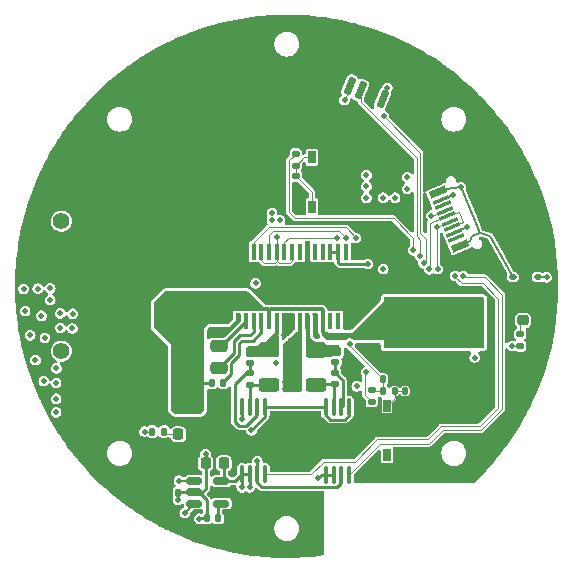
<source format=gtl>
G04 #@! TF.GenerationSoftware,KiCad,Pcbnew,(7.0.0)*
G04 #@! TF.CreationDate,2023-05-14T21:45:46+08:00*
G04 #@! TF.ProjectId,ServoLess,53657276-6f4c-4657-9373-2e6b69636164,V2.0*
G04 #@! TF.SameCoordinates,Original*
G04 #@! TF.FileFunction,Copper,L1,Top*
G04 #@! TF.FilePolarity,Positive*
%FSLAX46Y46*%
G04 Gerber Fmt 4.6, Leading zero omitted, Abs format (unit mm)*
G04 Created by KiCad (PCBNEW (7.0.0)) date 2023-05-14 21:45:46*
%MOMM*%
%LPD*%
G01*
G04 APERTURE LIST*
G04 Aperture macros list*
%AMRoundRect*
0 Rectangle with rounded corners*
0 $1 Rounding radius*
0 $2 $3 $4 $5 $6 $7 $8 $9 X,Y pos of 4 corners*
0 Add a 4 corners polygon primitive as box body*
4,1,4,$2,$3,$4,$5,$6,$7,$8,$9,$2,$3,0*
0 Add four circle primitives for the rounded corners*
1,1,$1+$1,$2,$3*
1,1,$1+$1,$4,$5*
1,1,$1+$1,$6,$7*
1,1,$1+$1,$8,$9*
0 Add four rect primitives between the rounded corners*
20,1,$1+$1,$2,$3,$4,$5,0*
20,1,$1+$1,$4,$5,$6,$7,0*
20,1,$1+$1,$6,$7,$8,$9,0*
20,1,$1+$1,$8,$9,$2,$3,0*%
%AMHorizOval*
0 Thick line with rounded ends*
0 $1 width*
0 $2 $3 position (X,Y) of the first rounded end (center of the circle)*
0 $4 $5 position (X,Y) of the second rounded end (center of the circle)*
0 Add line between two ends*
20,1,$1,$2,$3,$4,$5,0*
0 Add two circle primitives to create the rounded ends*
1,1,$1,$2,$3*
1,1,$1,$4,$5*%
%AMRotRect*
0 Rectangle, with rotation*
0 The origin of the aperture is its center*
0 $1 length*
0 $2 width*
0 $3 Rotation angle, in degrees counterclockwise*
0 Add horizontal line*
21,1,$1,$2,0,0,$3*%
G04 Aperture macros list end*
G04 #@! TA.AperFunction,SMDPad,CuDef*
%ADD10RoundRect,0.250000X0.550000X-1.500000X0.550000X1.500000X-0.550000X1.500000X-0.550000X-1.500000X0*%
G04 #@! TD*
G04 #@! TA.AperFunction,SMDPad,CuDef*
%ADD11RoundRect,0.150000X-0.512500X-0.150000X0.512500X-0.150000X0.512500X0.150000X-0.512500X0.150000X0*%
G04 #@! TD*
G04 #@! TA.AperFunction,SMDPad,CuDef*
%ADD12RoundRect,0.135000X-0.185000X0.135000X-0.185000X-0.135000X0.185000X-0.135000X0.185000X0.135000X0*%
G04 #@! TD*
G04 #@! TA.AperFunction,SMDPad,CuDef*
%ADD13RoundRect,0.140000X0.170000X-0.140000X0.170000X0.140000X-0.170000X0.140000X-0.170000X-0.140000X0*%
G04 #@! TD*
G04 #@! TA.AperFunction,SMDPad,CuDef*
%ADD14RoundRect,0.150000X0.377759X0.520022X0.100595X0.634827X-0.377759X-0.520022X-0.100595X-0.634827X0*%
G04 #@! TD*
G04 #@! TA.AperFunction,SMDPad,CuDef*
%ADD15RoundRect,0.250000X0.572102X0.466582X-0.074614X0.734461X-0.572102X-0.466582X0.074614X-0.734461X0*%
G04 #@! TD*
G04 #@! TA.AperFunction,SMDPad,CuDef*
%ADD16RoundRect,0.218750X-0.256250X0.218750X-0.256250X-0.218750X0.256250X-0.218750X0.256250X0.218750X0*%
G04 #@! TD*
G04 #@! TA.AperFunction,SMDPad,CuDef*
%ADD17R,0.650000X1.050000*%
G04 #@! TD*
G04 #@! TA.AperFunction,SMDPad,CuDef*
%ADD18RotRect,0.600000X1.450000X112.500000*%
G04 #@! TD*
G04 #@! TA.AperFunction,SMDPad,CuDef*
%ADD19RotRect,0.300000X1.450000X112.500000*%
G04 #@! TD*
G04 #@! TA.AperFunction,ComponentPad*
%ADD20HorizOval,1.000000X0.508134X0.210476X-0.508134X-0.210476X0*%
G04 #@! TD*
G04 #@! TA.AperFunction,ComponentPad*
%ADD21HorizOval,1.000000X0.277164X0.114805X-0.277164X-0.114805X0*%
G04 #@! TD*
G04 #@! TA.AperFunction,SMDPad,CuDef*
%ADD22RoundRect,0.135000X-0.135000X-0.185000X0.135000X-0.185000X0.135000X0.185000X-0.135000X0.185000X0*%
G04 #@! TD*
G04 #@! TA.AperFunction,ComponentPad*
%ADD23C,1.400000*%
G04 #@! TD*
G04 #@! TA.AperFunction,ComponentPad*
%ADD24R,3.500000X3.500000*%
G04 #@! TD*
G04 #@! TA.AperFunction,ComponentPad*
%ADD25C,3.500000*%
G04 #@! TD*
G04 #@! TA.AperFunction,SMDPad,CuDef*
%ADD26RoundRect,0.135000X0.185000X-0.135000X0.185000X0.135000X-0.185000X0.135000X-0.185000X-0.135000X0*%
G04 #@! TD*
G04 #@! TA.AperFunction,SMDPad,CuDef*
%ADD27RoundRect,0.140000X-0.170000X0.140000X-0.170000X-0.140000X0.170000X-0.140000X0.170000X0.140000X0*%
G04 #@! TD*
G04 #@! TA.AperFunction,SMDPad,CuDef*
%ADD28RoundRect,0.250000X-1.000000X-0.900000X1.000000X-0.900000X1.000000X0.900000X-1.000000X0.900000X0*%
G04 #@! TD*
G04 #@! TA.AperFunction,SMDPad,CuDef*
%ADD29RoundRect,0.250000X-0.475000X0.250000X-0.475000X-0.250000X0.475000X-0.250000X0.475000X0.250000X0*%
G04 #@! TD*
G04 #@! TA.AperFunction,SMDPad,CuDef*
%ADD30RoundRect,0.140000X-0.140000X-0.170000X0.140000X-0.170000X0.140000X0.170000X-0.140000X0.170000X0*%
G04 #@! TD*
G04 #@! TA.AperFunction,SMDPad,CuDef*
%ADD31RoundRect,0.140000X0.140000X0.170000X-0.140000X0.170000X-0.140000X-0.170000X0.140000X-0.170000X0*%
G04 #@! TD*
G04 #@! TA.AperFunction,SMDPad,CuDef*
%ADD32RoundRect,0.225000X0.225000X0.250000X-0.225000X0.250000X-0.225000X-0.250000X0.225000X-0.250000X0*%
G04 #@! TD*
G04 #@! TA.AperFunction,SMDPad,CuDef*
%ADD33RoundRect,0.100000X-0.100000X0.637500X-0.100000X-0.637500X0.100000X-0.637500X0.100000X0.637500X0*%
G04 #@! TD*
G04 #@! TA.AperFunction,SMDPad,CuDef*
%ADD34RoundRect,0.250000X-0.625000X0.312500X-0.625000X-0.312500X0.625000X-0.312500X0.625000X0.312500X0*%
G04 #@! TD*
G04 #@! TA.AperFunction,SMDPad,CuDef*
%ADD35RoundRect,0.135000X0.135000X0.185000X-0.135000X0.185000X-0.135000X-0.185000X0.135000X-0.185000X0*%
G04 #@! TD*
G04 #@! TA.AperFunction,SMDPad,CuDef*
%ADD36RoundRect,0.218750X0.218750X0.256250X-0.218750X0.256250X-0.218750X-0.256250X0.218750X-0.256250X0*%
G04 #@! TD*
G04 #@! TA.AperFunction,SMDPad,CuDef*
%ADD37R,0.449999X1.400000*%
G04 #@! TD*
G04 #@! TA.AperFunction,SMDPad,CuDef*
%ADD38R,5.180000X3.099999*%
G04 #@! TD*
G04 #@! TA.AperFunction,SMDPad,CuDef*
%ADD39RoundRect,0.250000X0.650000X-0.325000X0.650000X0.325000X-0.650000X0.325000X-0.650000X-0.325000X0*%
G04 #@! TD*
G04 #@! TA.AperFunction,SMDPad,CuDef*
%ADD40RoundRect,0.250000X-0.550000X1.500000X-0.550000X-1.500000X0.550000X-1.500000X0.550000X1.500000X0*%
G04 #@! TD*
G04 #@! TA.AperFunction,SMDPad,CuDef*
%ADD41RoundRect,0.112500X0.187500X0.112500X-0.187500X0.112500X-0.187500X-0.112500X0.187500X-0.112500X0*%
G04 #@! TD*
G04 #@! TA.AperFunction,ViaPad*
%ADD42C,0.500000*%
G04 #@! TD*
G04 #@! TA.AperFunction,Conductor*
%ADD43C,0.300000*%
G04 #@! TD*
G04 #@! TA.AperFunction,Conductor*
%ADD44C,0.100000*%
G04 #@! TD*
G04 #@! TA.AperFunction,Conductor*
%ADD45C,0.250000*%
G04 #@! TD*
G04 #@! TA.AperFunction,Conductor*
%ADD46C,0.200000*%
G04 #@! TD*
G04 #@! TA.AperFunction,Conductor*
%ADD47C,0.237000*%
G04 #@! TD*
G04 #@! TA.AperFunction,Conductor*
%ADD48C,0.150000*%
G04 #@! TD*
G04 APERTURE END LIST*
D10*
X149240000Y-93205000D03*
X149240000Y-87605000D03*
D11*
X131987500Y-106700000D03*
X131987500Y-107650000D03*
X131987500Y-108600000D03*
X134262500Y-108600000D03*
X134262500Y-106700000D03*
D12*
X136675000Y-95672500D03*
X136675000Y-96692500D03*
D13*
X136675000Y-98542500D03*
X136675000Y-97582500D03*
D14*
X147910452Y-74386784D03*
X146986573Y-74004101D03*
X146062693Y-73621417D03*
X145138814Y-73238734D03*
D15*
X150594394Y-71304239D03*
X145420669Y-69161212D03*
D16*
X159825000Y-91512500D03*
X159825000Y-93087500D03*
D17*
X148274999Y-104479999D03*
X148274999Y-100329999D03*
X150424999Y-104479999D03*
X150424999Y-100354999D03*
D18*
X154746627Y-87515562D03*
X154440481Y-86776458D03*
D19*
X153981261Y-85667803D03*
X153598577Y-84743923D03*
X153407235Y-84281984D03*
X153024552Y-83358104D03*
D18*
X152565332Y-82249449D03*
X152259185Y-81510345D03*
X152259185Y-81510345D03*
X152565332Y-82249449D03*
D19*
X152833210Y-82896164D03*
X153215894Y-83820044D03*
X153789919Y-85205863D03*
X154172602Y-86129743D03*
D18*
X154440481Y-86776458D03*
X154746627Y-87515562D03*
D20*
X156001448Y-88153958D03*
D21*
X159863265Y-86554341D03*
D20*
X152695064Y-80171639D03*
D21*
X156556880Y-78572022D03*
D22*
X147910000Y-99055000D03*
X148930000Y-99055000D03*
D23*
X120715000Y-95695000D03*
X120715000Y-84695000D03*
D24*
X130714999Y-87694999D03*
D25*
X130715000Y-92695000D03*
D13*
X143900000Y-98475000D03*
X143900000Y-97515000D03*
D26*
X159575000Y-95260000D03*
X159575000Y-94240000D03*
D27*
X133540000Y-93005000D03*
X133540000Y-93965000D03*
D28*
X127092500Y-99705000D03*
X131392500Y-99705000D03*
D29*
X134025000Y-95250000D03*
X134025000Y-97150000D03*
D30*
X147920000Y-98075000D03*
X148880000Y-98075000D03*
D31*
X133985000Y-109860000D03*
X133025000Y-109860000D03*
D30*
X149820000Y-99065000D03*
X150780000Y-99065000D03*
D32*
X134480000Y-105190000D03*
X132930000Y-105190000D03*
D26*
X147000000Y-99975000D03*
X147000000Y-98955000D03*
D33*
X137955000Y-100412500D03*
X137305000Y-100412500D03*
X136655000Y-100412500D03*
X136005000Y-100412500D03*
X136005000Y-106137500D03*
X136655000Y-106137500D03*
X137305000Y-106137500D03*
X137955000Y-106137500D03*
D34*
X138275000Y-95630000D03*
X138275000Y-98555000D03*
D35*
X130610000Y-107675000D03*
X129590000Y-107675000D03*
D31*
X134430000Y-98400000D03*
X133470000Y-98400000D03*
D27*
X140600000Y-80885000D03*
X140600000Y-81845000D03*
D12*
X143920000Y-95615000D03*
X143920000Y-96635000D03*
D36*
X132187500Y-102750000D03*
X130612500Y-102750000D03*
D12*
X140560000Y-78965000D03*
X140560000Y-79985000D03*
D17*
X141924999Y-83449999D03*
X141924999Y-79299999D03*
X144074999Y-83449999D03*
X144074999Y-79324999D03*
D22*
X128415000Y-102500000D03*
X129435000Y-102500000D03*
D37*
X136355000Y-93164997D03*
X137005001Y-93164997D03*
X137655000Y-93164997D03*
X138305001Y-93164997D03*
X138954999Y-93164997D03*
X139605001Y-93164997D03*
X140254999Y-93164997D03*
X140905001Y-93164997D03*
X141554999Y-93164997D03*
X142205001Y-93164997D03*
X142854999Y-93164997D03*
X143505000Y-93164997D03*
X144154999Y-93164997D03*
X144805000Y-93164997D03*
X144805000Y-87264996D03*
X144154999Y-87264996D03*
X143505000Y-87264996D03*
X142854999Y-87264996D03*
X142205001Y-87264996D03*
X141554999Y-87264996D03*
X140905001Y-87264996D03*
X140254999Y-87264996D03*
X139605001Y-87264996D03*
X138954999Y-87264996D03*
X138305001Y-87264996D03*
X137655000Y-87264996D03*
X137005001Y-87264996D03*
X136355000Y-87264996D03*
D38*
X140580000Y-90214998D03*
D39*
X134260000Y-91640000D03*
X134260000Y-88690000D03*
D40*
X155250000Y-93535000D03*
X155250000Y-99135000D03*
D34*
X142290000Y-95652500D03*
X142290000Y-98577500D03*
D41*
X161050000Y-89425000D03*
X158950000Y-89425000D03*
D33*
X145075000Y-100432500D03*
X144425000Y-100432500D03*
X143775000Y-100432500D03*
X143125000Y-100432500D03*
X143125000Y-106157500D03*
X143775000Y-106157500D03*
X144425000Y-106157500D03*
X145075000Y-106157500D03*
D42*
X142455000Y-106450000D03*
X150140000Y-84685000D03*
X123300000Y-93495000D03*
X121780000Y-102545000D03*
X123570000Y-102615000D03*
X125540000Y-102565000D03*
X155660000Y-80435000D03*
X129570000Y-106575000D03*
X128600000Y-107695000D03*
X129460000Y-108725000D03*
X133190000Y-101945000D03*
X130880000Y-103875000D03*
X126150000Y-93675000D03*
X124650000Y-94555000D03*
X124680000Y-95905000D03*
X123330000Y-96325000D03*
X123260000Y-98065000D03*
X123270000Y-100045000D03*
X143100000Y-79065000D03*
X142990000Y-82575000D03*
X142950000Y-81515000D03*
X142940000Y-80485000D03*
X133260000Y-89785000D03*
X134650000Y-89775000D03*
X135950000Y-89815000D03*
X135820000Y-85805000D03*
X134890000Y-87195000D03*
X133550000Y-87165000D03*
X150240000Y-72835000D03*
X144870000Y-70575000D03*
X158050000Y-84525000D03*
X157300000Y-82845000D03*
X156760000Y-81585000D03*
X161070000Y-91535000D03*
X159260000Y-97365000D03*
X159340000Y-99655000D03*
X158090000Y-102145000D03*
X156280000Y-103535000D03*
X151740000Y-105205000D03*
X151730000Y-104275000D03*
X147580000Y-101495000D03*
X148280000Y-102155000D03*
X149420000Y-102395000D03*
X150500000Y-102165000D03*
X151320000Y-102165000D03*
X153980000Y-98335000D03*
X153990000Y-99285000D03*
X156610000Y-97735000D03*
X156610000Y-98595000D03*
X156610000Y-99455000D03*
X147440000Y-72765000D03*
X144060000Y-78065000D03*
X145340000Y-79365000D03*
X140610000Y-82595000D03*
X149240000Y-87605000D03*
X138900000Y-96665000D03*
X147040000Y-86125000D03*
X130670000Y-106655000D03*
X131170000Y-109405000D03*
X137160000Y-89955000D03*
X148310000Y-73405000D03*
X142300000Y-108575000D03*
X147200000Y-96425000D03*
X144800000Y-96575000D03*
X145800000Y-97825000D03*
X145800000Y-100075000D03*
X146550000Y-101075000D03*
X145800000Y-100825000D03*
X146550000Y-101825000D03*
X146050000Y-103575000D03*
X143800000Y-102075000D03*
X143800000Y-102825000D03*
X145800000Y-106325000D03*
X144050000Y-103575000D03*
X145300000Y-103575000D03*
X145300000Y-104325000D03*
X144050000Y-104325000D03*
X142300000Y-109575000D03*
X142300000Y-110575000D03*
X142300000Y-111575000D03*
X142300000Y-112575000D03*
X154800000Y-106325000D03*
X153800000Y-106325000D03*
X152800000Y-106325000D03*
X151800000Y-106325000D03*
X150800000Y-106325000D03*
X149800000Y-106325000D03*
X148800000Y-106325000D03*
X147775000Y-106325000D03*
X146750000Y-106325000D03*
X159825000Y-90750000D03*
X158875000Y-95250000D03*
X144700000Y-74425000D03*
X148000000Y-75800000D03*
X150525000Y-87150000D03*
X151082119Y-87636587D03*
X151390124Y-88264629D03*
X147975000Y-88750000D03*
X152500000Y-85200000D03*
X152050000Y-84225000D03*
X151884864Y-88759136D03*
X152584300Y-88749500D03*
X161800000Y-89450000D03*
X154550000Y-81825000D03*
X153900000Y-82450000D03*
X155050000Y-85200000D03*
X155716636Y-96241568D03*
X154051433Y-89332834D03*
X154750889Y-89340883D03*
X145725000Y-98675000D03*
X146525000Y-97475000D03*
X130600000Y-108300000D03*
X132400000Y-109875000D03*
X132925000Y-104425000D03*
X127765500Y-102500000D03*
X145140000Y-95115000D03*
X146674500Y-88325000D03*
X138960000Y-86024500D03*
X145650000Y-86125000D03*
X144825000Y-86115495D03*
X144050000Y-86115495D03*
X146550000Y-80800000D03*
X146550000Y-81750000D03*
X146550000Y-82700000D03*
X147950000Y-82700000D03*
X148975000Y-82700000D03*
X150000000Y-81950000D03*
X150000000Y-80975000D03*
X139225000Y-84625000D03*
X138550000Y-84625000D03*
X138550000Y-84000000D03*
X119325000Y-94575000D03*
X119025000Y-92700000D03*
X120275000Y-100875000D03*
X120625000Y-93725000D03*
X121650000Y-93775000D03*
X121675000Y-92525000D03*
X120625000Y-92500000D03*
X119775000Y-91375000D03*
X119775000Y-90375000D03*
X118725000Y-90400000D03*
X117525000Y-90425000D03*
X117650000Y-92300000D03*
X118075000Y-94350000D03*
X118525000Y-96450000D03*
X119225000Y-98225000D03*
X120275000Y-99725000D03*
X120275000Y-98400000D03*
X120300000Y-97150000D03*
X139605002Y-94349500D03*
X142325000Y-94400000D03*
X134250000Y-93950000D03*
X136000000Y-107225000D03*
X136650000Y-107225000D03*
X136000000Y-101450000D03*
X136809732Y-102408776D03*
X137300000Y-105000000D03*
X138850000Y-98825000D03*
X137700000Y-98825000D03*
X138850000Y-98275000D03*
X137700000Y-98275000D03*
X138275000Y-98825000D03*
X138275000Y-98275000D03*
X140875000Y-98875000D03*
X139675000Y-98275000D03*
X139675000Y-98875000D03*
X140275000Y-98275000D03*
X140875000Y-98275000D03*
X140275000Y-98875000D03*
X141700000Y-98850000D03*
X141700000Y-98300000D03*
X142850000Y-98850000D03*
X142275000Y-98850000D03*
X142850000Y-98300000D03*
X142275000Y-98300000D03*
D43*
X138305002Y-92239997D02*
X138305002Y-93164998D01*
X138430001Y-92114998D02*
X138305002Y-92239997D01*
X142755000Y-92114998D02*
X138430001Y-92114998D01*
X142855000Y-92214998D02*
X142755000Y-92114998D01*
X142855000Y-93164998D02*
X142855000Y-92214998D01*
X138214998Y-92114998D02*
X134734998Y-92114998D01*
X138305002Y-92205002D02*
X138214998Y-92114998D01*
X138305002Y-93164998D02*
X138305002Y-92205002D01*
X134734998Y-92114998D02*
X134260000Y-91640000D01*
D44*
X145140000Y-95295000D02*
X147920000Y-98075000D01*
X145140000Y-95115000D02*
X145140000Y-95295000D01*
D45*
X142455000Y-106450000D02*
X142747500Y-106157500D01*
X142747500Y-106157500D02*
X143125000Y-106157500D01*
D44*
X149810000Y-99055000D02*
X149820000Y-99065000D01*
X147100000Y-99055000D02*
X147000000Y-98955000D01*
D45*
X132930000Y-105190000D02*
X132975000Y-105235000D01*
X130635000Y-107650000D02*
X130610000Y-107675000D01*
X132371751Y-107650000D02*
X131987500Y-107650000D01*
X137955000Y-100412500D02*
X137975000Y-100432500D01*
D44*
X159575000Y-93337500D02*
X159825000Y-93087500D01*
D45*
X138262500Y-98542500D02*
X138275000Y-98555000D01*
X142392500Y-98475000D02*
X142290000Y-98577500D01*
X143920000Y-97495000D02*
X143900000Y-97515000D01*
X134430000Y-98400000D02*
X134430000Y-98273980D01*
X143775000Y-98600000D02*
X143900000Y-98475000D01*
X134025000Y-95250000D02*
X134269999Y-95250000D01*
X143907609Y-97515000D02*
X143900000Y-97515000D01*
X136655000Y-98562500D02*
X136675000Y-98542500D01*
D44*
X159565000Y-95250000D02*
X159575000Y-95260000D01*
X147920000Y-99045000D02*
X147910000Y-99055000D01*
X140600000Y-80025000D02*
X140560000Y-79985000D01*
X145075000Y-106150000D02*
X145075000Y-106157500D01*
D46*
X131987500Y-108600000D02*
X131975000Y-108600000D01*
D44*
X141877500Y-106137500D02*
X137955000Y-106137500D01*
X142915000Y-105100000D02*
X141877500Y-106137500D01*
X145550000Y-105100000D02*
X142915000Y-105100000D01*
X147475000Y-103175000D02*
X145550000Y-105100000D01*
X151800736Y-103175000D02*
X147475000Y-103175000D01*
X156375000Y-89925000D02*
X157725000Y-91275000D01*
X156125736Y-102075000D02*
X152900736Y-102075000D01*
X154600000Y-89925000D02*
X156375000Y-89925000D01*
X152900736Y-102075000D02*
X151800736Y-103175000D01*
X154051433Y-89376433D02*
X154600000Y-89925000D01*
X157725000Y-91275000D02*
X157725000Y-100475736D01*
X157725000Y-100475736D02*
X156125736Y-102075000D01*
X154051433Y-89332834D02*
X154051433Y-89376433D01*
X140600000Y-80885000D02*
X140600000Y-80025000D01*
X140600000Y-82585000D02*
X140610000Y-82595000D01*
X140600000Y-81845000D02*
X140600000Y-82585000D01*
X138955000Y-86029500D02*
X138955000Y-87264997D01*
X138960000Y-86024500D02*
X138955000Y-86029500D01*
X138305002Y-85869998D02*
X138305002Y-87264997D01*
X138650000Y-85525000D02*
X138305002Y-85869998D01*
X144234505Y-85525000D02*
X138650000Y-85525000D01*
X144825000Y-86115495D02*
X144234505Y-85525000D01*
D46*
X130715000Y-106700000D02*
X130670000Y-106655000D01*
X131987500Y-106700000D02*
X130715000Y-106700000D01*
X131975000Y-108600000D02*
X131170000Y-109405000D01*
X147910452Y-74386784D02*
X148310000Y-73405000D01*
D44*
X147700000Y-103525000D02*
X145075000Y-106150000D01*
X151875000Y-103525000D02*
X147700000Y-103525000D01*
X153025000Y-102375000D02*
X151875000Y-103525000D01*
X156250000Y-102375000D02*
X153025000Y-102375000D01*
X158025000Y-90925000D02*
X158025000Y-100600000D01*
X158025000Y-100600000D02*
X156250000Y-102375000D01*
X156550000Y-89450000D02*
X158025000Y-90925000D01*
X154860006Y-89450000D02*
X156550000Y-89450000D01*
X154750889Y-89340883D02*
X154860006Y-89450000D01*
X141925000Y-82210000D02*
X141925000Y-83450000D01*
X140600000Y-80885000D02*
X141925000Y-82210000D01*
X141245000Y-79300000D02*
X140560000Y-79985000D01*
X141925000Y-79300000D02*
X141245000Y-79300000D01*
X159825000Y-91512500D02*
X159825000Y-90750000D01*
X159575000Y-94240000D02*
X159575000Y-93337500D01*
X158875000Y-95250000D02*
X159565000Y-95250000D01*
X146062693Y-74590295D02*
X146062693Y-73621417D01*
X150800000Y-79327602D02*
X146062693Y-74590295D01*
X150800000Y-85983629D02*
X150800000Y-79327602D01*
X151082119Y-86265748D02*
X150800000Y-85983629D01*
X151082119Y-87636587D02*
X151082119Y-86265748D01*
X144700000Y-74425000D02*
X145138814Y-73238734D01*
X151100000Y-78900000D02*
X148000000Y-75800000D01*
X151582119Y-86182119D02*
X151100000Y-85700000D01*
X151100000Y-85700000D02*
X151100000Y-78900000D01*
X151582119Y-88072634D02*
X151582119Y-86182119D01*
X151390124Y-88264629D02*
X151582119Y-88072634D01*
X140500000Y-84450000D02*
X139990000Y-83940000D01*
X148842107Y-84450000D02*
X140500000Y-84450000D01*
X150525000Y-86132893D02*
X148842107Y-84450000D01*
X139990000Y-79535000D02*
X140560000Y-78965000D01*
X150525000Y-87150000D02*
X150525000Y-86132893D01*
X139990000Y-83940000D02*
X139990000Y-79535000D01*
D47*
X144155000Y-88201997D02*
X144155000Y-87264997D01*
X144278003Y-88325000D02*
X144155000Y-88201997D01*
X146674500Y-88325000D02*
X144278003Y-88325000D01*
D44*
X151900000Y-84875000D02*
X153407236Y-84281985D01*
X151900000Y-88744000D02*
X151900000Y-84875000D01*
X151884864Y-88759136D02*
X151900000Y-88744000D01*
X152525000Y-85225000D02*
X152500000Y-85200000D01*
X152584300Y-88749500D02*
X152525000Y-88690200D01*
X152525000Y-88690200D02*
X152525000Y-85225000D01*
X152050000Y-84225000D02*
X153215895Y-83820045D01*
X153598578Y-84743924D02*
X152500000Y-85200000D01*
X154350000Y-83900000D02*
X153407236Y-84281985D01*
X154725000Y-84800000D02*
X154350000Y-83900000D01*
X153789920Y-85205864D02*
X154725000Y-84800000D01*
D48*
X161775000Y-89425000D02*
X161800000Y-89450000D01*
X161050000Y-89425000D02*
X161775000Y-89425000D01*
X156150000Y-85700000D02*
X157025000Y-85950000D01*
X156150000Y-85700000D02*
X155500000Y-85975000D01*
X154550000Y-81825000D02*
X156150000Y-85700000D01*
X157025000Y-85950000D02*
X158950000Y-89425000D01*
X155300000Y-86350000D02*
X155500000Y-85975000D01*
X154440482Y-86776459D02*
X155300000Y-86350000D01*
X154550000Y-81825000D02*
X153325000Y-81925000D01*
X153325000Y-81925000D02*
X152565333Y-82249450D01*
X153900000Y-82450000D02*
X152833211Y-82896165D01*
X153981262Y-85667804D02*
X155050000Y-85200000D01*
D44*
X146430000Y-99405000D02*
X147000000Y-99975000D01*
X146525000Y-97475000D02*
X146430000Y-97570000D01*
X146430000Y-97570000D02*
X146430000Y-99405000D01*
D45*
X143125000Y-101121041D02*
X143125000Y-100432500D01*
X143498959Y-101495000D02*
X143125000Y-101121041D01*
X144701041Y-101495000D02*
X143498959Y-101495000D01*
X145075000Y-101121041D02*
X144701041Y-101495000D01*
X145075000Y-100432500D02*
X145075000Y-101121041D01*
X137975000Y-100432500D02*
X143125000Y-100432500D01*
X137305000Y-106826041D02*
X137305000Y-106137500D01*
X144425000Y-106846041D02*
X144051041Y-107220000D01*
X144051041Y-107220000D02*
X137698959Y-107220000D01*
X137698959Y-107220000D02*
X137305000Y-106826041D01*
X144425000Y-106157500D02*
X144425000Y-106846041D01*
X130610000Y-108290000D02*
X130600000Y-108300000D01*
X130610000Y-107675000D02*
X130610000Y-108290000D01*
X132415000Y-109860000D02*
X132400000Y-109875000D01*
X133025000Y-109860000D02*
X132415000Y-109860000D01*
X132930000Y-104430000D02*
X132925000Y-104425000D01*
X132930000Y-105190000D02*
X132930000Y-104430000D01*
X132650000Y-107650000D02*
X131987500Y-107650000D01*
X132975000Y-105235000D02*
X132975000Y-107325000D01*
X132975000Y-107325000D02*
X132650000Y-107650000D01*
X133025000Y-108303249D02*
X132371751Y-107650000D01*
X133025000Y-109860000D02*
X133025000Y-108303249D01*
X131987500Y-107650000D02*
X130635000Y-107650000D01*
X133985000Y-108877500D02*
X134262500Y-108600000D01*
X133985000Y-109860000D02*
X133985000Y-108877500D01*
X135442500Y-106700000D02*
X136005000Y-106137500D01*
X134262500Y-106700000D02*
X135442500Y-106700000D01*
X134480000Y-106482500D02*
X134262500Y-106700000D01*
X134480000Y-105190000D02*
X134480000Y-106482500D01*
D44*
X127765500Y-102500000D02*
X128415000Y-102500000D01*
X129685000Y-102750000D02*
X129435000Y-102500000D01*
X130612500Y-102750000D02*
X129685000Y-102750000D01*
X148930000Y-99055000D02*
X149810000Y-99055000D01*
X148275000Y-100330000D02*
X148930000Y-99675000D01*
X148930000Y-99675000D02*
X148930000Y-99055000D01*
X147910000Y-99055000D02*
X147100000Y-99055000D01*
X147920000Y-98075000D02*
X147920000Y-99045000D01*
D47*
X143505001Y-87264997D02*
X144155000Y-87264997D01*
D44*
X138955000Y-88039994D02*
X138955000Y-87264997D01*
X139130003Y-88214997D02*
X138955000Y-88039994D01*
X140105000Y-88214997D02*
X139130003Y-88214997D01*
X140255000Y-88064997D02*
X140105000Y-88214997D01*
X140255000Y-87264997D02*
X140255000Y-88064997D01*
X138805000Y-88214997D02*
X137889997Y-88214997D01*
X137655001Y-87980001D02*
X137655001Y-87264997D01*
X138955000Y-88064997D02*
X138805000Y-88214997D01*
X137889997Y-88214997D02*
X137655001Y-87980001D01*
X138955000Y-87264997D02*
X138955000Y-88064997D01*
X137005002Y-86489997D02*
X137005002Y-87264997D01*
X138269999Y-85225000D02*
X137005002Y-86489997D01*
X145650000Y-86074353D02*
X144800647Y-85225000D01*
X144800647Y-85225000D02*
X138269999Y-85225000D01*
X145650000Y-86125000D02*
X145650000Y-86074353D01*
X144050000Y-86115495D02*
X139979503Y-86115495D01*
X139605002Y-86489996D02*
X139605002Y-87264997D01*
X139979503Y-86115495D02*
X139605002Y-86489996D01*
D47*
X140255000Y-93164998D02*
X139605002Y-93164998D01*
X133540000Y-93965000D02*
X134235000Y-93965000D01*
X134235000Y-93965000D02*
X134250000Y-93950000D01*
X142325000Y-94400000D02*
X142205002Y-94280002D01*
X139605002Y-94349500D02*
X139605002Y-93164998D01*
X142205002Y-94280002D02*
X142205002Y-93164998D01*
D45*
X136005000Y-107220000D02*
X136000000Y-107225000D01*
X136655000Y-106137500D02*
X136005000Y-106137500D01*
X143775000Y-106157500D02*
X143125000Y-106157500D01*
X136655000Y-107220000D02*
X136650000Y-107225000D01*
X136655000Y-106137500D02*
X136655000Y-107220000D01*
X136005000Y-106137500D02*
X136005000Y-107220000D01*
X136005000Y-101445000D02*
X136000000Y-101450000D01*
X136005000Y-100412500D02*
X136005000Y-101445000D01*
X137955000Y-101263508D02*
X136809732Y-102408776D01*
X137305000Y-105005000D02*
X137300000Y-105000000D01*
X137955000Y-100412500D02*
X137955000Y-101263508D01*
X137305000Y-106137500D02*
X137305000Y-105005000D01*
X132697500Y-98400000D02*
X131392500Y-99705000D01*
X133470000Y-98400000D02*
X132697500Y-98400000D01*
X134269999Y-95250000D02*
X136355001Y-93164998D01*
X135806395Y-94350000D02*
X136731998Y-94350000D01*
X136731998Y-94350000D02*
X137005002Y-94076996D01*
X134025000Y-97150000D02*
X135300000Y-95875000D01*
X137005002Y-94076996D02*
X137005002Y-93164998D01*
X135300000Y-95875000D02*
X135300000Y-94856395D01*
X135300000Y-94856395D02*
X135806395Y-94350000D01*
X136918394Y-94800000D02*
X137655001Y-94063393D01*
X137655001Y-94063393D02*
X137655001Y-93164998D01*
X134430000Y-98273980D02*
X134728980Y-97975000D01*
X135075000Y-96736396D02*
X135750000Y-96061396D01*
X134738173Y-97975000D02*
X135075000Y-97638173D01*
X135750000Y-96061396D02*
X135750000Y-95042791D01*
X135992791Y-94800000D02*
X136918394Y-94800000D01*
X135750000Y-95042791D02*
X135992791Y-94800000D01*
X134728980Y-97975000D02*
X134738173Y-97975000D01*
X135075000Y-97638173D02*
X135075000Y-96736396D01*
X136675000Y-97582500D02*
X136675000Y-96692500D01*
X137305000Y-100412500D02*
X137305000Y-101101041D01*
X136342500Y-97582500D02*
X136675000Y-97582500D01*
X137305000Y-101101041D02*
X136381041Y-102025000D01*
X135425000Y-98500000D02*
X136342500Y-97582500D01*
X135761827Y-102025000D02*
X135425000Y-101688173D01*
X135425000Y-101688173D02*
X135425000Y-98500000D01*
X136381041Y-102025000D02*
X135761827Y-102025000D01*
X144535000Y-100322500D02*
X144535000Y-98142391D01*
X144535000Y-98142391D02*
X143907609Y-97515000D01*
X143920000Y-96635000D02*
X143920000Y-97495000D01*
X144425000Y-100432500D02*
X144535000Y-100322500D01*
X136655000Y-100412500D02*
X136655000Y-98562500D01*
X136675000Y-98542500D02*
X138262500Y-98542500D01*
X143900000Y-98475000D02*
X142392500Y-98475000D01*
X143775000Y-100432500D02*
X143775000Y-98600000D01*
G04 #@! TA.AperFunction,Conductor*
G36*
X150175000Y-91525000D02*
G01*
X150175000Y-94625000D01*
X150025000Y-94775000D01*
X145564086Y-94775000D01*
X145520752Y-94767182D01*
X145482883Y-94744713D01*
X145476935Y-94739559D01*
X145471128Y-94732857D01*
X145463668Y-94728062D01*
X145463666Y-94728061D01*
X145410590Y-94693952D01*
X145350053Y-94655047D01*
X145294863Y-94638841D01*
X145220473Y-94616999D01*
X145220470Y-94616998D01*
X145211961Y-94614500D01*
X145068039Y-94614500D01*
X145059530Y-94616998D01*
X145059526Y-94616999D01*
X144938461Y-94652547D01*
X144929947Y-94655047D01*
X144922484Y-94659842D01*
X144922484Y-94659843D01*
X144816333Y-94728061D01*
X144816328Y-94728065D01*
X144808872Y-94732857D01*
X144803065Y-94739558D01*
X144797117Y-94744713D01*
X144759248Y-94767182D01*
X144715914Y-94775000D01*
X143276362Y-94775000D01*
X143228909Y-94765561D01*
X143188681Y-94738681D01*
X142856580Y-94406580D01*
X142833377Y-94374403D01*
X142821524Y-94336548D01*
X142810165Y-94257543D01*
X142750377Y-94126627D01*
X142744638Y-94120004D01*
X142730023Y-94088000D01*
X142725000Y-94053065D01*
X142725000Y-92599000D01*
X142741613Y-92537000D01*
X142787000Y-92491613D01*
X142849000Y-92475000D01*
X142876000Y-92475000D01*
X142938000Y-92491613D01*
X142983387Y-92537000D01*
X143000000Y-92599000D01*
X143000000Y-93825000D01*
X143008635Y-93833635D01*
X143010082Y-93835800D01*
X143029368Y-93889698D01*
X143029501Y-93889672D01*
X143030687Y-93895635D01*
X143030688Y-93895643D01*
X143041651Y-93950757D01*
X143041652Y-93950760D01*
X143044035Y-93962738D01*
X143099400Y-94045599D01*
X143182261Y-94100964D01*
X143255327Y-94115498D01*
X143261425Y-94115498D01*
X143264106Y-94115762D01*
X143276303Y-94120129D01*
X143276738Y-94117944D01*
X143296967Y-94121967D01*
X143300000Y-94125000D01*
X143312211Y-94125000D01*
X145362789Y-94125000D01*
X145375000Y-94125000D01*
X148225000Y-91275000D01*
X149925000Y-91275000D01*
X150175000Y-91525000D01*
G37*
G04 #@! TD.AperFunction*
G04 #@! TA.AperFunction,Conductor*
G36*
X141667502Y-92532111D02*
G01*
X141712889Y-92577498D01*
X141729502Y-92639498D01*
X141729502Y-93889672D01*
X141729833Y-93891338D01*
X141730000Y-93894729D01*
X141730000Y-94455000D01*
X141738638Y-94463638D01*
X141842825Y-94567825D01*
X141867938Y-94603994D01*
X141899623Y-94673373D01*
X141905430Y-94680075D01*
X141905431Y-94680076D01*
X141988065Y-94775442D01*
X141988067Y-94775444D01*
X141993872Y-94782143D01*
X142114947Y-94859953D01*
X142123454Y-94862451D01*
X142131524Y-94866136D01*
X142131127Y-94867003D01*
X142151552Y-94876552D01*
X142160000Y-94885000D01*
X142182423Y-94885000D01*
X142217357Y-94890023D01*
X142253039Y-94900500D01*
X142388090Y-94900500D01*
X142396961Y-94900500D01*
X142432642Y-94890023D01*
X142467577Y-94885000D01*
X142808638Y-94885000D01*
X142856091Y-94894439D01*
X142896319Y-94921319D01*
X143180000Y-95205000D01*
X144158638Y-95205000D01*
X144206091Y-95214439D01*
X144246319Y-95241319D01*
X144323681Y-95318681D01*
X144350561Y-95358909D01*
X144360000Y-95406362D01*
X144360000Y-96003210D01*
X144346685Y-96059111D01*
X144309599Y-96103006D01*
X144256707Y-96125469D01*
X144216894Y-96122834D01*
X144216518Y-96125418D01*
X144146019Y-96115146D01*
X144146012Y-96115145D01*
X144141582Y-96114500D01*
X143698418Y-96114500D01*
X143693988Y-96115145D01*
X143693980Y-96115146D01*
X143633013Y-96124029D01*
X143633010Y-96124029D01*
X143623482Y-96125418D01*
X143614831Y-96129646D01*
X143614828Y-96129648D01*
X143517129Y-96177411D01*
X143507898Y-96181924D01*
X143504971Y-96184850D01*
X143476596Y-96199088D01*
X143438765Y-96205000D01*
X141591362Y-96205000D01*
X141543909Y-96195561D01*
X141503681Y-96168681D01*
X141426319Y-96091319D01*
X141399439Y-96051091D01*
X141390000Y-96003638D01*
X141390000Y-92639498D01*
X141406613Y-92577498D01*
X141452000Y-92532111D01*
X141514000Y-92515498D01*
X141605502Y-92515498D01*
X141667502Y-92532111D01*
G37*
G04 #@! TD.AperFunction*
G04 #@! TA.AperFunction,Conductor*
G36*
X135225000Y-91000000D02*
G01*
X135225000Y-92200000D01*
X135225000Y-92216326D01*
X135225000Y-92973638D01*
X135215561Y-93021091D01*
X135188681Y-93061319D01*
X134886319Y-93363681D01*
X134846091Y-93390561D01*
X134798638Y-93400000D01*
X133175000Y-93400000D01*
X133166364Y-93408635D01*
X133166361Y-93408638D01*
X132808638Y-93766361D01*
X132808635Y-93766364D01*
X132800000Y-93775000D01*
X132800000Y-93787211D01*
X132800000Y-100648638D01*
X132790561Y-100696091D01*
X132763681Y-100736319D01*
X132536319Y-100963681D01*
X132496091Y-100990561D01*
X132448638Y-101000000D01*
X130376362Y-101000000D01*
X130328909Y-100990561D01*
X130288681Y-100963681D01*
X130011319Y-100686319D01*
X129984439Y-100646091D01*
X129975000Y-100598638D01*
X129975000Y-95137211D01*
X129975000Y-95125000D01*
X128586319Y-93736319D01*
X128559439Y-93696091D01*
X128550000Y-93648638D01*
X128550000Y-91651362D01*
X128559439Y-91603909D01*
X128586319Y-91563681D01*
X129488681Y-90661319D01*
X129528909Y-90634439D01*
X129576362Y-90625000D01*
X134850000Y-90625000D01*
X135225000Y-91000000D01*
G37*
G04 #@! TD.AperFunction*
G04 #@! TA.AperFunction,Conductor*
G36*
X141013000Y-92532111D02*
G01*
X141058387Y-92577498D01*
X141075000Y-92639498D01*
X141075000Y-99023638D01*
X141065561Y-99071091D01*
X141038681Y-99111319D01*
X141011319Y-99138681D01*
X140971091Y-99165561D01*
X140923638Y-99175000D01*
X139601362Y-99175000D01*
X139553909Y-99165561D01*
X139513681Y-99138681D01*
X139511319Y-99136319D01*
X139484439Y-99096091D01*
X139475000Y-99048638D01*
X139475000Y-95201362D01*
X139484439Y-95153909D01*
X139511315Y-95113684D01*
X139807016Y-94817983D01*
X139827639Y-94801365D01*
X139936130Y-94731643D01*
X140030379Y-94622873D01*
X140044834Y-94591219D01*
X140069941Y-94555058D01*
X140484109Y-94140890D01*
X140513331Y-94119218D01*
X140547586Y-94106961D01*
X140577740Y-94100964D01*
X140660601Y-94045599D01*
X140715966Y-93962738D01*
X140722793Y-93928413D01*
X140741309Y-93883716D01*
X140741359Y-93883640D01*
X140750000Y-93875000D01*
X140750000Y-92639498D01*
X140766613Y-92577498D01*
X140812000Y-92532111D01*
X140874000Y-92515498D01*
X140951000Y-92515498D01*
X141013000Y-92532111D01*
G37*
G04 #@! TD.AperFunction*
G04 #@! TA.AperFunction,Conductor*
G36*
X136471091Y-90634439D02*
G01*
X136511319Y-90661319D01*
X137763681Y-91913681D01*
X137790561Y-91953909D01*
X137800000Y-92001362D01*
X137800000Y-92076000D01*
X137783387Y-92138000D01*
X137738000Y-92183387D01*
X137676000Y-92200000D01*
X134850000Y-92200000D01*
X134850000Y-90625000D01*
X136423638Y-90625000D01*
X136471091Y-90634439D01*
G37*
G04 #@! TD.AperFunction*
G04 #@! TA.AperFunction,Conductor*
G36*
X156448000Y-91131613D02*
G01*
X156493387Y-91177000D01*
X156510000Y-91239000D01*
X156510000Y-95341000D01*
X156493387Y-95403000D01*
X156448000Y-95448387D01*
X156386000Y-95465000D01*
X148124000Y-95465000D01*
X148062000Y-95448387D01*
X148016613Y-95403000D01*
X148000000Y-95341000D01*
X148000000Y-94791326D01*
X148000000Y-91239000D01*
X148016613Y-91177000D01*
X148062000Y-91131613D01*
X148124000Y-91115000D01*
X156386000Y-91115000D01*
X156448000Y-91131613D01*
G37*
G04 #@! TD.AperFunction*
G04 #@! TA.AperFunction,Conductor*
G36*
X139058000Y-92532111D02*
G01*
X139103387Y-92577498D01*
X139120000Y-92639498D01*
X139120000Y-94197040D01*
X139118738Y-94214686D01*
X139099355Y-94349500D01*
X139100617Y-94358277D01*
X139118738Y-94484313D01*
X139120000Y-94501960D01*
X139120000Y-96033637D01*
X139110558Y-96081096D01*
X139083672Y-96121328D01*
X139074649Y-96130349D01*
X139026133Y-96160313D01*
X138973689Y-96165007D01*
X138971961Y-96164500D01*
X138828039Y-96164500D01*
X138819530Y-96166998D01*
X138819526Y-96166999D01*
X138741271Y-96189977D01*
X138706337Y-96195000D01*
X137024303Y-96195000D01*
X136987696Y-96189473D01*
X136980168Y-96187146D01*
X136971518Y-96182918D01*
X136961991Y-96181529D01*
X136961988Y-96181529D01*
X136901019Y-96172646D01*
X136901012Y-96172645D01*
X136896582Y-96172000D01*
X136518362Y-96172000D01*
X136470909Y-96162561D01*
X136430681Y-96135681D01*
X136376319Y-96081319D01*
X136349439Y-96041091D01*
X136340000Y-95993638D01*
X136340000Y-95486362D01*
X136349439Y-95438909D01*
X136376319Y-95398681D01*
X136503681Y-95271319D01*
X136543909Y-95244439D01*
X136591362Y-95235000D01*
X137277789Y-95235000D01*
X137290000Y-95235000D01*
X137603681Y-94921319D01*
X137643909Y-94894439D01*
X137691362Y-94885000D01*
X137947789Y-94885000D01*
X137960000Y-94885000D01*
X138790000Y-94055000D01*
X138790000Y-92639498D01*
X138806613Y-92577498D01*
X138852000Y-92532111D01*
X138914000Y-92515498D01*
X138996000Y-92515498D01*
X139058000Y-92532111D01*
G37*
G04 #@! TD.AperFunction*
G04 #@! TA.AperFunction,Conductor*
G36*
X140417502Y-92482111D02*
G01*
X140462889Y-92527498D01*
X140479502Y-92589498D01*
X140479502Y-93776404D01*
X140461860Y-93840153D01*
X140413955Y-93885762D01*
X140365165Y-93911840D01*
X140365152Y-93911848D01*
X140361132Y-93913997D01*
X140357470Y-93916712D01*
X140357465Y-93916716D01*
X140333746Y-93934306D01*
X140333722Y-93934324D01*
X140331910Y-93935669D01*
X140330187Y-93937154D01*
X140330171Y-93937168D01*
X140305178Y-93958726D01*
X140305156Y-93958745D01*
X140303443Y-93960224D01*
X140301833Y-93961833D01*
X140301819Y-93961847D01*
X139891237Y-94372429D01*
X139891226Y-94372440D01*
X139889275Y-94374392D01*
X139887513Y-94376499D01*
X139887495Y-94376520D01*
X139861851Y-94407207D01*
X139860068Y-94409341D01*
X139858491Y-94411611D01*
X139858482Y-94411624D01*
X139836535Y-94443233D01*
X139836521Y-94443254D01*
X139834961Y-94445502D01*
X139821327Y-94469446D01*
X139819850Y-94472039D01*
X139805811Y-94491878D01*
X139797075Y-94501960D01*
X139778767Y-94523089D01*
X139752094Y-94546201D01*
X139690912Y-94585520D01*
X139690884Y-94585538D01*
X139689507Y-94586424D01*
X139688182Y-94587379D01*
X139688162Y-94587393D01*
X139668650Y-94601463D01*
X139667327Y-94602417D01*
X139666078Y-94603423D01*
X139666051Y-94603444D01*
X139648013Y-94617979D01*
X139647986Y-94618001D01*
X139646704Y-94619035D01*
X139645473Y-94620140D01*
X139645455Y-94620156D01*
X139627588Y-94636204D01*
X139627567Y-94636223D01*
X139626350Y-94637317D01*
X139625185Y-94638481D01*
X139625166Y-94638500D01*
X139587181Y-94676486D01*
X139537818Y-94706736D01*
X139480102Y-94711278D01*
X139426615Y-94689123D01*
X139389015Y-94645100D01*
X139375500Y-94588805D01*
X139375500Y-94503052D01*
X139375500Y-94501960D01*
X139374849Y-94483735D01*
X139373587Y-94466088D01*
X139371637Y-94447952D01*
X139360018Y-94367143D01*
X139360018Y-94331855D01*
X139371637Y-94251047D01*
X139373587Y-94232912D01*
X139374849Y-94215266D01*
X139375500Y-94197040D01*
X139375500Y-93922094D01*
X139377881Y-93897911D01*
X139380500Y-93884746D01*
X139380500Y-92589498D01*
X139397113Y-92527498D01*
X139442500Y-92482111D01*
X139504500Y-92465498D01*
X140355502Y-92465498D01*
X140417502Y-92482111D01*
G37*
G04 #@! TD.AperFunction*
G04 #@! TA.AperFunction,Conductor*
G36*
X135867501Y-92482111D02*
G01*
X135912888Y-92527498D01*
X135929501Y-92589498D01*
X135929501Y-93078810D01*
X135920062Y-93126263D01*
X135893182Y-93166491D01*
X134546492Y-94513181D01*
X134506264Y-94540061D01*
X134458811Y-94549500D01*
X133495734Y-94549500D01*
X133492859Y-94549769D01*
X133492850Y-94549770D01*
X133472812Y-94551649D01*
X133472807Y-94551650D01*
X133465301Y-94552354D01*
X133458189Y-94554842D01*
X133458182Y-94554844D01*
X133345886Y-94594138D01*
X133345880Y-94594140D01*
X133337118Y-94597207D01*
X133253131Y-94659191D01*
X133189922Y-94682981D01*
X133123618Y-94670114D01*
X133073894Y-94624407D01*
X133055500Y-94559420D01*
X133055500Y-93932194D01*
X133064939Y-93884741D01*
X133091819Y-93844513D01*
X133244513Y-93691819D01*
X133284741Y-93664939D01*
X133332194Y-93655500D01*
X134795587Y-93655500D01*
X134798638Y-93655500D01*
X134848484Y-93650591D01*
X134895937Y-93641152D01*
X134943868Y-93626612D01*
X134988041Y-93603000D01*
X135028269Y-93576120D01*
X135066985Y-93544347D01*
X135369347Y-93241985D01*
X135401120Y-93203269D01*
X135428000Y-93163041D01*
X135451612Y-93118868D01*
X135466152Y-93070937D01*
X135475591Y-93023484D01*
X135480500Y-92973638D01*
X135480500Y-92589498D01*
X135497113Y-92527498D01*
X135542500Y-92482111D01*
X135604500Y-92465498D01*
X135805501Y-92465498D01*
X135867501Y-92482111D01*
G37*
G04 #@! TD.AperFunction*
G04 #@! TA.AperFunction,Conductor*
G36*
X142367500Y-92482111D02*
G01*
X142412887Y-92527498D01*
X142429500Y-92589498D01*
X142429500Y-93884746D01*
X142430688Y-93890718D01*
X142430689Y-93890726D01*
X142436929Y-93922094D01*
X142441133Y-93943229D01*
X142447916Y-93953381D01*
X142447917Y-93953382D01*
X142448602Y-93954407D01*
X142464160Y-93987302D01*
X142469500Y-94023298D01*
X142469500Y-94053065D01*
X142469656Y-94055246D01*
X142469657Y-94055273D01*
X142470980Y-94073762D01*
X142472101Y-94089427D01*
X142472416Y-94091624D01*
X142472417Y-94091625D01*
X142475384Y-94112264D01*
X142477124Y-94124362D01*
X142478369Y-94128603D01*
X142478371Y-94128611D01*
X142487146Y-94158496D01*
X142497610Y-94194134D01*
X142499447Y-94198158D01*
X142499451Y-94198167D01*
X142510232Y-94221774D01*
X142512225Y-94226138D01*
X142514611Y-94229851D01*
X142514620Y-94229867D01*
X142516810Y-94233274D01*
X142525286Y-94248796D01*
X142555087Y-94314052D01*
X142565031Y-94347914D01*
X142568269Y-94370439D01*
X142568272Y-94370459D01*
X142568625Y-94372909D01*
X142569172Y-94375322D01*
X142569176Y-94375341D01*
X142576891Y-94409341D01*
X142577697Y-94412894D01*
X142578441Y-94415270D01*
X142588058Y-94445986D01*
X142588060Y-94445992D01*
X142589550Y-94450749D01*
X142591783Y-94455211D01*
X142593342Y-94459070D01*
X142601681Y-94518479D01*
X142581156Y-94574850D01*
X142536571Y-94614988D01*
X142478362Y-94629500D01*
X142467577Y-94629500D01*
X142465396Y-94629656D01*
X142465368Y-94629657D01*
X142433432Y-94631942D01*
X142433420Y-94631943D01*
X142431215Y-94632101D01*
X142429020Y-94632416D01*
X142429016Y-94632417D01*
X142398459Y-94636810D01*
X142398439Y-94636813D01*
X142396280Y-94637124D01*
X142394141Y-94637589D01*
X142394126Y-94637592D01*
X142373103Y-94642166D01*
X142346744Y-94645000D01*
X142303261Y-94645000D01*
X142276904Y-94642166D01*
X142256056Y-94637631D01*
X142215373Y-94620780D01*
X142177909Y-94596703D01*
X142151236Y-94573591D01*
X142138957Y-94559420D01*
X142128445Y-94547289D01*
X142109364Y-94517597D01*
X142107347Y-94513181D01*
X142100348Y-94497854D01*
X142077810Y-94458275D01*
X142075920Y-94455553D01*
X142064221Y-94438704D01*
X142052697Y-94422106D01*
X142023491Y-94387159D01*
X142021533Y-94385201D01*
X142019672Y-94383166D01*
X142020042Y-94382827D01*
X141994939Y-94345259D01*
X141985500Y-94297806D01*
X141985500Y-93895493D01*
X141985500Y-93894729D01*
X141985191Y-93882161D01*
X141985150Y-93881321D01*
X141985126Y-93880651D01*
X141985134Y-93880650D01*
X141985002Y-93875270D01*
X141985002Y-92643551D01*
X141985002Y-92639498D01*
X141981561Y-92613361D01*
X141980500Y-92597176D01*
X141980500Y-92589498D01*
X141997113Y-92527498D01*
X142042500Y-92482111D01*
X142104500Y-92465498D01*
X142305500Y-92465498D01*
X142367500Y-92482111D01*
G37*
G04 #@! TD.AperFunction*
G04 #@! TA.AperFunction,Conductor*
G36*
X140390099Y-81365500D02*
G01*
X140674877Y-81365499D01*
X140722330Y-81374938D01*
X140762558Y-81401818D01*
X141638181Y-82277441D01*
X141665061Y-82317669D01*
X141674500Y-82365122D01*
X141674500Y-82603989D01*
X141661712Y-82658833D01*
X141625987Y-82702365D01*
X141574692Y-82725606D01*
X141533746Y-82733750D01*
X141533743Y-82733751D01*
X141521769Y-82736133D01*
X141511618Y-82742915D01*
X141511615Y-82742917D01*
X141465601Y-82773663D01*
X141465598Y-82773665D01*
X141455448Y-82780448D01*
X141448665Y-82790598D01*
X141448663Y-82790601D01*
X141417917Y-82836615D01*
X141417915Y-82836618D01*
X141411133Y-82846769D01*
X141408750Y-82858745D01*
X141408750Y-82858747D01*
X141400689Y-82899271D01*
X141400688Y-82899277D01*
X141399500Y-82905252D01*
X141399500Y-83994748D01*
X141410750Y-84051310D01*
X141409418Y-84105629D01*
X141384988Y-84154165D01*
X141342151Y-84187595D01*
X141289134Y-84199500D01*
X140655122Y-84199500D01*
X140607669Y-84190061D01*
X140567441Y-84163181D01*
X140276819Y-83872559D01*
X140249939Y-83832331D01*
X140240500Y-83784878D01*
X140240500Y-81487200D01*
X140259919Y-81420576D01*
X140312092Y-81374819D01*
X140380680Y-81364260D01*
X140390099Y-81365500D01*
G37*
G04 #@! TD.AperFunction*
G04 #@! TA.AperFunction,Conductor*
G36*
X140114364Y-67207002D02*
G01*
X140115071Y-67207012D01*
X140647595Y-67218020D01*
X140651351Y-67218158D01*
X141066316Y-67239761D01*
X141067091Y-67239805D01*
X141599545Y-67272862D01*
X141603410Y-67273164D01*
X142016083Y-67311913D01*
X142016641Y-67311968D01*
X142548485Y-67367126D01*
X142552363Y-67367591D01*
X142961799Y-67423302D01*
X142962652Y-67423422D01*
X143492624Y-67500637D01*
X143496543Y-67501273D01*
X143687335Y-67535369D01*
X143901974Y-67573727D01*
X143902782Y-67573875D01*
X144430566Y-67673199D01*
X144434384Y-67673982D01*
X144835177Y-67762957D01*
X144835975Y-67763138D01*
X145360430Y-67884472D01*
X145364341Y-67885445D01*
X145555381Y-67936279D01*
X145759690Y-67990644D01*
X145760458Y-67990852D01*
X146280821Y-68134132D01*
X146284617Y-68135245D01*
X146673981Y-68256404D01*
X146674349Y-68256520D01*
X147189964Y-68421701D01*
X147193837Y-68423012D01*
X147576220Y-68559691D01*
X147576841Y-68559916D01*
X148086518Y-68746750D01*
X148090331Y-68748220D01*
X148464916Y-68899966D01*
X148465595Y-68900244D01*
X148769505Y-69026128D01*
X148968723Y-69108647D01*
X148972568Y-69110316D01*
X149338851Y-69276755D01*
X149339645Y-69277120D01*
X149835309Y-69506868D01*
X149839019Y-69508664D01*
X150196150Y-69689230D01*
X150196746Y-69689534D01*
X150684503Y-69940604D01*
X150688236Y-69942607D01*
X151035689Y-70136833D01*
X151036125Y-70137079D01*
X151515102Y-70409234D01*
X151518757Y-70411396D01*
X151793835Y-70580555D01*
X151855601Y-70618538D01*
X151856270Y-70618952D01*
X152325514Y-70911869D01*
X152329110Y-70914202D01*
X152655034Y-71133820D01*
X153114373Y-71447654D01*
X153117930Y-71450178D01*
X153431942Y-71681328D01*
X153432443Y-71681699D01*
X153703682Y-71883952D01*
X153880379Y-72015709D01*
X153883855Y-72018398D01*
X154185691Y-72260575D01*
X154622194Y-72615044D01*
X154625555Y-72617875D01*
X154914199Y-72869904D01*
X154914546Y-72870209D01*
X155250631Y-73167001D01*
X155338500Y-73244597D01*
X155341771Y-73247592D01*
X155617000Y-73508865D01*
X156028146Y-73903358D01*
X156031263Y-73906460D01*
X156190195Y-74070430D01*
X156292115Y-74175582D01*
X156292550Y-74176033D01*
X156689803Y-74590055D01*
X156692881Y-74593382D01*
X156939377Y-74869832D01*
X156939771Y-74870277D01*
X157322459Y-75303629D01*
X157325417Y-75307106D01*
X157556597Y-75589173D01*
X157556952Y-75589607D01*
X157925007Y-76042840D01*
X157927839Y-76046463D01*
X158143401Y-76333004D01*
X158143716Y-76333425D01*
X158496387Y-76806387D01*
X158499087Y-76810153D01*
X158698628Y-77099733D01*
X158698895Y-77100121D01*
X158707591Y-77112850D01*
X159035635Y-77592986D01*
X159038185Y-77596874D01*
X159221187Y-77887639D01*
X159221430Y-77888027D01*
X159541800Y-78401252D01*
X159544214Y-78405287D01*
X159710341Y-78695346D01*
X159710551Y-78695714D01*
X160014015Y-79229792D01*
X160016275Y-79233953D01*
X160067026Y-79331788D01*
X160119714Y-79433360D01*
X160165284Y-79521208D01*
X160279361Y-79742827D01*
X160451487Y-80077220D01*
X160453588Y-80081501D01*
X160584931Y-80362741D01*
X160585081Y-80363065D01*
X160853452Y-80942056D01*
X160855387Y-80946452D01*
X160968775Y-81218194D01*
X160968717Y-81218218D01*
X160968900Y-81218492D01*
X161219220Y-81822822D01*
X161220984Y-81827325D01*
X161316281Y-82085432D01*
X161316380Y-82085703D01*
X161548162Y-82717995D01*
X161549748Y-82722600D01*
X161626629Y-82960900D01*
X161626707Y-82961143D01*
X161839710Y-83626038D01*
X161841109Y-83630721D01*
X161897008Y-83832331D01*
X161899241Y-83840384D01*
X161899271Y-83840605D01*
X161899300Y-83840598D01*
X162093366Y-84545407D01*
X162094582Y-84550193D01*
X162133875Y-84718875D01*
X162133917Y-84719058D01*
X162308687Y-85474489D01*
X162309710Y-85479354D01*
X162330026Y-85586576D01*
X162330040Y-85586730D01*
X162330055Y-85586728D01*
X162485305Y-86411690D01*
X162486132Y-86416629D01*
X162487409Y-86425336D01*
X162487425Y-86425452D01*
X162622507Y-87352593D01*
X162623141Y-87357679D01*
X162720678Y-88298148D01*
X162721102Y-88303256D01*
X162779693Y-89246983D01*
X162779905Y-89252104D01*
X162799447Y-90197436D01*
X162799447Y-90202562D01*
X162779905Y-91147895D01*
X162779693Y-91153016D01*
X162721102Y-92096743D01*
X162720678Y-92101851D01*
X162623141Y-93042320D01*
X162622507Y-93047406D01*
X162487431Y-93974509D01*
X162487412Y-93974641D01*
X162486129Y-93983381D01*
X162485305Y-93988304D01*
X162330083Y-94813123D01*
X162330054Y-94813274D01*
X162309709Y-94920649D01*
X162308686Y-94925514D01*
X162133951Y-95680793D01*
X162133909Y-95680976D01*
X162094579Y-95849816D01*
X162093363Y-95854602D01*
X161899398Y-96559044D01*
X161899339Y-96559257D01*
X161841109Y-96769274D01*
X161839705Y-96773973D01*
X161626753Y-97438714D01*
X161626675Y-97438957D01*
X161549746Y-97677405D01*
X161548160Y-97682010D01*
X161316432Y-98314156D01*
X161316332Y-98314427D01*
X161220980Y-98572681D01*
X161219217Y-98577185D01*
X160968956Y-99181371D01*
X160968832Y-99181669D01*
X160855391Y-99453537D01*
X160853456Y-99457932D01*
X160585143Y-100036800D01*
X160584993Y-100037124D01*
X160453583Y-100318507D01*
X160451482Y-100322788D01*
X160165587Y-100878202D01*
X160165408Y-100878549D01*
X160016269Y-101166055D01*
X160014009Y-101170216D01*
X159710623Y-101704157D01*
X159710413Y-101704525D01*
X159544207Y-101994722D01*
X159541793Y-101998757D01*
X159221506Y-102511849D01*
X159221263Y-102512237D01*
X159038187Y-102803121D01*
X159035627Y-102807023D01*
X158698907Y-103299859D01*
X158698628Y-103300266D01*
X158499087Y-103589845D01*
X158496388Y-103593610D01*
X158143802Y-104066459D01*
X158143486Y-104066880D01*
X157927829Y-104353547D01*
X157924997Y-104357170D01*
X157557041Y-104810282D01*
X157556686Y-104810716D01*
X157325418Y-105092891D01*
X157322460Y-105096369D01*
X156939771Y-105529721D01*
X156939377Y-105530165D01*
X156692855Y-105806643D01*
X156689778Y-105809969D01*
X156292742Y-106223767D01*
X156292306Y-106224220D01*
X156031284Y-106493517D01*
X156028096Y-106496688D01*
X155669799Y-106840474D01*
X155630214Y-106866045D01*
X155583948Y-106875000D01*
X145599500Y-106875000D01*
X145537500Y-106858387D01*
X145492113Y-106813000D01*
X145475500Y-106751000D01*
X145475499Y-106155121D01*
X145484938Y-106107668D01*
X145511815Y-106067443D01*
X147537818Y-104041442D01*
X147587182Y-104011192D01*
X147644898Y-104006650D01*
X147698385Y-104028805D01*
X147735985Y-104072828D01*
X147749500Y-104129123D01*
X147749500Y-105024748D01*
X147750688Y-105030723D01*
X147750689Y-105030728D01*
X147756085Y-105057855D01*
X147761133Y-105083231D01*
X147767916Y-105093383D01*
X147767917Y-105093384D01*
X147790387Y-105127013D01*
X147805448Y-105149552D01*
X147871769Y-105193867D01*
X147930252Y-105205500D01*
X148613652Y-105205500D01*
X148619748Y-105205500D01*
X148678231Y-105193867D01*
X148744552Y-105149552D01*
X148788867Y-105083231D01*
X148800500Y-105024748D01*
X148800500Y-104342136D01*
X152886553Y-104342136D01*
X152887150Y-104348197D01*
X152906238Y-104542005D01*
X152906239Y-104542011D01*
X152906836Y-104548070D01*
X152908603Y-104553895D01*
X152908604Y-104553900D01*
X152938131Y-104651237D01*
X152966904Y-104746090D01*
X152969774Y-104751459D01*
X152969776Y-104751464D01*
X153050075Y-104901691D01*
X153064451Y-104928586D01*
X153195726Y-105088546D01*
X153355686Y-105219821D01*
X153538182Y-105317368D01*
X153736202Y-105377436D01*
X153942136Y-105397719D01*
X154148070Y-105377436D01*
X154346090Y-105317368D01*
X154528586Y-105219821D01*
X154688546Y-105088546D01*
X154819821Y-104928586D01*
X154917368Y-104746090D01*
X154977436Y-104548070D01*
X154997719Y-104342136D01*
X154977436Y-104136202D01*
X154917368Y-103938182D01*
X154819821Y-103755686D01*
X154688546Y-103595726D01*
X154528586Y-103464451D01*
X154523215Y-103461580D01*
X154351464Y-103369776D01*
X154351459Y-103369774D01*
X154346090Y-103366904D01*
X154266484Y-103342756D01*
X154153900Y-103308604D01*
X154153895Y-103308603D01*
X154148070Y-103306836D01*
X154142011Y-103306239D01*
X154142005Y-103306238D01*
X153948197Y-103287150D01*
X153942136Y-103286553D01*
X153936075Y-103287150D01*
X153742266Y-103306238D01*
X153742258Y-103306239D01*
X153736202Y-103306836D01*
X153730378Y-103308602D01*
X153730371Y-103308604D01*
X153544013Y-103365135D01*
X153544011Y-103365135D01*
X153538182Y-103366904D01*
X153532815Y-103369772D01*
X153532807Y-103369776D01*
X153361056Y-103461580D01*
X153361051Y-103461583D01*
X153355686Y-103464451D01*
X153350982Y-103468310D01*
X153350978Y-103468314D01*
X153200432Y-103591863D01*
X153200426Y-103591868D01*
X153195726Y-103595726D01*
X153191868Y-103600426D01*
X153191863Y-103600432D01*
X153068314Y-103750978D01*
X153068310Y-103750982D01*
X153064451Y-103755686D01*
X153061583Y-103761051D01*
X153061580Y-103761056D01*
X152969776Y-103932807D01*
X152969772Y-103932815D01*
X152966904Y-103938182D01*
X152965135Y-103944011D01*
X152965135Y-103944013D01*
X152908604Y-104130371D01*
X152908602Y-104130378D01*
X152906836Y-104136202D01*
X152906239Y-104142258D01*
X152906238Y-104142266D01*
X152901629Y-104189067D01*
X152886553Y-104342136D01*
X148800500Y-104342136D01*
X148800500Y-103935252D01*
X148798200Y-103923689D01*
X148799532Y-103869373D01*
X148823962Y-103820837D01*
X148866799Y-103787406D01*
X148919817Y-103775500D01*
X151838115Y-103775500D01*
X151862306Y-103777883D01*
X151875000Y-103780408D01*
X151972741Y-103760966D01*
X152002536Y-103741057D01*
X152055601Y-103705601D01*
X152062795Y-103694832D01*
X152078210Y-103676048D01*
X153092441Y-102661819D01*
X153132670Y-102634939D01*
X153180123Y-102625500D01*
X156213115Y-102625500D01*
X156237306Y-102627883D01*
X156250000Y-102630408D01*
X156347741Y-102610966D01*
X156378644Y-102590317D01*
X156430601Y-102555601D01*
X156437795Y-102544832D01*
X156453210Y-102526048D01*
X158176048Y-100803210D01*
X158194832Y-100787795D01*
X158205601Y-100780601D01*
X158241057Y-100727536D01*
X158260966Y-100697741D01*
X158280408Y-100600000D01*
X158277883Y-100587306D01*
X158275500Y-100563115D01*
X158275500Y-95578530D01*
X158289830Y-95520663D01*
X158329509Y-95476171D01*
X158385366Y-95455338D01*
X158444489Y-95462979D01*
X158493214Y-95497328D01*
X158520661Y-95529004D01*
X158576951Y-95593967D01*
X158685931Y-95664004D01*
X158810228Y-95700500D01*
X158930901Y-95700500D01*
X158939772Y-95700500D01*
X159064069Y-95664004D01*
X159070988Y-95659557D01*
X159133442Y-95648927D01*
X159190268Y-95669737D01*
X159194596Y-95674065D01*
X159301827Y-95724068D01*
X159350684Y-95730500D01*
X159795263Y-95730500D01*
X159799316Y-95730500D01*
X159848173Y-95724068D01*
X159955404Y-95674065D01*
X160039065Y-95590404D01*
X160089068Y-95483173D01*
X160095500Y-95434316D01*
X160095500Y-95085684D01*
X160089068Y-95036827D01*
X160039065Y-94929596D01*
X159955404Y-94845935D01*
X159955105Y-94845796D01*
X159921308Y-94807257D01*
X159907297Y-94750000D01*
X159921308Y-94692743D01*
X159955105Y-94654203D01*
X159955404Y-94654065D01*
X160039065Y-94570404D01*
X160089068Y-94463173D01*
X160095500Y-94414316D01*
X160095500Y-94065684D01*
X160089068Y-94016827D01*
X160039065Y-93909596D01*
X160039297Y-93909487D01*
X160020539Y-93859320D01*
X160029716Y-93797906D01*
X160067516Y-93748642D01*
X160124462Y-93723882D01*
X160132334Y-93722635D01*
X160212420Y-93709951D01*
X160330751Y-93649658D01*
X160424658Y-93555751D01*
X160484951Y-93437420D01*
X160500500Y-93339246D01*
X160500500Y-92835754D01*
X160484951Y-92737580D01*
X160424658Y-92619249D01*
X160330751Y-92525342D01*
X160212420Y-92465049D01*
X160202783Y-92463522D01*
X160202778Y-92463521D01*
X160119066Y-92450263D01*
X160119060Y-92450262D01*
X160114246Y-92449500D01*
X159535754Y-92449500D01*
X159530940Y-92450262D01*
X159530933Y-92450263D01*
X159447221Y-92463521D01*
X159447214Y-92463523D01*
X159437580Y-92465049D01*
X159428884Y-92469479D01*
X159428883Y-92469480D01*
X159327944Y-92520911D01*
X159327941Y-92520913D01*
X159319249Y-92525342D01*
X159312350Y-92532240D01*
X159312347Y-92532243D01*
X159232243Y-92612347D01*
X159232240Y-92612350D01*
X159225342Y-92619249D01*
X159220913Y-92627941D01*
X159220911Y-92627944D01*
X159175788Y-92716503D01*
X159165049Y-92737580D01*
X159163523Y-92747214D01*
X159163521Y-92747221D01*
X159150263Y-92830933D01*
X159150262Y-92830940D01*
X159149500Y-92835754D01*
X159149500Y-93339246D01*
X159150262Y-93344060D01*
X159150263Y-93344066D01*
X159163521Y-93427778D01*
X159163522Y-93427783D01*
X159165049Y-93437420D01*
X159169480Y-93446116D01*
X159211679Y-93528937D01*
X159225342Y-93555751D01*
X159232242Y-93562651D01*
X159232243Y-93562652D01*
X159274603Y-93605012D01*
X159305183Y-93655405D01*
X159309038Y-93714224D01*
X159285299Y-93768177D01*
X159239330Y-93805074D01*
X159204426Y-93821351D01*
X159194596Y-93825935D01*
X159186928Y-93833602D01*
X159186925Y-93833605D01*
X159118605Y-93901925D01*
X159118602Y-93901928D01*
X159110935Y-93909596D01*
X159106353Y-93919421D01*
X159106350Y-93919426D01*
X159064940Y-94008230D01*
X159064938Y-94008235D01*
X159060932Y-94016827D01*
X159059694Y-94026224D01*
X159059693Y-94026231D01*
X159055029Y-94061663D01*
X159054500Y-94065684D01*
X159054500Y-94414316D01*
X159055028Y-94418332D01*
X159055029Y-94418336D01*
X159059693Y-94453768D01*
X159059694Y-94453773D01*
X159060932Y-94463173D01*
X159064939Y-94471766D01*
X159064940Y-94471769D01*
X159106350Y-94560573D01*
X159106352Y-94560575D01*
X159110935Y-94570404D01*
X159118605Y-94578073D01*
X159118605Y-94578074D01*
X159162879Y-94622348D01*
X159195124Y-94678506D01*
X159194662Y-94743261D01*
X159161619Y-94798953D01*
X159105006Y-94830393D01*
X159040264Y-94829006D01*
X158948285Y-94801999D01*
X158948281Y-94801998D01*
X158939772Y-94799500D01*
X158810228Y-94799500D01*
X158801718Y-94801998D01*
X158801715Y-94801999D01*
X158694444Y-94833496D01*
X158694441Y-94833497D01*
X158685931Y-94835996D01*
X158678468Y-94840791D01*
X158678468Y-94840792D01*
X158584412Y-94901237D01*
X158584406Y-94901241D01*
X158576951Y-94906033D01*
X158571146Y-94912732D01*
X158571143Y-94912735D01*
X158493214Y-95002672D01*
X158444489Y-95037021D01*
X158385366Y-95044662D01*
X158329509Y-95023829D01*
X158289830Y-94979337D01*
X158275500Y-94921470D01*
X158275500Y-90961885D01*
X158277883Y-90937694D01*
X158278025Y-90936980D01*
X158280408Y-90925000D01*
X158260966Y-90827259D01*
X158252109Y-90814004D01*
X158241057Y-90797463D01*
X158235405Y-90789004D01*
X158205601Y-90744399D01*
X158194833Y-90737204D01*
X158176043Y-90721783D01*
X156753217Y-89298957D01*
X156737795Y-89280165D01*
X156737386Y-89279553D01*
X156737384Y-89279551D01*
X156730601Y-89269399D01*
X156697052Y-89246983D01*
X156673464Y-89231222D01*
X156657897Y-89220820D01*
X156657896Y-89220819D01*
X156647741Y-89214034D01*
X156635763Y-89211651D01*
X156635760Y-89211650D01*
X156561980Y-89196975D01*
X156550000Y-89194592D01*
X156538020Y-89196975D01*
X156537306Y-89197117D01*
X156513115Y-89199500D01*
X155261267Y-89199500D01*
X155194228Y-89179816D01*
X155148473Y-89127013D01*
X155145808Y-89121178D01*
X155133771Y-89094820D01*
X155121509Y-89080669D01*
X155061920Y-89011898D01*
X155048938Y-88996916D01*
X155041478Y-88992121D01*
X155041476Y-88992120D01*
X154994447Y-88961897D01*
X154939958Y-88926879D01*
X154904031Y-88916330D01*
X154824173Y-88892882D01*
X154824171Y-88892881D01*
X154815661Y-88890383D01*
X154686117Y-88890383D01*
X154677607Y-88892881D01*
X154677604Y-88892882D01*
X154570333Y-88924379D01*
X154570330Y-88924380D01*
X154561820Y-88926879D01*
X154554360Y-88931673D01*
X154554356Y-88931675D01*
X154474462Y-88983020D01*
X154407423Y-89002704D01*
X154340384Y-88983020D01*
X154260489Y-88931675D01*
X154240502Y-88918830D01*
X154231988Y-88916330D01*
X154124717Y-88884833D01*
X154124715Y-88884832D01*
X154116205Y-88882334D01*
X153986661Y-88882334D01*
X153978151Y-88884832D01*
X153978148Y-88884833D01*
X153870877Y-88916330D01*
X153870874Y-88916331D01*
X153862364Y-88918830D01*
X153854901Y-88923625D01*
X153854901Y-88923626D01*
X153760845Y-88984071D01*
X153760839Y-88984075D01*
X153753384Y-88988867D01*
X153747579Y-88995566D01*
X153747576Y-88995569D01*
X153674355Y-89080071D01*
X153674350Y-89080077D01*
X153668551Y-89086771D01*
X153664871Y-89094828D01*
X153664867Y-89094835D01*
X153626058Y-89179816D01*
X153614736Y-89204608D01*
X153613474Y-89213381D01*
X153613473Y-89213387D01*
X153602413Y-89290319D01*
X153596300Y-89332834D01*
X153597562Y-89341611D01*
X153613473Y-89452280D01*
X153613474Y-89452284D01*
X153614736Y-89461060D01*
X153618420Y-89469128D01*
X153618421Y-89469129D01*
X153664867Y-89570832D01*
X153664869Y-89570836D01*
X153668551Y-89578897D01*
X153674353Y-89585593D01*
X153674355Y-89585596D01*
X153738071Y-89659128D01*
X153753384Y-89676801D01*
X153862364Y-89746838D01*
X153986661Y-89783334D01*
X154052712Y-89783334D01*
X154100165Y-89792773D01*
X154140393Y-89819653D01*
X154396783Y-90076043D01*
X154412204Y-90094833D01*
X154419399Y-90105601D01*
X154491740Y-90153937D01*
X154502260Y-90160966D01*
X154600000Y-90180408D01*
X154611980Y-90178025D01*
X154612694Y-90177883D01*
X154636885Y-90175500D01*
X156219878Y-90175500D01*
X156267331Y-90184939D01*
X156307559Y-90211819D01*
X157438181Y-91342441D01*
X157465061Y-91382669D01*
X157474500Y-91430122D01*
X157474500Y-100320613D01*
X157465061Y-100368066D01*
X157438181Y-100408294D01*
X156058295Y-101788181D01*
X156018067Y-101815061D01*
X155970614Y-101824500D01*
X152937621Y-101824500D01*
X152913430Y-101822117D01*
X152912716Y-101821975D01*
X152900736Y-101819592D01*
X152888756Y-101821975D01*
X152876062Y-101824499D01*
X152876062Y-101824500D01*
X152814976Y-101836650D01*
X152814971Y-101836651D01*
X152802996Y-101839034D01*
X152792841Y-101845819D01*
X152792839Y-101845820D01*
X152730289Y-101887613D01*
X152730284Y-101887617D01*
X152720135Y-101894399D01*
X152713351Y-101904550D01*
X152713348Y-101904554D01*
X152712936Y-101905172D01*
X152697519Y-101923955D01*
X151733295Y-102888181D01*
X151693067Y-102915061D01*
X151645614Y-102924500D01*
X147511885Y-102924500D01*
X147487694Y-102922117D01*
X147486980Y-102921975D01*
X147475000Y-102919592D01*
X147463020Y-102921975D01*
X147389237Y-102936651D01*
X147389235Y-102936651D01*
X147377259Y-102939034D01*
X147367106Y-102945817D01*
X147367105Y-102945818D01*
X147347463Y-102958942D01*
X147304549Y-102987616D01*
X147304546Y-102987618D01*
X147294399Y-102994399D01*
X147287617Y-103004547D01*
X147287614Y-103004551D01*
X147287200Y-103005172D01*
X147271783Y-103023955D01*
X145482559Y-104813181D01*
X145442331Y-104840061D01*
X145394878Y-104849500D01*
X142951890Y-104849500D01*
X142927699Y-104847117D01*
X142915000Y-104844591D01*
X142903021Y-104846974D01*
X142829237Y-104861651D01*
X142829234Y-104861651D01*
X142817260Y-104864034D01*
X142807108Y-104870817D01*
X142807106Y-104870818D01*
X142757805Y-104903760D01*
X142744553Y-104912613D01*
X142744548Y-104912617D01*
X142734399Y-104919399D01*
X142727615Y-104929550D01*
X142727612Y-104929554D01*
X142727202Y-104930169D01*
X142711785Y-104948952D01*
X141810059Y-105850681D01*
X141769831Y-105877561D01*
X141722378Y-105887000D01*
X138479499Y-105887000D01*
X138417499Y-105870387D01*
X138372112Y-105825000D01*
X138355499Y-105763000D01*
X138355499Y-105458714D01*
X138355499Y-105458710D01*
X138355499Y-105455136D01*
X138352585Y-105430009D01*
X138307206Y-105327235D01*
X138227765Y-105247794D01*
X138212833Y-105241201D01*
X138133522Y-105206181D01*
X138133517Y-105206179D01*
X138124991Y-105202415D01*
X138115726Y-105201340D01*
X138103414Y-105199911D01*
X138103401Y-105199910D01*
X138099865Y-105199500D01*
X138096290Y-105199500D01*
X137869552Y-105199500D01*
X137818040Y-105188294D01*
X137775838Y-105156702D01*
X137750574Y-105110433D01*
X137746814Y-105057857D01*
X137755133Y-105000000D01*
X137736697Y-104871774D01*
X137682882Y-104753937D01*
X137674065Y-104743762D01*
X137603856Y-104662735D01*
X137598049Y-104656033D01*
X137590589Y-104651238D01*
X137590587Y-104651237D01*
X137508715Y-104598622D01*
X137489069Y-104585996D01*
X137480555Y-104583496D01*
X137373284Y-104551999D01*
X137373282Y-104551998D01*
X137364772Y-104549500D01*
X137235228Y-104549500D01*
X137226718Y-104551998D01*
X137226715Y-104551999D01*
X137119444Y-104583496D01*
X137119441Y-104583497D01*
X137110931Y-104585996D01*
X137103468Y-104590791D01*
X137103468Y-104590792D01*
X137009412Y-104651237D01*
X137009406Y-104651241D01*
X137001951Y-104656033D01*
X136996146Y-104662732D01*
X136996143Y-104662735D01*
X136922922Y-104747237D01*
X136922917Y-104747243D01*
X136917118Y-104753937D01*
X136913438Y-104761994D01*
X136913434Y-104762001D01*
X136873475Y-104849500D01*
X136863303Y-104871774D01*
X136862041Y-104880547D01*
X136862040Y-104880553D01*
X136847369Y-104982593D01*
X136844867Y-105000000D01*
X136846129Y-105008774D01*
X136846129Y-105008780D01*
X136853184Y-105057855D01*
X136843240Y-105127013D01*
X136797485Y-105179816D01*
X136730447Y-105199500D01*
X136513714Y-105199500D01*
X136513696Y-105199500D01*
X136510136Y-105199501D01*
X136506589Y-105199912D01*
X136506577Y-105199913D01*
X136494277Y-105201340D01*
X136494275Y-105201340D01*
X136485009Y-105202415D01*
X136476479Y-105206180D01*
X136476476Y-105206182D01*
X136382235Y-105247794D01*
X136381449Y-105246015D01*
X136354631Y-105257360D01*
X136305315Y-105257349D01*
X136278550Y-105246014D01*
X136277765Y-105247794D01*
X136183522Y-105206181D01*
X136183517Y-105206179D01*
X136174991Y-105202415D01*
X136165726Y-105201340D01*
X136153414Y-105199911D01*
X136153401Y-105199910D01*
X136149865Y-105199500D01*
X136146290Y-105199500D01*
X135863714Y-105199500D01*
X135863696Y-105199500D01*
X135860136Y-105199501D01*
X135856589Y-105199912D01*
X135856577Y-105199913D01*
X135844277Y-105201340D01*
X135844275Y-105201340D01*
X135835009Y-105202415D01*
X135826479Y-105206180D01*
X135826476Y-105206182D01*
X135742745Y-105243153D01*
X135742743Y-105243154D01*
X135732235Y-105247794D01*
X135724112Y-105255916D01*
X135724109Y-105255919D01*
X135660919Y-105319109D01*
X135660916Y-105319112D01*
X135652794Y-105327235D01*
X135648154Y-105337743D01*
X135648153Y-105337745D01*
X135611181Y-105421477D01*
X135611179Y-105421484D01*
X135607415Y-105430009D01*
X135606340Y-105439271D01*
X135606340Y-105439273D01*
X135604911Y-105451585D01*
X135604910Y-105451599D01*
X135604500Y-105455135D01*
X135604500Y-105458710D01*
X135604500Y-106026311D01*
X135595061Y-106073764D01*
X135568181Y-106113992D01*
X135343993Y-106338181D01*
X135303765Y-106365061D01*
X135256312Y-106374500D01*
X135146543Y-106374500D01*
X135099090Y-106365061D01*
X135058862Y-106338181D01*
X134988748Y-106268067D01*
X134981483Y-106260802D01*
X134972256Y-106256291D01*
X134972253Y-106256289D01*
X134876393Y-106209427D01*
X134877393Y-106207379D01*
X134847424Y-106190557D01*
X134816466Y-106148591D01*
X134805500Y-106097608D01*
X134805500Y-105942330D01*
X134823773Y-105877540D01*
X134873204Y-105831845D01*
X134958220Y-105788528D01*
X135053528Y-105693220D01*
X135114719Y-105573126D01*
X135130500Y-105473488D01*
X135130500Y-104906512D01*
X135114719Y-104806874D01*
X135053528Y-104686780D01*
X134958220Y-104591472D01*
X134942566Y-104583496D01*
X134870709Y-104546883D01*
X134838126Y-104530281D01*
X134828489Y-104528754D01*
X134828484Y-104528753D01*
X134743308Y-104515263D01*
X134743302Y-104515262D01*
X134738488Y-104514500D01*
X134221512Y-104514500D01*
X134216698Y-104515262D01*
X134216691Y-104515263D01*
X134131515Y-104528753D01*
X134131508Y-104528755D01*
X134121874Y-104530281D01*
X134113178Y-104534711D01*
X134113177Y-104534712D01*
X134010475Y-104587041D01*
X134010471Y-104587043D01*
X134001780Y-104591472D01*
X133994881Y-104598370D01*
X133994878Y-104598373D01*
X133913373Y-104679878D01*
X133913370Y-104679881D01*
X133906472Y-104686780D01*
X133902043Y-104695471D01*
X133902041Y-104695475D01*
X133849712Y-104798177D01*
X133845281Y-104806874D01*
X133843755Y-104816508D01*
X133843753Y-104816515D01*
X133830263Y-104901691D01*
X133830262Y-104901698D01*
X133829500Y-104906512D01*
X133829500Y-105473488D01*
X133830262Y-105478302D01*
X133830263Y-105478308D01*
X133843753Y-105563484D01*
X133843754Y-105563489D01*
X133845281Y-105573126D01*
X133906472Y-105693220D01*
X134001780Y-105788528D01*
X134086795Y-105831845D01*
X134136227Y-105877540D01*
X134154500Y-105942330D01*
X134154500Y-106075500D01*
X134137887Y-106137500D01*
X134092500Y-106182887D01*
X134030500Y-106199500D01*
X133716740Y-106199500D01*
X133712310Y-106200145D01*
X133712302Y-106200146D01*
X133665271Y-106206999D01*
X133648607Y-106209427D01*
X133639960Y-106213654D01*
X133639954Y-106213656D01*
X133552746Y-106256289D01*
X133552740Y-106256292D01*
X133543517Y-106260802D01*
X133536254Y-106268064D01*
X133536251Y-106268067D01*
X133512181Y-106292138D01*
X133462818Y-106322388D01*
X133405102Y-106326930D01*
X133351615Y-106304775D01*
X133314015Y-106260752D01*
X133300500Y-106204457D01*
X133300500Y-105919402D01*
X133318772Y-105854613D01*
X133368204Y-105808918D01*
X133399522Y-105792960D01*
X133399522Y-105792959D01*
X133408220Y-105788528D01*
X133503528Y-105693220D01*
X133564719Y-105573126D01*
X133580500Y-105473488D01*
X133580500Y-104906512D01*
X133564719Y-104806874D01*
X133503528Y-104686780D01*
X133408220Y-104591472D01*
X133408219Y-104591472D01*
X133410479Y-104589212D01*
X133380024Y-104550840D01*
X133371514Y-104484945D01*
X133378871Y-104433777D01*
X133380133Y-104425000D01*
X133361697Y-104296774D01*
X133313616Y-104191493D01*
X133311565Y-104187001D01*
X133311564Y-104186999D01*
X133307882Y-104178937D01*
X133270852Y-104136202D01*
X133228856Y-104087735D01*
X133223049Y-104081033D01*
X133215589Y-104076238D01*
X133215587Y-104076237D01*
X133141780Y-104028805D01*
X133114069Y-104010996D01*
X133099268Y-104006650D01*
X132998284Y-103976999D01*
X132998282Y-103976998D01*
X132989772Y-103974500D01*
X132860228Y-103974500D01*
X132851718Y-103976998D01*
X132851715Y-103976999D01*
X132744444Y-104008496D01*
X132744441Y-104008497D01*
X132735931Y-104010996D01*
X132728468Y-104015791D01*
X132728468Y-104015792D01*
X132634412Y-104076237D01*
X132634406Y-104076241D01*
X132626951Y-104081033D01*
X132621146Y-104087732D01*
X132621143Y-104087735D01*
X132547922Y-104172237D01*
X132547917Y-104172243D01*
X132542118Y-104178937D01*
X132538438Y-104186994D01*
X132538434Y-104187001D01*
X132491988Y-104288704D01*
X132488303Y-104296774D01*
X132487041Y-104305547D01*
X132487040Y-104305553D01*
X132480140Y-104353547D01*
X132469867Y-104425000D01*
X132471129Y-104433777D01*
X132471129Y-104433778D01*
X132479686Y-104493294D01*
X132474602Y-104550100D01*
X132444629Y-104598622D01*
X132356472Y-104686780D01*
X132352043Y-104695471D01*
X132352041Y-104695475D01*
X132299712Y-104798177D01*
X132295281Y-104806874D01*
X132293755Y-104816508D01*
X132293753Y-104816515D01*
X132280263Y-104901691D01*
X132280262Y-104901698D01*
X132279500Y-104906512D01*
X132279500Y-105473488D01*
X132280262Y-105478302D01*
X132280263Y-105478308D01*
X132293753Y-105563484D01*
X132293754Y-105563489D01*
X132295281Y-105573126D01*
X132356472Y-105693220D01*
X132451780Y-105788528D01*
X132565541Y-105846492D01*
X132571874Y-105849719D01*
X132571705Y-105850050D01*
X132608469Y-105871274D01*
X132638779Y-105912990D01*
X132649500Y-105963427D01*
X132649500Y-106075500D01*
X132632887Y-106137500D01*
X132587500Y-106182887D01*
X132525500Y-106199500D01*
X131441740Y-106199500D01*
X131437310Y-106200145D01*
X131437302Y-106200146D01*
X131390271Y-106206999D01*
X131373607Y-106209427D01*
X131364960Y-106213654D01*
X131364954Y-106213656D01*
X131277746Y-106256289D01*
X131277740Y-106256292D01*
X131268517Y-106260802D01*
X131261254Y-106268064D01*
X131261251Y-106268067D01*
X131193065Y-106336253D01*
X131193062Y-106336256D01*
X131191826Y-106337492D01*
X131191818Y-106337500D01*
X131185802Y-106343517D01*
X131185436Y-106343151D01*
X131151195Y-106373474D01*
X131097693Y-106388446D01*
X131043024Y-106378555D01*
X130998161Y-106345785D01*
X130998127Y-106345746D01*
X130968049Y-106311033D01*
X130960589Y-106306238D01*
X130960587Y-106306237D01*
X130901192Y-106268067D01*
X130859069Y-106240996D01*
X130850555Y-106238496D01*
X130743284Y-106206999D01*
X130743282Y-106206998D01*
X130734772Y-106204500D01*
X130605228Y-106204500D01*
X130596718Y-106206998D01*
X130596715Y-106206999D01*
X130489444Y-106238496D01*
X130489441Y-106238497D01*
X130480931Y-106240996D01*
X130473468Y-106245791D01*
X130473468Y-106245792D01*
X130379412Y-106306237D01*
X130379406Y-106306241D01*
X130371951Y-106311033D01*
X130366146Y-106317732D01*
X130366143Y-106317735D01*
X130292922Y-106402237D01*
X130292917Y-106402243D01*
X130287118Y-106408937D01*
X130283438Y-106416994D01*
X130283434Y-106417001D01*
X130246956Y-106496878D01*
X130233303Y-106526774D01*
X130232041Y-106535547D01*
X130232040Y-106535553D01*
X130225905Y-106578226D01*
X130214867Y-106655000D01*
X130216129Y-106663777D01*
X130232040Y-106774446D01*
X130232041Y-106774450D01*
X130233303Y-106783226D01*
X130236987Y-106791294D01*
X130236988Y-106791295D01*
X130283434Y-106892998D01*
X130283436Y-106893002D01*
X130287118Y-106901063D01*
X130292920Y-106907759D01*
X130292922Y-106907762D01*
X130368606Y-106995107D01*
X130394979Y-107045405D01*
X130396162Y-107102186D01*
X130371905Y-107153539D01*
X130327298Y-107188691D01*
X130320286Y-107191961D01*
X130279596Y-107210935D01*
X130271928Y-107218602D01*
X130271925Y-107218605D01*
X130203605Y-107286925D01*
X130203602Y-107286928D01*
X130195935Y-107294596D01*
X130191353Y-107304421D01*
X130191350Y-107304426D01*
X130149940Y-107393230D01*
X130149938Y-107393235D01*
X130145932Y-107401827D01*
X130144694Y-107411224D01*
X130144693Y-107411231D01*
X130140891Y-107440118D01*
X130139500Y-107450684D01*
X130139500Y-107899316D01*
X130140028Y-107903332D01*
X130140029Y-107903336D01*
X130144693Y-107938768D01*
X130144694Y-107938773D01*
X130145932Y-107948173D01*
X130149939Y-107956766D01*
X130149940Y-107956769D01*
X130182113Y-108025763D01*
X130193730Y-108077675D01*
X130182527Y-108129677D01*
X130166985Y-108163710D01*
X130166983Y-108163713D01*
X130163303Y-108171774D01*
X130162041Y-108180544D01*
X130162041Y-108180548D01*
X130152988Y-108243517D01*
X130144867Y-108300000D01*
X130146129Y-108308777D01*
X130162040Y-108419446D01*
X130162041Y-108419450D01*
X130163303Y-108428226D01*
X130166987Y-108436294D01*
X130166988Y-108436295D01*
X130213434Y-108537998D01*
X130213436Y-108538002D01*
X130217118Y-108546063D01*
X130222920Y-108552759D01*
X130222922Y-108552762D01*
X130256830Y-108591894D01*
X130301951Y-108643967D01*
X130410931Y-108714004D01*
X130535228Y-108750500D01*
X130655901Y-108750500D01*
X130664772Y-108750500D01*
X130789069Y-108714004D01*
X130898049Y-108643967D01*
X130906786Y-108633883D01*
X130955512Y-108599535D01*
X131014635Y-108591894D01*
X131070491Y-108612728D01*
X131110170Y-108657219D01*
X131124500Y-108715086D01*
X131124500Y-108783260D01*
X131125146Y-108787697D01*
X131132115Y-108835522D01*
X131126641Y-108893809D01*
X131095036Y-108943088D01*
X131044345Y-108972376D01*
X130989443Y-108988496D01*
X130989438Y-108988497D01*
X130980931Y-108990996D01*
X130973468Y-108995791D01*
X130973468Y-108995792D01*
X130879412Y-109056237D01*
X130879406Y-109056241D01*
X130871951Y-109061033D01*
X130866146Y-109067732D01*
X130866143Y-109067735D01*
X130792922Y-109152237D01*
X130792917Y-109152243D01*
X130787118Y-109158937D01*
X130783438Y-109166994D01*
X130783434Y-109167001D01*
X130736988Y-109268704D01*
X130733303Y-109276774D01*
X130732041Y-109285547D01*
X130732040Y-109285553D01*
X130717990Y-109383282D01*
X130714867Y-109405000D01*
X130716129Y-109413777D01*
X130732040Y-109524446D01*
X130732041Y-109524450D01*
X130733303Y-109533226D01*
X130736987Y-109541294D01*
X130736988Y-109541295D01*
X130783434Y-109642998D01*
X130783436Y-109643002D01*
X130787118Y-109651063D01*
X130792920Y-109657759D01*
X130792922Y-109657762D01*
X130849450Y-109722999D01*
X130871951Y-109748967D01*
X130980931Y-109819004D01*
X131105228Y-109855500D01*
X131225901Y-109855500D01*
X131234772Y-109855500D01*
X131359069Y-109819004D01*
X131468049Y-109748967D01*
X131552882Y-109651063D01*
X131606697Y-109533226D01*
X131624324Y-109410619D01*
X131636178Y-109372765D01*
X131659375Y-109340594D01*
X131863154Y-109136816D01*
X131903381Y-109109939D01*
X131950833Y-109100500D01*
X132528778Y-109100500D01*
X132533260Y-109100500D01*
X132557623Y-109096950D01*
X132610265Y-109100627D01*
X132656614Y-109125864D01*
X132688270Y-109168089D01*
X132699500Y-109219654D01*
X132699500Y-109327778D01*
X132686384Y-109383282D01*
X132649811Y-109427045D01*
X132597517Y-109449808D01*
X132540567Y-109446755D01*
X132464772Y-109424500D01*
X132335228Y-109424500D01*
X132326718Y-109426998D01*
X132326715Y-109426999D01*
X132219444Y-109458496D01*
X132219441Y-109458497D01*
X132210931Y-109460996D01*
X132203468Y-109465791D01*
X132203468Y-109465792D01*
X132109412Y-109526237D01*
X132109406Y-109526241D01*
X132101951Y-109531033D01*
X132096146Y-109537732D01*
X132096143Y-109537735D01*
X132022922Y-109622237D01*
X132022917Y-109622243D01*
X132017118Y-109628937D01*
X132013438Y-109636994D01*
X132013434Y-109637001D01*
X131972041Y-109727640D01*
X131963303Y-109746774D01*
X131962041Y-109755547D01*
X131962040Y-109755553D01*
X131948030Y-109853000D01*
X131944867Y-109875000D01*
X131946129Y-109883777D01*
X131962040Y-109994446D01*
X131962041Y-109994450D01*
X131963303Y-110003226D01*
X131966987Y-110011294D01*
X131966988Y-110011295D01*
X132013434Y-110112998D01*
X132013436Y-110113002D01*
X132017118Y-110121063D01*
X132022920Y-110127759D01*
X132022922Y-110127762D01*
X132086638Y-110201294D01*
X132101951Y-110218967D01*
X132210931Y-110289004D01*
X132335228Y-110325500D01*
X132455901Y-110325500D01*
X132464772Y-110325500D01*
X132578576Y-110292084D01*
X132633586Y-110288698D01*
X132681789Y-110308329D01*
X132686684Y-110313224D01*
X132795513Y-110363972D01*
X132845099Y-110370500D01*
X133204900Y-110370499D01*
X133254487Y-110363972D01*
X133363316Y-110313224D01*
X133417319Y-110259220D01*
X133472906Y-110227127D01*
X133537094Y-110227127D01*
X133592681Y-110259221D01*
X133646684Y-110313224D01*
X133755513Y-110363972D01*
X133805099Y-110370500D01*
X134164900Y-110370499D01*
X134214487Y-110363972D01*
X134323316Y-110313224D01*
X134408224Y-110228316D01*
X134458972Y-110119487D01*
X134465500Y-110069901D01*
X134465499Y-109650100D01*
X134458972Y-109600513D01*
X134408224Y-109491684D01*
X134346819Y-109430279D01*
X134319939Y-109390051D01*
X134310500Y-109342598D01*
X134310500Y-109224500D01*
X134327113Y-109162500D01*
X134372500Y-109117113D01*
X134434500Y-109100500D01*
X134803778Y-109100500D01*
X134808260Y-109100500D01*
X134876393Y-109090573D01*
X134981483Y-109039198D01*
X135064198Y-108956483D01*
X135115573Y-108851393D01*
X135125500Y-108783260D01*
X135125500Y-108416740D01*
X135115573Y-108348607D01*
X135100348Y-108317463D01*
X135068710Y-108252746D01*
X135068709Y-108252744D01*
X135064198Y-108243517D01*
X134981483Y-108160802D01*
X134972256Y-108156291D01*
X134972253Y-108156289D01*
X134885045Y-108113656D01*
X134885041Y-108113654D01*
X134876393Y-108109427D01*
X134856865Y-108106581D01*
X134812697Y-108100146D01*
X134812690Y-108100145D01*
X134808260Y-108099500D01*
X133716740Y-108099500D01*
X133712310Y-108100145D01*
X133712302Y-108100146D01*
X133658140Y-108108038D01*
X133648607Y-108109427D01*
X133639960Y-108113654D01*
X133639954Y-108113656D01*
X133552746Y-108156289D01*
X133552740Y-108156292D01*
X133543517Y-108160802D01*
X133536256Y-108168062D01*
X133536253Y-108168065D01*
X133517111Y-108187208D01*
X133466714Y-108217787D01*
X133407891Y-108221640D01*
X133353937Y-108197895D01*
X133325729Y-108162741D01*
X133324554Y-108163565D01*
X133302892Y-108132628D01*
X133297080Y-108123506D01*
X133291393Y-108113656D01*
X133278194Y-108090794D01*
X133269881Y-108083819D01*
X133269880Y-108083817D01*
X133249255Y-108066511D01*
X133241280Y-108059203D01*
X133058882Y-107876805D01*
X133026788Y-107821218D01*
X133026788Y-107757030D01*
X133058882Y-107701443D01*
X133191296Y-107569029D01*
X133199264Y-107561729D01*
X133215249Y-107548317D01*
X133228194Y-107537455D01*
X133247082Y-107504736D01*
X133252895Y-107495614D01*
X133253476Y-107494785D01*
X133274553Y-107464684D01*
X133277362Y-107454197D01*
X133278911Y-107450877D01*
X133280159Y-107447447D01*
X133285588Y-107438045D01*
X133292151Y-107400819D01*
X133294481Y-107390308D01*
X133304263Y-107353807D01*
X133300972Y-107316189D01*
X133300500Y-107305382D01*
X133300500Y-107195543D01*
X133314015Y-107139248D01*
X133351615Y-107095225D01*
X133405102Y-107073070D01*
X133462818Y-107077612D01*
X133512181Y-107107862D01*
X133543517Y-107139198D01*
X133552744Y-107143709D01*
X133552746Y-107143710D01*
X133639954Y-107186343D01*
X133648607Y-107190573D01*
X133716740Y-107200500D01*
X134803778Y-107200500D01*
X134808260Y-107200500D01*
X134876393Y-107190573D01*
X134981483Y-107139198D01*
X135058861Y-107061819D01*
X135099090Y-107034939D01*
X135146543Y-107025500D01*
X135422873Y-107025500D01*
X135433663Y-107025970D01*
X135441156Y-107026626D01*
X135503340Y-107049911D01*
X135544596Y-107101942D01*
X135553090Y-107167799D01*
X135547548Y-107206352D01*
X135544867Y-107225000D01*
X135546129Y-107233777D01*
X135562040Y-107344446D01*
X135562041Y-107344450D01*
X135563303Y-107353226D01*
X135566987Y-107361294D01*
X135566988Y-107361295D01*
X135613434Y-107462998D01*
X135613436Y-107463002D01*
X135617118Y-107471063D01*
X135622920Y-107477759D01*
X135622922Y-107477762D01*
X135684058Y-107548317D01*
X135701951Y-107568967D01*
X135810931Y-107639004D01*
X135935228Y-107675500D01*
X136055901Y-107675500D01*
X136064772Y-107675500D01*
X136189069Y-107639004D01*
X136257962Y-107594729D01*
X136301533Y-107577286D01*
X136348467Y-107577286D01*
X136392037Y-107594729D01*
X136411910Y-107607500D01*
X136453466Y-107634207D01*
X136453468Y-107634208D01*
X136460931Y-107639004D01*
X136585228Y-107675500D01*
X136705901Y-107675500D01*
X136714772Y-107675500D01*
X136839069Y-107639004D01*
X136948049Y-107568967D01*
X137032882Y-107471063D01*
X137086697Y-107353226D01*
X137087959Y-107344444D01*
X137090458Y-107335937D01*
X137092853Y-107336640D01*
X137114865Y-107287255D01*
X137170854Y-107249106D01*
X137238536Y-107246078D01*
X137297707Y-107279075D01*
X137454914Y-107436282D01*
X137462223Y-107444257D01*
X137477948Y-107462998D01*
X137486504Y-107473194D01*
X137519225Y-107492085D01*
X137528335Y-107497889D01*
X137559275Y-107519554D01*
X137569759Y-107522362D01*
X137573082Y-107523912D01*
X137576516Y-107525162D01*
X137585914Y-107530588D01*
X137623122Y-107537148D01*
X137633663Y-107539486D01*
X137659672Y-107546455D01*
X137659673Y-107546455D01*
X137670152Y-107549263D01*
X137707769Y-107545972D01*
X137718577Y-107545500D01*
X142851000Y-107545500D01*
X142913000Y-107562113D01*
X142958387Y-107607500D01*
X142975000Y-107669500D01*
X142975000Y-112866629D01*
X142961072Y-112923727D01*
X142922417Y-112967998D01*
X142867718Y-112989497D01*
X142552331Y-113032410D01*
X142548405Y-113032880D01*
X142017109Y-113087982D01*
X142015909Y-113088101D01*
X141603400Y-113126834D01*
X141599492Y-113127139D01*
X141067429Y-113160173D01*
X141066192Y-113160243D01*
X140651371Y-113181838D01*
X140647487Y-113181980D01*
X140115436Y-113192979D01*
X140114162Y-113192998D01*
X139697886Y-113197327D01*
X139694035Y-113197308D01*
X139163094Y-113186334D01*
X139161787Y-113186300D01*
X138744521Y-113173273D01*
X138740706Y-113173095D01*
X138211608Y-113140246D01*
X138210271Y-113140155D01*
X137793051Y-113109720D01*
X137789280Y-113109387D01*
X137262885Y-113054793D01*
X137261519Y-113054644D01*
X136845022Y-113006776D01*
X136841302Y-113006291D01*
X136318309Y-112930093D01*
X136316917Y-112929882D01*
X135902090Y-112864622D01*
X135898427Y-112863990D01*
X135379822Y-112766393D01*
X135378405Y-112766118D01*
X134965826Y-112683492D01*
X134962227Y-112682715D01*
X134448830Y-112563940D01*
X134447393Y-112563599D01*
X134037905Y-112463710D01*
X134034373Y-112462793D01*
X133527027Y-112323097D01*
X133525573Y-112322687D01*
X133119901Y-112205653D01*
X133116443Y-112204600D01*
X132615952Y-112044265D01*
X132614484Y-112043785D01*
X132213374Y-111909755D01*
X132209994Y-111908571D01*
X131717142Y-111727905D01*
X131715664Y-111727353D01*
X131319937Y-111576550D01*
X131316640Y-111575239D01*
X130832071Y-111374524D01*
X130830585Y-111373897D01*
X130441048Y-111206578D01*
X130437841Y-111205146D01*
X130071485Y-111035335D01*
X129962438Y-110984791D01*
X129961046Y-110984135D01*
X129732914Y-110874689D01*
X129578272Y-110800500D01*
X129575157Y-110798951D01*
X129382923Y-110700000D01*
X138744417Y-110700000D01*
X138745014Y-110706061D01*
X138764102Y-110899869D01*
X138764103Y-110899875D01*
X138764700Y-110905934D01*
X138766467Y-110911759D01*
X138766468Y-110911764D01*
X138813666Y-111067356D01*
X138824768Y-111103954D01*
X138827638Y-111109323D01*
X138827640Y-111109328D01*
X138879622Y-111206578D01*
X138922315Y-111286450D01*
X139053590Y-111446410D01*
X139213550Y-111577685D01*
X139396046Y-111675232D01*
X139594066Y-111735300D01*
X139800000Y-111755583D01*
X140005934Y-111735300D01*
X140203954Y-111675232D01*
X140386450Y-111577685D01*
X140546410Y-111446410D01*
X140677685Y-111286450D01*
X140775232Y-111103954D01*
X140835300Y-110905934D01*
X140855583Y-110700000D01*
X140835300Y-110494066D01*
X140775232Y-110296046D01*
X140677685Y-110113550D01*
X140546410Y-109953590D01*
X140386450Y-109822315D01*
X140371281Y-109814207D01*
X140209328Y-109727640D01*
X140209323Y-109727638D01*
X140203954Y-109724768D01*
X140167356Y-109713666D01*
X140011764Y-109666468D01*
X140011759Y-109666467D01*
X140005934Y-109664700D01*
X139999875Y-109664103D01*
X139999869Y-109664102D01*
X139806061Y-109645014D01*
X139800000Y-109644417D01*
X139793939Y-109645014D01*
X139600130Y-109664102D01*
X139600122Y-109664103D01*
X139594066Y-109664700D01*
X139588242Y-109666466D01*
X139588235Y-109666468D01*
X139401877Y-109722999D01*
X139401875Y-109722999D01*
X139396046Y-109724768D01*
X139390679Y-109727636D01*
X139390671Y-109727640D01*
X139218920Y-109819444D01*
X139218915Y-109819447D01*
X139213550Y-109822315D01*
X139208846Y-109826174D01*
X139208842Y-109826178D01*
X139058296Y-109949727D01*
X139058290Y-109949732D01*
X139053590Y-109953590D01*
X139049732Y-109958290D01*
X139049727Y-109958296D01*
X138926178Y-110108842D01*
X138926174Y-110108846D01*
X138922315Y-110113550D01*
X138919447Y-110118915D01*
X138919444Y-110118920D01*
X138827640Y-110290671D01*
X138827636Y-110290679D01*
X138824768Y-110296046D01*
X138822999Y-110301875D01*
X138822999Y-110301877D01*
X138766468Y-110488235D01*
X138766466Y-110488242D01*
X138764700Y-110494066D01*
X138764103Y-110500122D01*
X138764102Y-110500130D01*
X138758341Y-110558629D01*
X138744417Y-110700000D01*
X129382923Y-110700000D01*
X129109792Y-110559408D01*
X129108303Y-110558629D01*
X128733074Y-110359004D01*
X128730055Y-110357344D01*
X128275375Y-110098995D01*
X128273891Y-110098138D01*
X128020904Y-109949727D01*
X127906883Y-109882838D01*
X127903974Y-109881077D01*
X127880178Y-109866223D01*
X127460745Y-109604400D01*
X127459276Y-109603468D01*
X127101188Y-109372859D01*
X127098374Y-109370992D01*
X126667350Y-109076504D01*
X126665885Y-109075488D01*
X126317318Y-108829915D01*
X126314611Y-108827953D01*
X125896360Y-108516079D01*
X125894912Y-108514982D01*
X125556625Y-108254938D01*
X125554029Y-108252887D01*
X125149342Y-107924254D01*
X125147982Y-107923133D01*
X124820386Y-107648892D01*
X124817931Y-107646780D01*
X124427484Y-107301981D01*
X124426081Y-107300723D01*
X124109999Y-107012930D01*
X124107630Y-107010717D01*
X123731906Y-106650211D01*
X123730533Y-106648872D01*
X123481319Y-106402237D01*
X123426535Y-106348020D01*
X123424295Y-106345746D01*
X123064020Y-105970263D01*
X123062744Y-105968910D01*
X122771198Y-105655322D01*
X122769067Y-105652970D01*
X122424904Y-105263243D01*
X122423602Y-105261745D01*
X122207316Y-105008774D01*
X122145160Y-104936075D01*
X122143211Y-104933736D01*
X121815544Y-104530239D01*
X121814327Y-104528715D01*
X121739764Y-104433778D01*
X121667789Y-104342136D01*
X124602281Y-104342136D01*
X124602878Y-104348197D01*
X124621966Y-104542005D01*
X124621967Y-104542011D01*
X124622564Y-104548070D01*
X124624331Y-104553895D01*
X124624332Y-104553900D01*
X124653859Y-104651237D01*
X124682632Y-104746090D01*
X124685502Y-104751459D01*
X124685504Y-104751464D01*
X124765803Y-104901691D01*
X124780179Y-104928586D01*
X124911454Y-105088546D01*
X125071414Y-105219821D01*
X125253910Y-105317368D01*
X125451930Y-105377436D01*
X125657864Y-105397719D01*
X125863798Y-105377436D01*
X126061818Y-105317368D01*
X126244314Y-105219821D01*
X126404274Y-105088546D01*
X126535549Y-104928586D01*
X126633096Y-104746090D01*
X126693164Y-104548070D01*
X126713447Y-104342136D01*
X126693164Y-104136202D01*
X126633096Y-103938182D01*
X126535549Y-103755686D01*
X126404274Y-103595726D01*
X126244314Y-103464451D01*
X126238943Y-103461580D01*
X126067192Y-103369776D01*
X126067187Y-103369774D01*
X126061818Y-103366904D01*
X125982212Y-103342756D01*
X125869628Y-103308604D01*
X125869623Y-103308603D01*
X125863798Y-103306836D01*
X125857739Y-103306239D01*
X125857733Y-103306238D01*
X125663925Y-103287150D01*
X125657864Y-103286553D01*
X125651803Y-103287150D01*
X125457994Y-103306238D01*
X125457986Y-103306239D01*
X125451930Y-103306836D01*
X125446106Y-103308602D01*
X125446099Y-103308604D01*
X125259741Y-103365135D01*
X125259739Y-103365135D01*
X125253910Y-103366904D01*
X125248543Y-103369772D01*
X125248535Y-103369776D01*
X125076784Y-103461580D01*
X125076779Y-103461583D01*
X125071414Y-103464451D01*
X125066710Y-103468310D01*
X125066706Y-103468314D01*
X124916160Y-103591863D01*
X124916154Y-103591868D01*
X124911454Y-103595726D01*
X124907596Y-103600426D01*
X124907591Y-103600432D01*
X124784042Y-103750978D01*
X124784038Y-103750982D01*
X124780179Y-103755686D01*
X124777311Y-103761051D01*
X124777308Y-103761056D01*
X124685504Y-103932807D01*
X124685500Y-103932815D01*
X124682632Y-103938182D01*
X124680863Y-103944011D01*
X124680863Y-103944013D01*
X124624332Y-104130371D01*
X124624330Y-104130378D01*
X124622564Y-104136202D01*
X124621967Y-104142258D01*
X124621966Y-104142266D01*
X124617357Y-104189067D01*
X124602281Y-104342136D01*
X121667789Y-104342136D01*
X121549476Y-104191493D01*
X121547689Y-104189159D01*
X121237046Y-103772559D01*
X121235912Y-103771010D01*
X120985225Y-103422933D01*
X120983506Y-103420484D01*
X120690535Y-102991681D01*
X120689389Y-102989973D01*
X120453310Y-102631634D01*
X120451670Y-102629077D01*
X120445658Y-102619446D01*
X120371096Y-102500000D01*
X127310367Y-102500000D01*
X127311629Y-102508777D01*
X127327540Y-102619446D01*
X127327541Y-102619450D01*
X127328803Y-102628226D01*
X127332487Y-102636294D01*
X127332488Y-102636295D01*
X127378934Y-102737998D01*
X127378936Y-102738002D01*
X127382618Y-102746063D01*
X127388420Y-102752759D01*
X127388422Y-102752762D01*
X127411620Y-102779534D01*
X127467451Y-102843967D01*
X127576431Y-102914004D01*
X127700728Y-102950500D01*
X127821401Y-102950500D01*
X127830272Y-102950500D01*
X127945796Y-102916579D01*
X128011392Y-102915409D01*
X128068407Y-102947876D01*
X128084596Y-102964065D01*
X128191827Y-103014068D01*
X128240684Y-103020500D01*
X128585263Y-103020500D01*
X128589316Y-103020500D01*
X128638173Y-103014068D01*
X128745404Y-102964065D01*
X128829065Y-102880404D01*
X128829203Y-102880107D01*
X128867736Y-102846311D01*
X128924992Y-102832297D01*
X128982250Y-102846304D01*
X129020795Y-102880104D01*
X129020935Y-102880404D01*
X129104596Y-102964065D01*
X129211827Y-103014068D01*
X129260684Y-103020500D01*
X129605263Y-103020500D01*
X129609316Y-103020500D01*
X129658173Y-103014068D01*
X129666777Y-103010054D01*
X129673896Y-103007980D01*
X129685191Y-103006376D01*
X129684999Y-103005408D01*
X129684999Y-103005407D01*
X129685000Y-103005408D01*
X129697694Y-103002882D01*
X129721885Y-103000500D01*
X129862457Y-103000500D01*
X129918751Y-103014015D01*
X129962775Y-103051614D01*
X129984930Y-103105101D01*
X129990049Y-103137420D01*
X130050342Y-103255751D01*
X130144249Y-103349658D01*
X130262580Y-103409951D01*
X130360754Y-103425500D01*
X130859368Y-103425500D01*
X130864246Y-103425500D01*
X130962420Y-103409951D01*
X131080751Y-103349658D01*
X131174658Y-103255751D01*
X131234951Y-103137420D01*
X131250500Y-103039246D01*
X131250500Y-102460754D01*
X131234951Y-102362580D01*
X131174658Y-102244249D01*
X131080751Y-102150342D01*
X130962420Y-102090049D01*
X130952783Y-102088522D01*
X130952778Y-102088521D01*
X130869066Y-102075263D01*
X130869060Y-102075262D01*
X130864246Y-102074500D01*
X130360754Y-102074500D01*
X130355940Y-102075262D01*
X130355933Y-102075263D01*
X130272221Y-102088521D01*
X130272214Y-102088523D01*
X130262580Y-102090049D01*
X130253884Y-102094479D01*
X130253883Y-102094480D01*
X130152944Y-102145911D01*
X130152941Y-102145913D01*
X130144249Y-102150342D01*
X130137350Y-102157240D01*
X130137350Y-102157241D01*
X130077937Y-102216654D01*
X130027543Y-102247233D01*
X129968723Y-102251088D01*
X129914769Y-102227348D01*
X129877874Y-102181377D01*
X129866619Y-102157241D01*
X129849065Y-102119596D01*
X129765404Y-102035935D01*
X129755575Y-102031352D01*
X129755573Y-102031350D01*
X129666769Y-101989940D01*
X129666766Y-101989939D01*
X129658173Y-101985932D01*
X129648773Y-101984694D01*
X129648768Y-101984693D01*
X129613336Y-101980029D01*
X129613332Y-101980028D01*
X129609316Y-101979500D01*
X129260684Y-101979500D01*
X129256668Y-101980028D01*
X129256663Y-101980029D01*
X129221231Y-101984693D01*
X129221224Y-101984694D01*
X129211827Y-101985932D01*
X129203235Y-101989938D01*
X129203230Y-101989940D01*
X129114426Y-102031350D01*
X129114421Y-102031353D01*
X129104596Y-102035935D01*
X129096928Y-102043602D01*
X129096925Y-102043605D01*
X129028604Y-102111926D01*
X129028601Y-102111929D01*
X129020935Y-102119596D01*
X129020795Y-102119894D01*
X128982255Y-102153692D01*
X128925000Y-102167702D01*
X128867745Y-102153692D01*
X128829204Y-102119894D01*
X128829065Y-102119596D01*
X128745404Y-102035935D01*
X128735575Y-102031352D01*
X128735573Y-102031350D01*
X128646769Y-101989940D01*
X128646766Y-101989939D01*
X128638173Y-101985932D01*
X128628773Y-101984694D01*
X128628768Y-101984693D01*
X128593336Y-101980029D01*
X128593332Y-101980028D01*
X128589316Y-101979500D01*
X128240684Y-101979500D01*
X128236668Y-101980028D01*
X128236663Y-101980029D01*
X128201231Y-101984693D01*
X128201224Y-101984694D01*
X128191827Y-101985932D01*
X128183235Y-101989938D01*
X128183230Y-101989940D01*
X128094427Y-102031350D01*
X128094424Y-102031352D01*
X128084596Y-102035935D01*
X128076928Y-102043602D01*
X128076922Y-102043607D01*
X128068401Y-102052128D01*
X128011388Y-102084590D01*
X127945792Y-102083419D01*
X127838780Y-102051998D01*
X127838779Y-102051997D01*
X127830272Y-102049500D01*
X127700728Y-102049500D01*
X127692218Y-102051998D01*
X127692215Y-102051999D01*
X127584944Y-102083496D01*
X127584941Y-102083497D01*
X127576431Y-102085996D01*
X127568968Y-102090791D01*
X127568968Y-102090792D01*
X127474912Y-102151237D01*
X127474906Y-102151241D01*
X127467451Y-102156033D01*
X127461646Y-102162732D01*
X127461643Y-102162735D01*
X127388422Y-102247237D01*
X127388417Y-102247243D01*
X127382618Y-102253937D01*
X127378938Y-102261994D01*
X127378934Y-102262001D01*
X127332488Y-102363704D01*
X127328803Y-102371774D01*
X127327541Y-102380547D01*
X127327540Y-102380553D01*
X127322180Y-102417835D01*
X127310367Y-102500000D01*
X120371096Y-102500000D01*
X120176791Y-102188728D01*
X120175736Y-102187006D01*
X119954599Y-101818876D01*
X119953147Y-101816393D01*
X119696781Y-101365203D01*
X119695739Y-101363330D01*
X119567668Y-101128522D01*
X119490050Y-100986216D01*
X119488692Y-100983654D01*
X119432763Y-100875000D01*
X119819867Y-100875000D01*
X119821129Y-100883777D01*
X119837040Y-100994446D01*
X119837041Y-100994450D01*
X119838303Y-101003226D01*
X119841987Y-101011294D01*
X119841988Y-101011295D01*
X119888434Y-101112998D01*
X119888436Y-101113002D01*
X119892118Y-101121063D01*
X119897920Y-101127759D01*
X119897922Y-101127762D01*
X119939824Y-101176120D01*
X119976951Y-101218967D01*
X120085931Y-101289004D01*
X120210228Y-101325500D01*
X120330901Y-101325500D01*
X120339772Y-101325500D01*
X120464069Y-101289004D01*
X120573049Y-101218967D01*
X120657882Y-101121063D01*
X120711697Y-101003226D01*
X120730133Y-100875000D01*
X120711697Y-100746774D01*
X120665486Y-100645587D01*
X120661565Y-100637001D01*
X120661564Y-100636999D01*
X120657882Y-100628937D01*
X120632808Y-100600000D01*
X120578856Y-100537735D01*
X120573049Y-100531033D01*
X120565589Y-100526238D01*
X120565587Y-100526237D01*
X120518559Y-100496014D01*
X120464069Y-100460996D01*
X120455555Y-100458496D01*
X120348284Y-100426999D01*
X120348282Y-100426998D01*
X120339772Y-100424500D01*
X120210228Y-100424500D01*
X120201718Y-100426998D01*
X120201715Y-100426999D01*
X120094444Y-100458496D01*
X120094441Y-100458497D01*
X120085931Y-100460996D01*
X120078468Y-100465791D01*
X120078468Y-100465792D01*
X119984412Y-100526237D01*
X119984406Y-100526241D01*
X119976951Y-100531033D01*
X119971146Y-100537732D01*
X119971143Y-100537735D01*
X119897922Y-100622237D01*
X119897917Y-100622243D01*
X119892118Y-100628937D01*
X119888438Y-100636994D01*
X119888434Y-100637001D01*
X119842296Y-100738030D01*
X119838303Y-100746774D01*
X119837041Y-100755547D01*
X119837040Y-100755553D01*
X119825181Y-100838041D01*
X119819867Y-100875000D01*
X119432763Y-100875000D01*
X119335354Y-100685760D01*
X119251302Y-100522470D01*
X119250317Y-100520514D01*
X119060424Y-100135027D01*
X119059175Y-100132415D01*
X118870332Y-99725000D01*
X119819867Y-99725000D01*
X119821129Y-99733777D01*
X119837040Y-99844446D01*
X119837041Y-99844450D01*
X119838303Y-99853226D01*
X119841987Y-99861294D01*
X119841988Y-99861295D01*
X119888434Y-99962998D01*
X119888436Y-99963002D01*
X119892118Y-99971063D01*
X119897920Y-99977759D01*
X119897922Y-99977762D01*
X119949359Y-100037124D01*
X119976951Y-100068967D01*
X120085931Y-100139004D01*
X120210228Y-100175500D01*
X120330901Y-100175500D01*
X120339772Y-100175500D01*
X120464069Y-100139004D01*
X120573049Y-100068967D01*
X120657882Y-99971063D01*
X120711697Y-99853226D01*
X120730133Y-99725000D01*
X120711697Y-99596774D01*
X120664990Y-99494501D01*
X120661565Y-99487001D01*
X120661564Y-99486999D01*
X120657882Y-99478937D01*
X120641727Y-99460293D01*
X120592414Y-99403382D01*
X120573049Y-99381033D01*
X120565589Y-99376238D01*
X120565587Y-99376237D01*
X120509978Y-99340500D01*
X120464069Y-99310996D01*
X120455555Y-99308496D01*
X120348284Y-99276999D01*
X120348282Y-99276998D01*
X120339772Y-99274500D01*
X120210228Y-99274500D01*
X120201718Y-99276998D01*
X120201715Y-99276999D01*
X120094444Y-99308496D01*
X120094441Y-99308497D01*
X120085931Y-99310996D01*
X120078468Y-99315791D01*
X120078468Y-99315792D01*
X119984412Y-99376237D01*
X119984406Y-99376241D01*
X119976951Y-99381033D01*
X119971146Y-99387732D01*
X119971143Y-99387735D01*
X119897922Y-99472237D01*
X119897917Y-99472243D01*
X119892118Y-99478937D01*
X119888438Y-99486994D01*
X119888434Y-99487001D01*
X119841988Y-99588704D01*
X119838303Y-99596774D01*
X119837041Y-99605547D01*
X119837040Y-99605553D01*
X119823968Y-99696476D01*
X119819867Y-99725000D01*
X118870332Y-99725000D01*
X118841112Y-99661961D01*
X118840228Y-99660007D01*
X118828841Y-99634240D01*
X118666433Y-99266723D01*
X118665297Y-99264068D01*
X118466918Y-98785138D01*
X118466162Y-98783266D01*
X118308795Y-98382885D01*
X118307809Y-98380289D01*
X118250884Y-98225000D01*
X118769867Y-98225000D01*
X118771129Y-98233777D01*
X118787040Y-98344446D01*
X118787041Y-98344450D01*
X118788303Y-98353226D01*
X118791987Y-98361294D01*
X118791988Y-98361295D01*
X118838434Y-98462998D01*
X118838436Y-98463002D01*
X118842118Y-98471063D01*
X118847920Y-98477759D01*
X118847922Y-98477762D01*
X118907721Y-98546774D01*
X118926951Y-98568967D01*
X119035931Y-98639004D01*
X119160228Y-98675500D01*
X119280901Y-98675500D01*
X119289772Y-98675500D01*
X119414069Y-98639004D01*
X119523049Y-98568967D01*
X119607882Y-98471063D01*
X119610524Y-98465276D01*
X119652784Y-98425362D01*
X119710219Y-98409384D01*
X119768472Y-98422055D01*
X119814080Y-98460447D01*
X119836500Y-98515686D01*
X119837040Y-98519446D01*
X119837041Y-98519450D01*
X119838303Y-98528226D01*
X119841987Y-98536294D01*
X119841988Y-98536295D01*
X119888434Y-98637998D01*
X119888436Y-98638002D01*
X119892118Y-98646063D01*
X119897920Y-98652759D01*
X119897922Y-98652762D01*
X119932161Y-98692276D01*
X119976951Y-98743967D01*
X120085931Y-98814004D01*
X120210228Y-98850500D01*
X120330901Y-98850500D01*
X120339772Y-98850500D01*
X120464069Y-98814004D01*
X120573049Y-98743967D01*
X120657882Y-98646063D01*
X120711697Y-98528226D01*
X120730133Y-98400000D01*
X120711697Y-98271774D01*
X120657882Y-98153937D01*
X120652078Y-98147239D01*
X120652077Y-98147237D01*
X120578856Y-98062735D01*
X120573049Y-98056033D01*
X120565589Y-98051238D01*
X120565587Y-98051237D01*
X120494766Y-98005724D01*
X120464069Y-97985996D01*
X120437814Y-97978287D01*
X120348284Y-97951999D01*
X120348282Y-97951998D01*
X120339772Y-97949500D01*
X120210228Y-97949500D01*
X120201718Y-97951998D01*
X120201715Y-97951999D01*
X120094444Y-97983496D01*
X120094441Y-97983497D01*
X120085931Y-97985996D01*
X120078468Y-97990791D01*
X120078468Y-97990792D01*
X119984412Y-98051237D01*
X119984406Y-98051241D01*
X119976951Y-98056033D01*
X119971146Y-98062732D01*
X119971143Y-98062735D01*
X119897921Y-98147238D01*
X119897916Y-98147245D01*
X119892118Y-98153937D01*
X119889475Y-98159724D01*
X119847208Y-98199641D01*
X119789773Y-98215616D01*
X119731520Y-98202941D01*
X119685915Y-98164546D01*
X119663499Y-98109307D01*
X119661697Y-98096774D01*
X119617971Y-98001028D01*
X119611565Y-97987001D01*
X119611564Y-97986999D01*
X119607882Y-97978937D01*
X119591531Y-97960067D01*
X119541368Y-97902175D01*
X119523049Y-97881033D01*
X119515589Y-97876238D01*
X119515587Y-97876237D01*
X119445398Y-97831130D01*
X119414069Y-97810996D01*
X119405555Y-97808496D01*
X119298284Y-97776999D01*
X119298282Y-97776998D01*
X119289772Y-97774500D01*
X119160228Y-97774500D01*
X119151718Y-97776998D01*
X119151715Y-97776999D01*
X119044444Y-97808496D01*
X119044441Y-97808497D01*
X119035931Y-97810996D01*
X119028468Y-97815791D01*
X119028468Y-97815792D01*
X118934412Y-97876237D01*
X118934406Y-97876241D01*
X118926951Y-97881033D01*
X118921146Y-97887732D01*
X118921143Y-97887735D01*
X118847922Y-97972237D01*
X118847917Y-97972243D01*
X118842118Y-97978937D01*
X118838438Y-97986994D01*
X118838434Y-97987001D01*
X118797289Y-98077097D01*
X118788303Y-98096774D01*
X118787041Y-98105547D01*
X118787040Y-98105553D01*
X118773513Y-98199641D01*
X118769867Y-98225000D01*
X118250884Y-98225000D01*
X118129413Y-97893631D01*
X118128691Y-97891604D01*
X117988080Y-97484918D01*
X117987236Y-97482382D01*
X117829133Y-96988857D01*
X117828491Y-96986788D01*
X117704904Y-96574555D01*
X117704161Y-96571975D01*
X117670576Y-96450000D01*
X118069867Y-96450000D01*
X118071129Y-96458777D01*
X118087040Y-96569446D01*
X118087041Y-96569450D01*
X118088303Y-96578226D01*
X118091987Y-96586294D01*
X118091988Y-96586295D01*
X118138434Y-96687998D01*
X118138436Y-96688002D01*
X118142118Y-96696063D01*
X118147920Y-96702759D01*
X118147922Y-96702762D01*
X118180875Y-96740792D01*
X118226951Y-96793967D01*
X118234411Y-96798761D01*
X118234412Y-96798762D01*
X118244528Y-96805263D01*
X118335931Y-96864004D01*
X118460228Y-96900500D01*
X118580901Y-96900500D01*
X118589772Y-96900500D01*
X118714069Y-96864004D01*
X118823049Y-96793967D01*
X118907882Y-96696063D01*
X118961697Y-96578226D01*
X118980133Y-96450000D01*
X118961697Y-96321774D01*
X118918316Y-96226783D01*
X118911565Y-96212001D01*
X118911564Y-96211999D01*
X118907882Y-96203937D01*
X118887436Y-96180341D01*
X118836989Y-96122121D01*
X118823049Y-96106033D01*
X118815589Y-96101238D01*
X118815587Y-96101237D01*
X118756530Y-96063284D01*
X118714069Y-96035996D01*
X118614621Y-96006796D01*
X118598284Y-96001999D01*
X118598282Y-96001998D01*
X118589772Y-95999500D01*
X118460228Y-95999500D01*
X118451718Y-96001998D01*
X118451715Y-96001999D01*
X118344444Y-96033496D01*
X118344441Y-96033497D01*
X118335931Y-96035996D01*
X118328468Y-96040791D01*
X118328468Y-96040792D01*
X118234412Y-96101237D01*
X118234406Y-96101241D01*
X118226951Y-96106033D01*
X118221146Y-96112732D01*
X118221143Y-96112735D01*
X118147922Y-96197237D01*
X118147917Y-96197243D01*
X118142118Y-96203937D01*
X118138438Y-96211994D01*
X118138434Y-96212001D01*
X118093379Y-96310659D01*
X118088303Y-96321774D01*
X118087041Y-96330547D01*
X118087040Y-96330553D01*
X118075398Y-96411533D01*
X118069867Y-96450000D01*
X117670576Y-96450000D01*
X117566604Y-96072396D01*
X117566042Y-96070276D01*
X117470353Y-95695000D01*
X119809540Y-95695000D01*
X119810219Y-95701460D01*
X119828646Y-95876795D01*
X119828647Y-95876803D01*
X119829326Y-95883256D01*
X119831331Y-95889428D01*
X119831333Y-95889435D01*
X119885162Y-96055102D01*
X119887821Y-96063284D01*
X119891068Y-96068908D01*
X119891069Y-96068910D01*
X119973682Y-96212001D01*
X119982467Y-96227216D01*
X119986811Y-96232041D01*
X119986813Y-96232043D01*
X120103914Y-96362096D01*
X120109129Y-96367888D01*
X120114387Y-96371708D01*
X120114388Y-96371709D01*
X120262270Y-96479151D01*
X120261658Y-96479992D01*
X120297940Y-96514254D01*
X120317463Y-96568149D01*
X120310660Y-96625066D01*
X120278985Y-96672842D01*
X120229207Y-96701267D01*
X120119443Y-96733496D01*
X120119438Y-96733497D01*
X120110931Y-96735996D01*
X120103468Y-96740791D01*
X120103468Y-96740792D01*
X120009412Y-96801237D01*
X120009406Y-96801241D01*
X120001951Y-96806033D01*
X119996146Y-96812732D01*
X119996143Y-96812735D01*
X119922922Y-96897237D01*
X119922917Y-96897243D01*
X119917118Y-96903937D01*
X119913438Y-96911994D01*
X119913434Y-96912001D01*
X119866988Y-97013704D01*
X119863303Y-97021774D01*
X119862041Y-97030547D01*
X119862040Y-97030553D01*
X119854768Y-97081137D01*
X119844867Y-97150000D01*
X119846129Y-97158777D01*
X119862040Y-97269446D01*
X119862041Y-97269450D01*
X119863303Y-97278226D01*
X119866987Y-97286294D01*
X119866988Y-97286295D01*
X119913434Y-97387998D01*
X119913436Y-97388002D01*
X119917118Y-97396063D01*
X119922920Y-97402759D01*
X119922922Y-97402762D01*
X119954285Y-97438957D01*
X120001951Y-97493967D01*
X120110931Y-97564004D01*
X120235228Y-97600500D01*
X120355901Y-97600500D01*
X120364772Y-97600500D01*
X120489069Y-97564004D01*
X120598049Y-97493967D01*
X120682882Y-97396063D01*
X120736697Y-97278226D01*
X120755133Y-97150000D01*
X120736697Y-97021774D01*
X120701855Y-96945482D01*
X120686565Y-96912001D01*
X120686564Y-96911999D01*
X120682882Y-96903937D01*
X120654200Y-96870836D01*
X120598049Y-96806033D01*
X120598854Y-96805335D01*
X120570059Y-96764486D01*
X120562419Y-96705363D01*
X120583253Y-96649508D01*
X120627745Y-96609830D01*
X120685611Y-96595500D01*
X120803143Y-96595500D01*
X120809646Y-96595500D01*
X120994803Y-96556144D01*
X121167730Y-96479151D01*
X121320871Y-96367888D01*
X121447533Y-96227216D01*
X121542179Y-96063284D01*
X121600674Y-95883256D01*
X121620460Y-95695000D01*
X121605669Y-95554266D01*
X121601353Y-95513204D01*
X121601352Y-95513203D01*
X121600674Y-95506744D01*
X121542179Y-95326716D01*
X121447533Y-95162784D01*
X121375310Y-95082573D01*
X121325220Y-95026942D01*
X121325219Y-95026941D01*
X121320871Y-95022112D01*
X121315613Y-95018292D01*
X121315611Y-95018290D01*
X121172988Y-94914669D01*
X121172987Y-94914668D01*
X121167730Y-94910849D01*
X121161792Y-94908205D01*
X121000745Y-94836501D01*
X121000740Y-94836499D01*
X120994803Y-94833856D01*
X120988444Y-94832504D01*
X120988440Y-94832503D01*
X120816008Y-94795852D01*
X120816005Y-94795851D01*
X120809646Y-94794500D01*
X120620354Y-94794500D01*
X120613995Y-94795851D01*
X120613991Y-94795852D01*
X120441559Y-94832503D01*
X120441552Y-94832505D01*
X120435197Y-94833856D01*
X120429262Y-94836498D01*
X120429254Y-94836501D01*
X120268207Y-94908205D01*
X120268202Y-94908207D01*
X120262270Y-94910849D01*
X120257016Y-94914665D01*
X120257011Y-94914669D01*
X120114388Y-95018290D01*
X120114381Y-95018295D01*
X120109129Y-95022112D01*
X120104784Y-95026937D01*
X120104779Y-95026942D01*
X119986813Y-95157956D01*
X119986808Y-95157962D01*
X119982467Y-95162784D01*
X119979222Y-95168404D01*
X119979218Y-95168410D01*
X119891069Y-95321089D01*
X119891066Y-95321094D01*
X119887821Y-95326716D01*
X119885815Y-95332888D01*
X119885813Y-95332894D01*
X119831333Y-95500564D01*
X119831331Y-95500573D01*
X119829326Y-95506744D01*
X119828648Y-95513194D01*
X119828646Y-95513204D01*
X119811258Y-95678650D01*
X119809540Y-95695000D01*
X117470353Y-95695000D01*
X117459697Y-95653209D01*
X117459048Y-95650537D01*
X117458676Y-95648927D01*
X117342297Y-95145893D01*
X117341791Y-95143603D01*
X117298688Y-94939426D01*
X117252882Y-94722445D01*
X117252350Y-94719778D01*
X117250754Y-94711295D01*
X117182761Y-94350000D01*
X117619867Y-94350000D01*
X117622624Y-94369178D01*
X117637040Y-94469446D01*
X117637041Y-94469450D01*
X117638303Y-94478226D01*
X117641987Y-94486294D01*
X117641988Y-94486295D01*
X117688434Y-94587998D01*
X117688436Y-94588002D01*
X117692118Y-94596063D01*
X117697920Y-94602759D01*
X117697922Y-94602762D01*
X117737489Y-94648425D01*
X117776951Y-94693967D01*
X117784411Y-94698761D01*
X117784412Y-94698762D01*
X117796211Y-94706344D01*
X117885931Y-94764004D01*
X118010228Y-94800500D01*
X118130901Y-94800500D01*
X118139772Y-94800500D01*
X118264069Y-94764004D01*
X118373049Y-94693967D01*
X118457882Y-94596063D01*
X118467501Y-94575000D01*
X118869867Y-94575000D01*
X118871129Y-94583777D01*
X118887040Y-94694446D01*
X118887041Y-94694450D01*
X118888303Y-94703226D01*
X118891987Y-94711294D01*
X118891988Y-94711295D01*
X118938434Y-94812998D01*
X118938436Y-94813002D01*
X118942118Y-94821063D01*
X118947920Y-94827759D01*
X118947922Y-94827762D01*
X119011588Y-94901237D01*
X119026951Y-94918967D01*
X119135931Y-94989004D01*
X119260228Y-95025500D01*
X119380901Y-95025500D01*
X119389772Y-95025500D01*
X119514069Y-94989004D01*
X119623049Y-94918967D01*
X119707882Y-94821063D01*
X119761697Y-94703226D01*
X119780133Y-94575000D01*
X119761697Y-94446774D01*
X119717501Y-94350000D01*
X119711565Y-94337001D01*
X119711564Y-94336999D01*
X119707882Y-94328937D01*
X119680907Y-94297806D01*
X119638440Y-94248796D01*
X119623049Y-94231033D01*
X119615589Y-94226238D01*
X119615587Y-94226237D01*
X119538097Y-94176438D01*
X119514069Y-94160996D01*
X119505555Y-94158496D01*
X119398284Y-94126999D01*
X119398282Y-94126998D01*
X119389772Y-94124500D01*
X119260228Y-94124500D01*
X119251718Y-94126998D01*
X119251715Y-94126999D01*
X119144444Y-94158496D01*
X119144441Y-94158497D01*
X119135931Y-94160996D01*
X119128468Y-94165791D01*
X119128468Y-94165792D01*
X119034412Y-94226237D01*
X119034406Y-94226241D01*
X119026951Y-94231033D01*
X119021146Y-94237732D01*
X119021143Y-94237735D01*
X118947922Y-94322237D01*
X118947917Y-94322243D01*
X118942118Y-94328937D01*
X118938438Y-94336994D01*
X118938434Y-94337001D01*
X118891988Y-94438704D01*
X118888303Y-94446774D01*
X118887041Y-94455547D01*
X118887040Y-94455553D01*
X118873224Y-94551649D01*
X118869867Y-94575000D01*
X118467501Y-94575000D01*
X118511697Y-94478226D01*
X118530133Y-94350000D01*
X118511697Y-94221774D01*
X118457882Y-94103937D01*
X118445309Y-94089427D01*
X118390550Y-94026231D01*
X118373049Y-94006033D01*
X118365589Y-94001238D01*
X118365587Y-94001237D01*
X118304294Y-93961847D01*
X118264069Y-93935996D01*
X118255555Y-93933496D01*
X118148284Y-93901999D01*
X118148282Y-93901998D01*
X118139772Y-93899500D01*
X118010228Y-93899500D01*
X118001718Y-93901998D01*
X118001715Y-93901999D01*
X117894444Y-93933496D01*
X117894441Y-93933497D01*
X117885931Y-93935996D01*
X117878468Y-93940791D01*
X117878468Y-93940792D01*
X117784412Y-94001237D01*
X117784406Y-94001241D01*
X117776951Y-94006033D01*
X117771146Y-94012732D01*
X117771143Y-94012735D01*
X117697922Y-94097237D01*
X117697917Y-94097243D01*
X117692118Y-94103937D01*
X117688438Y-94111994D01*
X117688434Y-94112001D01*
X117641988Y-94213704D01*
X117638303Y-94221774D01*
X117637041Y-94230547D01*
X117637040Y-94230553D01*
X117630528Y-94275848D01*
X117619867Y-94350000D01*
X117182761Y-94350000D01*
X117156562Y-94210786D01*
X117156167Y-94208567D01*
X117084824Y-93783899D01*
X117084433Y-93781402D01*
X117076215Y-93725000D01*
X120169867Y-93725000D01*
X120171129Y-93733777D01*
X120187040Y-93844446D01*
X120187041Y-93844450D01*
X120188303Y-93853226D01*
X120191987Y-93861294D01*
X120191988Y-93861295D01*
X120238434Y-93962998D01*
X120238436Y-93963002D01*
X120242118Y-93971063D01*
X120247920Y-93977759D01*
X120247922Y-93977762D01*
X120291247Y-94027762D01*
X120326951Y-94068967D01*
X120435931Y-94139004D01*
X120560228Y-94175500D01*
X120680901Y-94175500D01*
X120689772Y-94175500D01*
X120814069Y-94139004D01*
X120923049Y-94068967D01*
X121007882Y-93971063D01*
X121013287Y-93959226D01*
X121047584Y-93914746D01*
X121097992Y-93889959D01*
X121154164Y-93889958D01*
X121204574Y-93914741D01*
X121238876Y-93959223D01*
X121247343Y-93977762D01*
X121267118Y-94021063D01*
X121272920Y-94027759D01*
X121272922Y-94027762D01*
X121312781Y-94073762D01*
X121351951Y-94118967D01*
X121359411Y-94123761D01*
X121359412Y-94123762D01*
X121364449Y-94126999D01*
X121460931Y-94189004D01*
X121585228Y-94225500D01*
X121705901Y-94225500D01*
X121714772Y-94225500D01*
X121839069Y-94189004D01*
X121948049Y-94118967D01*
X122032882Y-94021063D01*
X122086697Y-93903226D01*
X122105133Y-93775000D01*
X122086965Y-93648638D01*
X128294500Y-93648638D01*
X128299409Y-93698484D01*
X128300000Y-93701457D01*
X128300002Y-93701468D01*
X128306429Y-93733777D01*
X128308848Y-93745937D01*
X128309733Y-93748856D01*
X128309735Y-93748862D01*
X128317664Y-93775000D01*
X128323388Y-93793868D01*
X128347000Y-93838041D01*
X128348683Y-93840560D01*
X128348685Y-93840563D01*
X128368020Y-93869500D01*
X128373880Y-93878269D01*
X128383473Y-93889958D01*
X128401430Y-93911840D01*
X128405653Y-93916985D01*
X128407813Y-93919145D01*
X128407814Y-93919146D01*
X129683181Y-95194513D01*
X129710061Y-95234741D01*
X129719500Y-95282194D01*
X129719500Y-100598638D01*
X129724409Y-100648484D01*
X129725000Y-100651457D01*
X129725002Y-100651468D01*
X129733251Y-100692938D01*
X129733848Y-100695937D01*
X129748388Y-100743868D01*
X129772000Y-100788041D01*
X129773683Y-100790560D01*
X129773685Y-100790563D01*
X129793354Y-100820000D01*
X129798880Y-100828269D01*
X129830653Y-100866985D01*
X130108015Y-101144347D01*
X130146731Y-101176120D01*
X130186959Y-101203000D01*
X130231132Y-101226612D01*
X130279063Y-101241152D01*
X130326516Y-101250591D01*
X130376362Y-101255500D01*
X132445587Y-101255500D01*
X132448638Y-101255500D01*
X132498484Y-101250591D01*
X132545937Y-101241152D01*
X132593868Y-101226612D01*
X132638041Y-101203000D01*
X132678269Y-101176120D01*
X132716985Y-101144347D01*
X132944347Y-100916985D01*
X132976120Y-100878269D01*
X133003000Y-100838041D01*
X133026612Y-100793868D01*
X133041152Y-100745937D01*
X133050591Y-100698484D01*
X133055500Y-100648638D01*
X133055500Y-99012340D01*
X133070786Y-98952697D01*
X133112875Y-98907759D01*
X133171390Y-98888605D01*
X133222545Y-98898202D01*
X133222806Y-98897308D01*
X133231885Y-98899954D01*
X133231904Y-98899957D01*
X133240513Y-98903972D01*
X133290099Y-98910500D01*
X133649900Y-98910499D01*
X133699487Y-98903972D01*
X133808316Y-98853224D01*
X133862319Y-98799220D01*
X133917906Y-98767127D01*
X133982094Y-98767127D01*
X134037680Y-98799220D01*
X134091684Y-98853224D01*
X134200513Y-98903972D01*
X134250099Y-98910500D01*
X134609900Y-98910499D01*
X134659487Y-98903972D01*
X134768316Y-98853224D01*
X134853224Y-98768316D01*
X134863117Y-98747099D01*
X134906160Y-98696703D01*
X134969010Y-98675673D01*
X135033714Y-98690017D01*
X135081789Y-98735638D01*
X135099500Y-98799503D01*
X135099500Y-101668546D01*
X135099028Y-101679354D01*
X135096681Y-101706173D01*
X135096681Y-101706176D01*
X135095736Y-101716980D01*
X135098543Y-101727456D01*
X135105513Y-101753470D01*
X135107852Y-101764025D01*
X135112527Y-101790534D01*
X135112528Y-101790539D01*
X135114412Y-101801218D01*
X135119831Y-101810605D01*
X135121084Y-101814046D01*
X135122638Y-101817379D01*
X135125446Y-101827857D01*
X135147112Y-101858800D01*
X135152914Y-101867908D01*
X135166381Y-101891233D01*
X135166383Y-101891235D01*
X135171806Y-101900628D01*
X135200757Y-101924920D01*
X135208718Y-101932217D01*
X135517782Y-102241282D01*
X135525091Y-102249257D01*
X135549372Y-102278194D01*
X135582093Y-102297085D01*
X135591203Y-102302889D01*
X135622143Y-102324554D01*
X135632627Y-102327362D01*
X135635950Y-102328912D01*
X135639384Y-102330162D01*
X135648782Y-102335588D01*
X135685990Y-102342148D01*
X135696531Y-102344486D01*
X135722540Y-102351455D01*
X135722541Y-102351455D01*
X135733020Y-102354263D01*
X135770637Y-102350972D01*
X135781445Y-102350500D01*
X136238773Y-102350500D01*
X136295593Y-102364284D01*
X136339780Y-102402573D01*
X136361511Y-102456852D01*
X136371772Y-102528223D01*
X136371773Y-102528228D01*
X136373035Y-102537002D01*
X136376719Y-102545069D01*
X136376720Y-102545071D01*
X136423166Y-102646774D01*
X136423168Y-102646778D01*
X136426850Y-102654839D01*
X136432652Y-102661535D01*
X136432654Y-102661538D01*
X136487051Y-102724316D01*
X136511683Y-102752743D01*
X136620663Y-102822780D01*
X136744960Y-102859276D01*
X136865633Y-102859276D01*
X136874504Y-102859276D01*
X136998801Y-102822780D01*
X137107781Y-102752743D01*
X137192614Y-102654839D01*
X137246429Y-102537002D01*
X137258119Y-102455688D01*
X137269972Y-102417835D01*
X137293172Y-102385660D01*
X138171290Y-101507542D01*
X138179242Y-101500255D01*
X138208194Y-101475963D01*
X138227085Y-101443241D01*
X138232880Y-101434143D01*
X138254554Y-101403192D01*
X138257363Y-101392705D01*
X138258902Y-101389405D01*
X138260156Y-101385959D01*
X138265588Y-101376553D01*
X138272146Y-101339354D01*
X138274482Y-101328816D01*
X138284264Y-101292314D01*
X138283359Y-101281975D01*
X138303095Y-101226875D01*
X138307206Y-101222765D01*
X138352585Y-101119991D01*
X138355500Y-101094865D01*
X138355500Y-100882000D01*
X138372113Y-100820000D01*
X138417500Y-100774613D01*
X138479500Y-100758000D01*
X142600501Y-100758000D01*
X142662501Y-100774613D01*
X142707888Y-100820000D01*
X142724501Y-100882000D01*
X142724501Y-101114864D01*
X142724912Y-101118411D01*
X142724913Y-101118422D01*
X142725997Y-101127762D01*
X142727415Y-101139991D01*
X142731181Y-101148521D01*
X142731182Y-101148523D01*
X142743367Y-101176120D01*
X142772794Y-101242765D01*
X142852235Y-101322206D01*
X142862749Y-101326848D01*
X142863937Y-101327662D01*
X142873561Y-101334969D01*
X142892069Y-101350499D01*
X142900742Y-101357776D01*
X142908718Y-101365085D01*
X143254909Y-101711276D01*
X143262218Y-101719251D01*
X143286504Y-101748194D01*
X143319222Y-101767083D01*
X143328338Y-101772892D01*
X143359275Y-101794554D01*
X143369760Y-101797363D01*
X143373078Y-101798910D01*
X143376514Y-101800160D01*
X143385914Y-101805588D01*
X143423102Y-101812145D01*
X143433644Y-101814481D01*
X143470152Y-101824264D01*
X143507778Y-101820971D01*
X143518586Y-101820500D01*
X144681414Y-101820500D01*
X144692221Y-101820971D01*
X144729848Y-101824264D01*
X144766365Y-101814478D01*
X144776871Y-101812149D01*
X144814086Y-101805588D01*
X144823492Y-101800156D01*
X144826941Y-101798901D01*
X144830240Y-101797362D01*
X144840725Y-101794554D01*
X144871676Y-101772880D01*
X144880774Y-101767085D01*
X144913496Y-101748194D01*
X144937789Y-101719241D01*
X144945077Y-101711288D01*
X145291290Y-101365075D01*
X145299245Y-101357785D01*
X145326452Y-101334957D01*
X145336069Y-101327657D01*
X145337247Y-101326849D01*
X145347765Y-101322206D01*
X145427206Y-101242765D01*
X145472585Y-101139991D01*
X145475500Y-101114865D01*
X145475499Y-99750136D01*
X145472585Y-99725009D01*
X145427206Y-99622235D01*
X145347765Y-99542794D01*
X145318067Y-99529681D01*
X145253522Y-99501181D01*
X145253517Y-99501179D01*
X145244991Y-99497415D01*
X145235726Y-99496340D01*
X145223414Y-99494911D01*
X145223401Y-99494910D01*
X145219865Y-99494500D01*
X145216290Y-99494500D01*
X145201988Y-99494500D01*
X144984500Y-99494500D01*
X144922500Y-99477888D01*
X144877113Y-99432501D01*
X144860500Y-99370501D01*
X144860500Y-98162018D01*
X144860972Y-98151210D01*
X144861122Y-98149500D01*
X144864264Y-98113584D01*
X144854481Y-98077076D01*
X144852145Y-98066534D01*
X144847472Y-98040032D01*
X144845588Y-98029346D01*
X144840160Y-98019946D01*
X144838910Y-98016510D01*
X144837363Y-98013192D01*
X144834554Y-98002707D01*
X144812892Y-97971770D01*
X144807080Y-97962648D01*
X144805311Y-97959584D01*
X144788194Y-97929936D01*
X144779881Y-97922961D01*
X144779880Y-97922959D01*
X144759255Y-97905653D01*
X144751280Y-97898345D01*
X144446818Y-97593883D01*
X144419938Y-97553655D01*
X144410499Y-97506202D01*
X144410499Y-97339160D01*
X144410499Y-97335100D01*
X144403972Y-97285513D01*
X144353224Y-97176684D01*
X144345552Y-97169012D01*
X144339331Y-97160127D01*
X144341652Y-97158501D01*
X144318591Y-97118557D01*
X144318592Y-97054369D01*
X144350683Y-96998785D01*
X144384065Y-96965404D01*
X144434068Y-96858173D01*
X144440500Y-96809316D01*
X144440500Y-96460684D01*
X144434068Y-96411827D01*
X144436298Y-96411533D01*
X144435855Y-96357546D01*
X144470711Y-96299775D01*
X144504767Y-96267899D01*
X144541853Y-96224004D01*
X144574749Y-96174293D01*
X144595232Y-96118312D01*
X144608547Y-96062411D01*
X144615500Y-96003210D01*
X144615500Y-95530086D01*
X144629830Y-95472219D01*
X144669509Y-95427728D01*
X144725365Y-95406894D01*
X144784488Y-95414535D01*
X144833213Y-95448883D01*
X144841951Y-95458967D01*
X144950931Y-95529004D01*
X145017981Y-95548691D01*
X145070726Y-95579986D01*
X146358745Y-96868006D01*
X146389395Y-96918622D01*
X146393098Y-96977679D01*
X146369012Y-97031727D01*
X146334621Y-97058958D01*
X146335931Y-97060996D01*
X146234412Y-97126237D01*
X146234406Y-97126241D01*
X146226951Y-97131033D01*
X146221146Y-97137732D01*
X146221143Y-97137735D01*
X146147922Y-97222237D01*
X146147917Y-97222243D01*
X146142118Y-97228937D01*
X146138438Y-97236994D01*
X146138434Y-97237001D01*
X146093634Y-97335100D01*
X146088303Y-97346774D01*
X146087041Y-97355547D01*
X146087040Y-97355553D01*
X146080276Y-97402600D01*
X146069867Y-97475000D01*
X146071293Y-97484918D01*
X146087040Y-97594446D01*
X146087041Y-97594450D01*
X146088303Y-97603226D01*
X146091987Y-97611294D01*
X146091988Y-97611295D01*
X146138434Y-97712998D01*
X146138436Y-97713002D01*
X146142118Y-97721063D01*
X146147920Y-97727759D01*
X146147922Y-97727762D01*
X146149212Y-97729250D01*
X146171681Y-97767120D01*
X146179500Y-97810454D01*
X146179500Y-98204489D01*
X146162142Y-98267763D01*
X146114927Y-98313321D01*
X146051074Y-98328410D01*
X145988460Y-98308804D01*
X145921533Y-98265792D01*
X145921528Y-98265790D01*
X145914069Y-98260996D01*
X145869883Y-98248022D01*
X145798284Y-98226999D01*
X145798282Y-98226998D01*
X145789772Y-98224500D01*
X145660228Y-98224500D01*
X145651718Y-98226998D01*
X145651715Y-98226999D01*
X145544444Y-98258496D01*
X145544441Y-98258497D01*
X145535931Y-98260996D01*
X145528468Y-98265791D01*
X145528468Y-98265792D01*
X145434412Y-98326237D01*
X145434406Y-98326241D01*
X145426951Y-98331033D01*
X145421146Y-98337732D01*
X145421143Y-98337735D01*
X145347922Y-98422237D01*
X145347917Y-98422243D01*
X145342118Y-98428937D01*
X145338438Y-98436994D01*
X145338434Y-98437001D01*
X145293022Y-98536440D01*
X145288303Y-98546774D01*
X145287041Y-98555547D01*
X145287040Y-98555553D01*
X145278681Y-98613694D01*
X145269867Y-98675000D01*
X145271129Y-98683777D01*
X145287040Y-98794446D01*
X145287041Y-98794450D01*
X145288303Y-98803226D01*
X145291987Y-98811294D01*
X145291988Y-98811295D01*
X145338434Y-98912998D01*
X145338436Y-98913002D01*
X145342118Y-98921063D01*
X145347920Y-98927759D01*
X145347922Y-98927762D01*
X145403973Y-98992449D01*
X145426951Y-99018967D01*
X145434411Y-99023761D01*
X145434412Y-99023762D01*
X145446211Y-99031344D01*
X145535931Y-99089004D01*
X145660228Y-99125500D01*
X145780901Y-99125500D01*
X145789772Y-99125500D01*
X145914069Y-99089004D01*
X145988459Y-99041196D01*
X146051074Y-99021590D01*
X146114927Y-99036679D01*
X146162142Y-99082237D01*
X146179500Y-99145511D01*
X146179500Y-99368115D01*
X146177116Y-99392306D01*
X146174592Y-99405000D01*
X146176975Y-99416980D01*
X146191650Y-99490760D01*
X146191651Y-99490763D01*
X146194034Y-99502741D01*
X146200818Y-99512895D01*
X146200819Y-99512896D01*
X146213942Y-99532536D01*
X146242295Y-99574970D01*
X146249399Y-99585601D01*
X146260166Y-99592795D01*
X146278947Y-99608208D01*
X146443183Y-99772443D01*
X146470061Y-99812669D01*
X146479500Y-99860122D01*
X146479500Y-100149316D01*
X146480028Y-100153332D01*
X146480029Y-100153336D01*
X146484693Y-100188768D01*
X146484694Y-100188773D01*
X146485932Y-100198173D01*
X146489939Y-100206766D01*
X146489940Y-100206769D01*
X146531350Y-100295573D01*
X146531352Y-100295575D01*
X146535935Y-100305404D01*
X146619596Y-100389065D01*
X146726827Y-100439068D01*
X146775684Y-100445500D01*
X147220263Y-100445500D01*
X147224316Y-100445500D01*
X147273173Y-100439068D01*
X147380404Y-100389065D01*
X147464065Y-100305404D01*
X147514068Y-100198173D01*
X147520500Y-100149316D01*
X147520500Y-99800684D01*
X147514068Y-99751827D01*
X147501142Y-99724108D01*
X147489695Y-99665216D01*
X147507236Y-99607840D01*
X147549661Y-99565416D01*
X147607037Y-99547875D01*
X147665930Y-99559323D01*
X147686827Y-99569068D01*
X147735684Y-99575500D01*
X147739737Y-99575500D01*
X147749384Y-99575500D01*
X147807836Y-99590141D01*
X147852485Y-99630608D01*
X147872787Y-99687343D01*
X147863946Y-99746950D01*
X147860606Y-99755011D01*
X147853824Y-99765163D01*
X147851442Y-99777137D01*
X147851441Y-99777140D01*
X147849089Y-99788964D01*
X147849088Y-99788970D01*
X147847900Y-99794945D01*
X147847900Y-99801039D01*
X147847900Y-99801040D01*
X147847900Y-100858961D01*
X147847900Y-100858971D01*
X147847901Y-100865054D01*
X147849088Y-100871024D01*
X147849089Y-100871031D01*
X147850997Y-100880624D01*
X147853824Y-100894837D01*
X147860608Y-100904991D01*
X147860609Y-100904992D01*
X147869606Y-100918457D01*
X147876390Y-100928610D01*
X147910163Y-100951176D01*
X147939945Y-100957100D01*
X148610054Y-100957099D01*
X148639837Y-100951176D01*
X148673610Y-100928610D01*
X148696176Y-100894837D01*
X148702100Y-100865055D01*
X148702099Y-100169362D01*
X148711538Y-100121910D01*
X148738415Y-100081685D01*
X149008731Y-99811370D01*
X149008733Y-99811370D01*
X149066370Y-99753733D01*
X149070595Y-99737959D01*
X149072797Y-99734147D01*
X149073936Y-99729895D01*
X149082101Y-99715755D01*
X149082101Y-99634244D01*
X149082100Y-99634242D01*
X149082100Y-99574855D01*
X149091539Y-99527402D01*
X149118420Y-99487173D01*
X149152631Y-99464313D01*
X149157512Y-99463343D01*
X149235940Y-99410940D01*
X149263886Y-99369115D01*
X149268061Y-99362867D01*
X149312710Y-99322398D01*
X149371163Y-99307756D01*
X149429617Y-99322397D01*
X149474266Y-99362865D01*
X149490883Y-99387735D01*
X149505456Y-99409544D01*
X149585537Y-99463053D01*
X149656156Y-99477100D01*
X149977748Y-99477100D01*
X149983844Y-99477100D01*
X150054463Y-99463053D01*
X150134544Y-99409544D01*
X150188053Y-99329463D01*
X150202100Y-99258844D01*
X150202100Y-98871156D01*
X150188053Y-98800537D01*
X150134544Y-98720456D01*
X150117719Y-98709214D01*
X150064616Y-98673731D01*
X150064615Y-98673730D01*
X150054463Y-98666947D01*
X150042485Y-98664564D01*
X150042484Y-98664564D01*
X149989824Y-98654089D01*
X149989819Y-98654088D01*
X149983844Y-98652900D01*
X149656156Y-98652900D01*
X149650181Y-98654088D01*
X149650175Y-98654089D01*
X149597515Y-98664564D01*
X149597513Y-98664564D01*
X149585537Y-98666947D01*
X149575385Y-98673729D01*
X149575383Y-98673731D01*
X149515609Y-98713671D01*
X149515606Y-98713673D01*
X149505456Y-98720456D01*
X149498673Y-98730606D01*
X149498670Y-98730610D01*
X149480945Y-98757137D01*
X149436295Y-98797603D01*
X149377842Y-98812243D01*
X149319390Y-98797600D01*
X149274742Y-98757132D01*
X149242725Y-98709214D01*
X149242723Y-98709212D01*
X149235940Y-98699060D01*
X149157512Y-98646657D01*
X149145534Y-98644274D01*
X149145531Y-98644273D01*
X149094331Y-98634089D01*
X149094327Y-98634088D01*
X149088352Y-98632900D01*
X148771648Y-98632900D01*
X148765673Y-98634088D01*
X148765668Y-98634089D01*
X148714468Y-98644273D01*
X148714463Y-98644274D01*
X148702488Y-98646657D01*
X148692333Y-98653442D01*
X148692331Y-98653443D01*
X148634212Y-98692276D01*
X148634209Y-98692278D01*
X148624060Y-98699060D01*
X148617278Y-98709209D01*
X148617274Y-98709214D01*
X148576476Y-98770273D01*
X148527610Y-98812892D01*
X148463914Y-98825021D01*
X148402805Y-98803343D01*
X148360992Y-98753786D01*
X148352529Y-98735638D01*
X148334374Y-98696703D01*
X148328650Y-98684428D01*
X148328649Y-98684427D01*
X148324065Y-98674596D01*
X148305685Y-98656216D01*
X148273591Y-98600628D01*
X148273591Y-98536440D01*
X148305684Y-98480855D01*
X148343224Y-98443316D01*
X148393972Y-98334487D01*
X148400500Y-98284901D01*
X148400499Y-97865100D01*
X148393972Y-97815513D01*
X148343224Y-97706684D01*
X148258316Y-97621776D01*
X148198500Y-97593883D01*
X148158083Y-97575036D01*
X148158080Y-97575035D01*
X148149487Y-97571028D01*
X148140087Y-97569790D01*
X148140082Y-97569789D01*
X148103921Y-97565029D01*
X148103917Y-97565028D01*
X148099901Y-97564500D01*
X148095848Y-97564500D01*
X147815123Y-97564500D01*
X147767670Y-97555061D01*
X147727442Y-97528181D01*
X146663394Y-96464133D01*
X145595497Y-95396237D01*
X145568060Y-95354641D01*
X145559214Y-95305601D01*
X145570386Y-95257043D01*
X145576697Y-95243226D01*
X145591991Y-95136852D01*
X145613722Y-95082573D01*
X145657909Y-95044284D01*
X145714729Y-95030500D01*
X147620500Y-95030500D01*
X147682500Y-95047113D01*
X147727887Y-95092500D01*
X147744500Y-95154500D01*
X147744500Y-95341000D01*
X147753206Y-95407129D01*
X147754252Y-95411034D01*
X147754255Y-95411047D01*
X147767096Y-95458967D01*
X147769819Y-95469129D01*
X147771365Y-95472861D01*
X147771367Y-95472867D01*
X147792233Y-95523241D01*
X147792235Y-95523244D01*
X147795344Y-95530750D01*
X147800289Y-95537194D01*
X147800291Y-95537198D01*
X147809109Y-95548689D01*
X147835947Y-95583666D01*
X147881334Y-95629053D01*
X147907235Y-95648927D01*
X147927801Y-95664708D01*
X147927803Y-95664709D01*
X147934250Y-95669656D01*
X147995871Y-95695181D01*
X148057871Y-95711794D01*
X148124000Y-95720500D01*
X148128053Y-95720500D01*
X155300524Y-95720500D01*
X155367563Y-95740184D01*
X155413318Y-95792988D01*
X155423262Y-95862147D01*
X155394237Y-95925702D01*
X155339561Y-95988801D01*
X155339555Y-95988809D01*
X155333754Y-95995505D01*
X155330074Y-96003562D01*
X155330070Y-96003569D01*
X155290506Y-96090203D01*
X155279939Y-96113342D01*
X155278677Y-96122115D01*
X155278676Y-96122121D01*
X155271154Y-96174441D01*
X155261503Y-96241568D01*
X155262765Y-96250345D01*
X155278676Y-96361014D01*
X155278677Y-96361018D01*
X155279939Y-96369794D01*
X155283623Y-96377862D01*
X155283624Y-96377863D01*
X155330070Y-96479566D01*
X155330072Y-96479570D01*
X155333754Y-96487631D01*
X155339556Y-96494327D01*
X155339558Y-96494330D01*
X155365620Y-96524407D01*
X155418587Y-96585535D01*
X155426047Y-96590329D01*
X155426048Y-96590330D01*
X155434093Y-96595500D01*
X155527567Y-96655572D01*
X155651864Y-96692068D01*
X155772537Y-96692068D01*
X155781408Y-96692068D01*
X155905705Y-96655572D01*
X156014685Y-96585535D01*
X156099518Y-96487631D01*
X156153333Y-96369794D01*
X156171769Y-96241568D01*
X156153333Y-96113342D01*
X156116868Y-96033496D01*
X156103201Y-96003569D01*
X156103200Y-96003567D01*
X156099518Y-95995505D01*
X156093712Y-95988805D01*
X156093710Y-95988801D01*
X156039035Y-95925702D01*
X156010010Y-95862147D01*
X156019954Y-95792988D01*
X156065709Y-95740184D01*
X156132748Y-95720500D01*
X156381947Y-95720500D01*
X156386000Y-95720500D01*
X156452129Y-95711794D01*
X156514129Y-95695181D01*
X156575750Y-95669656D01*
X156628666Y-95629053D01*
X156674053Y-95583666D01*
X156714656Y-95530750D01*
X156740181Y-95469129D01*
X156756794Y-95407129D01*
X156765500Y-95341000D01*
X156765500Y-91239000D01*
X156756794Y-91172871D01*
X156740181Y-91110871D01*
X156714656Y-91049250D01*
X156705820Y-91037735D01*
X156696997Y-91026236D01*
X156674053Y-90996334D01*
X156628666Y-90950947D01*
X156603344Y-90931517D01*
X156582198Y-90915291D01*
X156582194Y-90915289D01*
X156575750Y-90910344D01*
X156568244Y-90907235D01*
X156568241Y-90907233D01*
X156517867Y-90886367D01*
X156517861Y-90886365D01*
X156514129Y-90884819D01*
X156510223Y-90883772D01*
X156510219Y-90883771D01*
X156456047Y-90869255D01*
X156456034Y-90869252D01*
X156452129Y-90868206D01*
X156441646Y-90866825D01*
X156390020Y-90860029D01*
X156390016Y-90860028D01*
X156386000Y-90859500D01*
X148124000Y-90859500D01*
X148119984Y-90860028D01*
X148119979Y-90860029D01*
X148061896Y-90867676D01*
X148061894Y-90867676D01*
X148057871Y-90868206D01*
X148053967Y-90869251D01*
X148053952Y-90869255D01*
X147999780Y-90883771D01*
X147999771Y-90883773D01*
X147995871Y-90884819D01*
X147992142Y-90886363D01*
X147992132Y-90886367D01*
X147941758Y-90907233D01*
X147941751Y-90907236D01*
X147934250Y-90910344D01*
X147927808Y-90915286D01*
X147927801Y-90915291D01*
X147884562Y-90948470D01*
X147881334Y-90950947D01*
X147878462Y-90953818D01*
X147878454Y-90953826D01*
X147838826Y-90993454D01*
X147838818Y-90993462D01*
X147835947Y-90996334D01*
X147833470Y-90999560D01*
X147833470Y-90999562D01*
X147800291Y-91042801D01*
X147800286Y-91042808D01*
X147795344Y-91049250D01*
X147792236Y-91056751D01*
X147792233Y-91056758D01*
X147771367Y-91107132D01*
X147771363Y-91107142D01*
X147769819Y-91110871D01*
X147768773Y-91114771D01*
X147768771Y-91114780D01*
X147754255Y-91168952D01*
X147754251Y-91168967D01*
X147753206Y-91172871D01*
X147744500Y-91239000D01*
X147744500Y-91243053D01*
X147744500Y-91342806D01*
X147735061Y-91390259D01*
X147708181Y-91430487D01*
X145305487Y-93833181D01*
X145265259Y-93860061D01*
X145217806Y-93869500D01*
X144704500Y-93869500D01*
X144642500Y-93852887D01*
X144597113Y-93807500D01*
X144580500Y-93745500D01*
X144580500Y-92451346D01*
X144580500Y-92445250D01*
X144568867Y-92386767D01*
X144524552Y-92320446D01*
X144507088Y-92308777D01*
X144468384Y-92282915D01*
X144468383Y-92282914D01*
X144458231Y-92276131D01*
X144446253Y-92273748D01*
X144446252Y-92273748D01*
X144405728Y-92265687D01*
X144405723Y-92265686D01*
X144399748Y-92264498D01*
X143910252Y-92264498D01*
X143904277Y-92265686D01*
X143904271Y-92265687D01*
X143854191Y-92275649D01*
X143805809Y-92275649D01*
X143755729Y-92265687D01*
X143755724Y-92265686D01*
X143749749Y-92264498D01*
X143323885Y-92264498D01*
X143266376Y-92250356D01*
X143221985Y-92211154D01*
X143200837Y-92155836D01*
X143196844Y-92123803D01*
X143195573Y-92113605D01*
X143192313Y-92106937D01*
X143191092Y-92099617D01*
X143167924Y-92056808D01*
X143165579Y-92052252D01*
X143164234Y-92049500D01*
X143144198Y-92008514D01*
X143138949Y-92003265D01*
X143135418Y-91996740D01*
X143099612Y-91963778D01*
X143095914Y-91960230D01*
X143037638Y-91901954D01*
X143023193Y-91884165D01*
X143022056Y-91882930D01*
X143016437Y-91874329D01*
X142992865Y-91855982D01*
X142988901Y-91852764D01*
X142985941Y-91850257D01*
X142982307Y-91846623D01*
X142975048Y-91841440D01*
X142966653Y-91835446D01*
X142962544Y-91832383D01*
X142932233Y-91808791D01*
X142924126Y-91802481D01*
X142917107Y-91800071D01*
X142911066Y-91795758D01*
X142901223Y-91792827D01*
X142901218Y-91792825D01*
X142864409Y-91781866D01*
X142859532Y-91780304D01*
X142823206Y-91767833D01*
X142823199Y-91767831D01*
X142813488Y-91764498D01*
X142806065Y-91764498D01*
X142798954Y-91762381D01*
X142788689Y-91762805D01*
X142788685Y-91762805D01*
X142750332Y-91764392D01*
X142745208Y-91764498D01*
X138479208Y-91764498D01*
X138456406Y-91762133D01*
X138454739Y-91762064D01*
X138444686Y-91759956D01*
X138434495Y-91761226D01*
X138434490Y-91761226D01*
X138415064Y-91763648D01*
X138409969Y-91764176D01*
X138406083Y-91764498D01*
X138400961Y-91764498D01*
X138395905Y-91765341D01*
X138395899Y-91765342D01*
X138381984Y-91767663D01*
X138376923Y-91768401D01*
X138337849Y-91773272D01*
X138293478Y-91768671D01*
X138293336Y-91769525D01*
X138283202Y-91767833D01*
X138273486Y-91764498D01*
X138266063Y-91764498D01*
X138258952Y-91762381D01*
X138248687Y-91762805D01*
X138248683Y-91762805D01*
X138210330Y-91764392D01*
X138205206Y-91764498D01*
X138027192Y-91764498D01*
X137979739Y-91755059D01*
X137939511Y-91728179D01*
X136694146Y-90482814D01*
X136691985Y-90480653D01*
X136653269Y-90448880D01*
X136650745Y-90447193D01*
X136650739Y-90447189D01*
X136615563Y-90423685D01*
X136615560Y-90423683D01*
X136613041Y-90422000D01*
X136568868Y-90398388D01*
X136545249Y-90391223D01*
X136523862Y-90384735D01*
X136523856Y-90384733D01*
X136520937Y-90383848D01*
X136517946Y-90383253D01*
X136517938Y-90383251D01*
X136476468Y-90375002D01*
X136476457Y-90375000D01*
X136473484Y-90374409D01*
X136470460Y-90374111D01*
X136470459Y-90374111D01*
X136426674Y-90369799D01*
X136423638Y-90369500D01*
X134850000Y-90369500D01*
X129576362Y-90369500D01*
X129573326Y-90369798D01*
X129573325Y-90369799D01*
X129529540Y-90374111D01*
X129529536Y-90374111D01*
X129526516Y-90374409D01*
X129523545Y-90374999D01*
X129523531Y-90375002D01*
X129482061Y-90383251D01*
X129482048Y-90383254D01*
X129479063Y-90383848D01*
X129476148Y-90384732D01*
X129476137Y-90384735D01*
X129436969Y-90396617D01*
X129436966Y-90396618D01*
X129431132Y-90398388D01*
X129425755Y-90401262D01*
X129425753Y-90401263D01*
X129389641Y-90420566D01*
X129389635Y-90420569D01*
X129386959Y-90422000D01*
X129384448Y-90423677D01*
X129384436Y-90423685D01*
X129349260Y-90447189D01*
X129349244Y-90447200D01*
X129346731Y-90448880D01*
X129344381Y-90450808D01*
X129344375Y-90450813D01*
X129310374Y-90478716D01*
X129310361Y-90478727D01*
X129308015Y-90480653D01*
X129305863Y-90482804D01*
X129305853Y-90482814D01*
X128407814Y-91380853D01*
X128407804Y-91380863D01*
X128405653Y-91383015D01*
X128403727Y-91385361D01*
X128403716Y-91385374D01*
X128375813Y-91419375D01*
X128373880Y-91421731D01*
X128372200Y-91424244D01*
X128372189Y-91424260D01*
X128348685Y-91459436D01*
X128348677Y-91459448D01*
X128347000Y-91461959D01*
X128345569Y-91464635D01*
X128345566Y-91464641D01*
X128326263Y-91500753D01*
X128323388Y-91506132D01*
X128321618Y-91511966D01*
X128321617Y-91511969D01*
X128309735Y-91551137D01*
X128309732Y-91551148D01*
X128308848Y-91554063D01*
X128308254Y-91557048D01*
X128308251Y-91557061D01*
X128300002Y-91598531D01*
X128299999Y-91598545D01*
X128299409Y-91601516D01*
X128294500Y-91651362D01*
X128294500Y-93648638D01*
X122086965Y-93648638D01*
X122086697Y-93646774D01*
X122038291Y-93540781D01*
X122036565Y-93537001D01*
X122036564Y-93536999D01*
X122032882Y-93528937D01*
X121989557Y-93478937D01*
X121953856Y-93437735D01*
X121948049Y-93431033D01*
X121940589Y-93426238D01*
X121940587Y-93426237D01*
X121870247Y-93381033D01*
X121839069Y-93360996D01*
X121830555Y-93358496D01*
X121723284Y-93326999D01*
X121723282Y-93326998D01*
X121714772Y-93324500D01*
X121585228Y-93324500D01*
X121576718Y-93326998D01*
X121576715Y-93326999D01*
X121469444Y-93358496D01*
X121469441Y-93358497D01*
X121460931Y-93360996D01*
X121453468Y-93365791D01*
X121453468Y-93365792D01*
X121359412Y-93426237D01*
X121359406Y-93426241D01*
X121351951Y-93431033D01*
X121346146Y-93437732D01*
X121346143Y-93437735D01*
X121272922Y-93522237D01*
X121272917Y-93522243D01*
X121267118Y-93528937D01*
X121263437Y-93536996D01*
X121263435Y-93537000D01*
X121261709Y-93540781D01*
X121258989Y-93543918D01*
X121258640Y-93544463D01*
X121258561Y-93544412D01*
X121215952Y-93593581D01*
X121148914Y-93613263D01*
X121081877Y-93593578D01*
X121036123Y-93540775D01*
X121011565Y-93487001D01*
X121011564Y-93486999D01*
X121007882Y-93478937D01*
X120923049Y-93381033D01*
X120915589Y-93376238D01*
X120915587Y-93376237D01*
X120858027Y-93339246D01*
X120814069Y-93310996D01*
X120805555Y-93308496D01*
X120698284Y-93276999D01*
X120698282Y-93276998D01*
X120689772Y-93274500D01*
X120560228Y-93274500D01*
X120551718Y-93276998D01*
X120551715Y-93276999D01*
X120444444Y-93308496D01*
X120444441Y-93308497D01*
X120435931Y-93310996D01*
X120428468Y-93315791D01*
X120428468Y-93315792D01*
X120334412Y-93376237D01*
X120334406Y-93376241D01*
X120326951Y-93381033D01*
X120321146Y-93387732D01*
X120321143Y-93387735D01*
X120247922Y-93472237D01*
X120247917Y-93472243D01*
X120242118Y-93478937D01*
X120238438Y-93486994D01*
X120238434Y-93487001D01*
X120191988Y-93588704D01*
X120188303Y-93596774D01*
X120187041Y-93605547D01*
X120187040Y-93605553D01*
X120179852Y-93655553D01*
X120169867Y-93725000D01*
X117076215Y-93725000D01*
X117009752Y-93268827D01*
X117009438Y-93266506D01*
X117006632Y-93244146D01*
X116973070Y-92976674D01*
X116955830Y-92839283D01*
X116955527Y-92836637D01*
X116943068Y-92716503D01*
X116902119Y-92321678D01*
X116901890Y-92319227D01*
X116901426Y-92313661D01*
X116900286Y-92300000D01*
X117194867Y-92300000D01*
X117196129Y-92308777D01*
X117212040Y-92419446D01*
X117212041Y-92419450D01*
X117213303Y-92428226D01*
X117216987Y-92436294D01*
X117216988Y-92436295D01*
X117263434Y-92537998D01*
X117263436Y-92538002D01*
X117267118Y-92546063D01*
X117272920Y-92552759D01*
X117272922Y-92552762D01*
X117325431Y-92613361D01*
X117351951Y-92643967D01*
X117460931Y-92714004D01*
X117585228Y-92750500D01*
X117705901Y-92750500D01*
X117714772Y-92750500D01*
X117839069Y-92714004D01*
X117860860Y-92700000D01*
X118569867Y-92700000D01*
X118571129Y-92708777D01*
X118587040Y-92819446D01*
X118587041Y-92819450D01*
X118588303Y-92828226D01*
X118591987Y-92836294D01*
X118591988Y-92836295D01*
X118638434Y-92937998D01*
X118638436Y-92938002D01*
X118642118Y-92946063D01*
X118647920Y-92952759D01*
X118647922Y-92952762D01*
X118709203Y-93023484D01*
X118726951Y-93043967D01*
X118835931Y-93114004D01*
X118960228Y-93150500D01*
X119080901Y-93150500D01*
X119089772Y-93150500D01*
X119214069Y-93114004D01*
X119323049Y-93043967D01*
X119407882Y-92946063D01*
X119461697Y-92828226D01*
X119480133Y-92700000D01*
X119461697Y-92571774D01*
X119428919Y-92500000D01*
X120169867Y-92500000D01*
X120171129Y-92508777D01*
X120187040Y-92619446D01*
X120187041Y-92619450D01*
X120188303Y-92628226D01*
X120191987Y-92636294D01*
X120191988Y-92636295D01*
X120238434Y-92737998D01*
X120238436Y-92738001D01*
X120242118Y-92746063D01*
X120247920Y-92752759D01*
X120247922Y-92752762D01*
X120263780Y-92771063D01*
X120326951Y-92843967D01*
X120435931Y-92914004D01*
X120560228Y-92950500D01*
X120680901Y-92950500D01*
X120689772Y-92950500D01*
X120814069Y-92914004D01*
X120923049Y-92843967D01*
X121007882Y-92746063D01*
X121031498Y-92694351D01*
X121077251Y-92641550D01*
X121144290Y-92621865D01*
X121211330Y-92641549D01*
X121257085Y-92694353D01*
X121288434Y-92762998D01*
X121288436Y-92763002D01*
X121292118Y-92771063D01*
X121297920Y-92777759D01*
X121297922Y-92777762D01*
X121351230Y-92839283D01*
X121376951Y-92868967D01*
X121485931Y-92939004D01*
X121610228Y-92975500D01*
X121730901Y-92975500D01*
X121739772Y-92975500D01*
X121864069Y-92939004D01*
X121973049Y-92868967D01*
X122057882Y-92771063D01*
X122111697Y-92653226D01*
X122130133Y-92525000D01*
X122111697Y-92396774D01*
X122057882Y-92278937D01*
X122043207Y-92262001D01*
X121999149Y-92211154D01*
X121973049Y-92181033D01*
X121965589Y-92176238D01*
X121965587Y-92176237D01*
X121883997Y-92123803D01*
X121864069Y-92110996D01*
X121842405Y-92104635D01*
X121748284Y-92076999D01*
X121748282Y-92076998D01*
X121739772Y-92074500D01*
X121610228Y-92074500D01*
X121601718Y-92076998D01*
X121601715Y-92076999D01*
X121494444Y-92108496D01*
X121494441Y-92108497D01*
X121485931Y-92110996D01*
X121478468Y-92115791D01*
X121478468Y-92115792D01*
X121384412Y-92176237D01*
X121384406Y-92176241D01*
X121376951Y-92181033D01*
X121371146Y-92187732D01*
X121371143Y-92187735D01*
X121297922Y-92272237D01*
X121297917Y-92272243D01*
X121292118Y-92278937D01*
X121288435Y-92287001D01*
X121288434Y-92287003D01*
X121268501Y-92330648D01*
X121222746Y-92383450D01*
X121155707Y-92403134D01*
X121088668Y-92383449D01*
X121042914Y-92330646D01*
X121035157Y-92313661D01*
X121007882Y-92253937D01*
X120923049Y-92156033D01*
X120915589Y-92151238D01*
X120915587Y-92151237D01*
X120863973Y-92118067D01*
X120814069Y-92085996D01*
X120805555Y-92083496D01*
X120698284Y-92051999D01*
X120698282Y-92051998D01*
X120689772Y-92049500D01*
X120560228Y-92049500D01*
X120551718Y-92051998D01*
X120551715Y-92051999D01*
X120444444Y-92083496D01*
X120444441Y-92083497D01*
X120435931Y-92085996D01*
X120428468Y-92090791D01*
X120428468Y-92090792D01*
X120334412Y-92151237D01*
X120334406Y-92151241D01*
X120326951Y-92156033D01*
X120321146Y-92162732D01*
X120321143Y-92162735D01*
X120247922Y-92247237D01*
X120247917Y-92247243D01*
X120242118Y-92253937D01*
X120238438Y-92261994D01*
X120238434Y-92262001D01*
X120192431Y-92362735D01*
X120188303Y-92371774D01*
X120187041Y-92380547D01*
X120187040Y-92380553D01*
X120174255Y-92469480D01*
X120169867Y-92500000D01*
X119428919Y-92500000D01*
X119420749Y-92482111D01*
X119411565Y-92462001D01*
X119411564Y-92461999D01*
X119407882Y-92453937D01*
X119395172Y-92439269D01*
X119328856Y-92362735D01*
X119323049Y-92356033D01*
X119315589Y-92351238D01*
X119315587Y-92351237D01*
X119249517Y-92308777D01*
X119214069Y-92285996D01*
X119190028Y-92278937D01*
X119098284Y-92251999D01*
X119098282Y-92251998D01*
X119089772Y-92249500D01*
X118960228Y-92249500D01*
X118951718Y-92251998D01*
X118951715Y-92251999D01*
X118844444Y-92283496D01*
X118844441Y-92283497D01*
X118835931Y-92285996D01*
X118828468Y-92290791D01*
X118828468Y-92290792D01*
X118734412Y-92351237D01*
X118734406Y-92351241D01*
X118726951Y-92356033D01*
X118721146Y-92362732D01*
X118721143Y-92362735D01*
X118647922Y-92447237D01*
X118647917Y-92447243D01*
X118642118Y-92453937D01*
X118638438Y-92461994D01*
X118638434Y-92462001D01*
X118591988Y-92563704D01*
X118588303Y-92571774D01*
X118587041Y-92580547D01*
X118587040Y-92580553D01*
X118577983Y-92643551D01*
X118569867Y-92700000D01*
X117860860Y-92700000D01*
X117948049Y-92643967D01*
X118032882Y-92546063D01*
X118086697Y-92428226D01*
X118105133Y-92300000D01*
X118086697Y-92171774D01*
X118032882Y-92053937D01*
X117993931Y-92008985D01*
X117953856Y-91962735D01*
X117948049Y-91956033D01*
X117940589Y-91951238D01*
X117940587Y-91951237D01*
X117863900Y-91901954D01*
X117839069Y-91885996D01*
X117799334Y-91874329D01*
X117723284Y-91851999D01*
X117723282Y-91851998D01*
X117714772Y-91849500D01*
X117585228Y-91849500D01*
X117576718Y-91851998D01*
X117576715Y-91851999D01*
X117469444Y-91883496D01*
X117469441Y-91883497D01*
X117460931Y-91885996D01*
X117453468Y-91890791D01*
X117453468Y-91890792D01*
X117359412Y-91951237D01*
X117359406Y-91951241D01*
X117351951Y-91956033D01*
X117346146Y-91962732D01*
X117346143Y-91962735D01*
X117272922Y-92047237D01*
X117272917Y-92047243D01*
X117267118Y-92053937D01*
X117263438Y-92061994D01*
X117263434Y-92062001D01*
X117217431Y-92162735D01*
X117213303Y-92171774D01*
X117212041Y-92180547D01*
X117212040Y-92180553D01*
X117198368Y-92275649D01*
X117194867Y-92300000D01*
X116900286Y-92300000D01*
X116866093Y-91890071D01*
X116865905Y-91887484D01*
X116865699Y-91884165D01*
X116833821Y-91370712D01*
X116833695Y-91368269D01*
X116828146Y-91234979D01*
X116815779Y-90937923D01*
X116815704Y-90935520D01*
X116805151Y-90425000D01*
X117069867Y-90425000D01*
X117071129Y-90433777D01*
X117087040Y-90544446D01*
X117087041Y-90544450D01*
X117088303Y-90553226D01*
X117091987Y-90561294D01*
X117091988Y-90561295D01*
X117138434Y-90662998D01*
X117138436Y-90663002D01*
X117142118Y-90671063D01*
X117147920Y-90677759D01*
X117147922Y-90677762D01*
X117199782Y-90737612D01*
X117226951Y-90768967D01*
X117335931Y-90839004D01*
X117460228Y-90875500D01*
X117580901Y-90875500D01*
X117589772Y-90875500D01*
X117714069Y-90839004D01*
X117823049Y-90768967D01*
X117907882Y-90671063D01*
X117961697Y-90553226D01*
X117980133Y-90425000D01*
X117976539Y-90400000D01*
X118269867Y-90400000D01*
X118271129Y-90408777D01*
X118287040Y-90519446D01*
X118287041Y-90519450D01*
X118288303Y-90528226D01*
X118291987Y-90536294D01*
X118291988Y-90536295D01*
X118338434Y-90637998D01*
X118338436Y-90638001D01*
X118342118Y-90646063D01*
X118347920Y-90652759D01*
X118347922Y-90652762D01*
X118405289Y-90718967D01*
X118426951Y-90743967D01*
X118535931Y-90814004D01*
X118660228Y-90850500D01*
X118780901Y-90850500D01*
X118789772Y-90850500D01*
X118914069Y-90814004D01*
X119023049Y-90743967D01*
X119107882Y-90646063D01*
X119142915Y-90569350D01*
X119188668Y-90516550D01*
X119255707Y-90496865D01*
X119322746Y-90516549D01*
X119368502Y-90569352D01*
X119392118Y-90621063D01*
X119397920Y-90627759D01*
X119397922Y-90627762D01*
X119441247Y-90677762D01*
X119476951Y-90718967D01*
X119484410Y-90723761D01*
X119484413Y-90723763D01*
X119557425Y-90770685D01*
X119599217Y-90815573D01*
X119614385Y-90875000D01*
X119599217Y-90934427D01*
X119557425Y-90979315D01*
X119484413Y-91026236D01*
X119484406Y-91026241D01*
X119476951Y-91031033D01*
X119471146Y-91037732D01*
X119471143Y-91037735D01*
X119397922Y-91122237D01*
X119397917Y-91122243D01*
X119392118Y-91128937D01*
X119388438Y-91136994D01*
X119388434Y-91137001D01*
X119341988Y-91238704D01*
X119338303Y-91246774D01*
X119337041Y-91255547D01*
X119337040Y-91255553D01*
X119324548Y-91342441D01*
X119319867Y-91375000D01*
X119321129Y-91383777D01*
X119337040Y-91494446D01*
X119337041Y-91494450D01*
X119338303Y-91503226D01*
X119341987Y-91511294D01*
X119341988Y-91511295D01*
X119388434Y-91612998D01*
X119388436Y-91613002D01*
X119392118Y-91621063D01*
X119397920Y-91627759D01*
X119397922Y-91627762D01*
X119421015Y-91654413D01*
X119476951Y-91718967D01*
X119585931Y-91789004D01*
X119710228Y-91825500D01*
X119830901Y-91825500D01*
X119839772Y-91825500D01*
X119964069Y-91789004D01*
X120073049Y-91718967D01*
X120157882Y-91621063D01*
X120211697Y-91503226D01*
X120230133Y-91375000D01*
X120211697Y-91246774D01*
X120157882Y-91128937D01*
X120145615Y-91114780D01*
X120078856Y-91037735D01*
X120073049Y-91031033D01*
X119992574Y-90979315D01*
X119950782Y-90934427D01*
X119935614Y-90875000D01*
X119950782Y-90815573D01*
X119992574Y-90770684D01*
X120073049Y-90718967D01*
X120157882Y-90621063D01*
X120211697Y-90503226D01*
X120230133Y-90375000D01*
X120211697Y-90246774D01*
X120169299Y-90153936D01*
X120161565Y-90137001D01*
X120161564Y-90136999D01*
X120157882Y-90128937D01*
X120073049Y-90031033D01*
X120065589Y-90026238D01*
X120065587Y-90026237D01*
X120018558Y-89996014D01*
X119964069Y-89960996D01*
X119943648Y-89955000D01*
X136704867Y-89955000D01*
X136706129Y-89963777D01*
X136722040Y-90074446D01*
X136722041Y-90074450D01*
X136723303Y-90083226D01*
X136726987Y-90091294D01*
X136726988Y-90091295D01*
X136773434Y-90192998D01*
X136773436Y-90193002D01*
X136777118Y-90201063D01*
X136782920Y-90207759D01*
X136782922Y-90207762D01*
X136816726Y-90246774D01*
X136861951Y-90298967D01*
X136970931Y-90369004D01*
X137095228Y-90405500D01*
X137215901Y-90405500D01*
X137224772Y-90405500D01*
X137349069Y-90369004D01*
X137458049Y-90298967D01*
X137542882Y-90201063D01*
X137596697Y-90083226D01*
X137615133Y-89955000D01*
X137596697Y-89826774D01*
X137558000Y-89742041D01*
X137546565Y-89717001D01*
X137546564Y-89716999D01*
X137542882Y-89708937D01*
X137519191Y-89681596D01*
X137463856Y-89617735D01*
X137458049Y-89611033D01*
X137450589Y-89606238D01*
X137450587Y-89606237D01*
X137393338Y-89569446D01*
X137349069Y-89540996D01*
X137340555Y-89538496D01*
X137233284Y-89506999D01*
X137233282Y-89506998D01*
X137224772Y-89504500D01*
X137095228Y-89504500D01*
X137086718Y-89506998D01*
X137086715Y-89506999D01*
X136979444Y-89538496D01*
X136979441Y-89538497D01*
X136970931Y-89540996D01*
X136963468Y-89545791D01*
X136963468Y-89545792D01*
X136869412Y-89606237D01*
X136869406Y-89606241D01*
X136861951Y-89611033D01*
X136856146Y-89617732D01*
X136856143Y-89617735D01*
X136782922Y-89702237D01*
X136782917Y-89702243D01*
X136777118Y-89708937D01*
X136773438Y-89716994D01*
X136773434Y-89717001D01*
X136726988Y-89818704D01*
X136723303Y-89826774D01*
X136722041Y-89835547D01*
X136722040Y-89835553D01*
X136713062Y-89898000D01*
X136704867Y-89955000D01*
X119943648Y-89955000D01*
X119848284Y-89926999D01*
X119848282Y-89926998D01*
X119839772Y-89924500D01*
X119710228Y-89924500D01*
X119701718Y-89926998D01*
X119701715Y-89926999D01*
X119594444Y-89958496D01*
X119594441Y-89958497D01*
X119585931Y-89960996D01*
X119578468Y-89965791D01*
X119578468Y-89965792D01*
X119484412Y-90026237D01*
X119484406Y-90026241D01*
X119476951Y-90031033D01*
X119471146Y-90037732D01*
X119471143Y-90037735D01*
X119397922Y-90122237D01*
X119397917Y-90122243D01*
X119392118Y-90128937D01*
X119388436Y-90136998D01*
X119388436Y-90136999D01*
X119357085Y-90205647D01*
X119311330Y-90258450D01*
X119244291Y-90278134D01*
X119177252Y-90258449D01*
X119131497Y-90205646D01*
X119111565Y-90162001D01*
X119111564Y-90161999D01*
X119107882Y-90153937D01*
X119093207Y-90137001D01*
X119047871Y-90084680D01*
X119023049Y-90056033D01*
X119015589Y-90051238D01*
X119015587Y-90051237D01*
X118968558Y-90021014D01*
X118914069Y-89985996D01*
X118900841Y-89982112D01*
X118798284Y-89951999D01*
X118798282Y-89951998D01*
X118789772Y-89949500D01*
X118660228Y-89949500D01*
X118651718Y-89951998D01*
X118651715Y-89951999D01*
X118544444Y-89983496D01*
X118544441Y-89983497D01*
X118535931Y-89985996D01*
X118528468Y-89990791D01*
X118528468Y-89990792D01*
X118434412Y-90051237D01*
X118434406Y-90051241D01*
X118426951Y-90056033D01*
X118421146Y-90062732D01*
X118421143Y-90062735D01*
X118347922Y-90147237D01*
X118347917Y-90147243D01*
X118342118Y-90153937D01*
X118338438Y-90161994D01*
X118338434Y-90162001D01*
X118291988Y-90263704D01*
X118288303Y-90271774D01*
X118287041Y-90280547D01*
X118287040Y-90280553D01*
X118274252Y-90369500D01*
X118269867Y-90400000D01*
X117976539Y-90400000D01*
X117961697Y-90296774D01*
X117907882Y-90178937D01*
X117894374Y-90163348D01*
X117844337Y-90105601D01*
X117823049Y-90081033D01*
X117815589Y-90076238D01*
X117815587Y-90076237D01*
X117745247Y-90031033D01*
X117714069Y-90010996D01*
X117705555Y-90008496D01*
X117598284Y-89976999D01*
X117598282Y-89976998D01*
X117589772Y-89974500D01*
X117460228Y-89974500D01*
X117451718Y-89976998D01*
X117451715Y-89976999D01*
X117344444Y-90008496D01*
X117344441Y-90008497D01*
X117335931Y-90010996D01*
X117328468Y-90015791D01*
X117328468Y-90015792D01*
X117234412Y-90076237D01*
X117234406Y-90076241D01*
X117226951Y-90081033D01*
X117221146Y-90087732D01*
X117221143Y-90087735D01*
X117147922Y-90172237D01*
X117147917Y-90172243D01*
X117142118Y-90178937D01*
X117138438Y-90186994D01*
X117138434Y-90187001D01*
X117091988Y-90288704D01*
X117088303Y-90296774D01*
X117087041Y-90305547D01*
X117087040Y-90305553D01*
X117075794Y-90383777D01*
X117069867Y-90425000D01*
X116805151Y-90425000D01*
X116805004Y-90417887D01*
X116804978Y-90415325D01*
X116804978Y-89984674D01*
X116805004Y-89982112D01*
X116807445Y-89864004D01*
X116815704Y-89464467D01*
X116815778Y-89462082D01*
X116833695Y-89031731D01*
X116833821Y-89029287D01*
X116865910Y-88512436D01*
X116866096Y-88509887D01*
X116866702Y-88502627D01*
X116901893Y-88080726D01*
X116902109Y-88078418D01*
X116911824Y-87984745D01*
X136579502Y-87984745D01*
X136580690Y-87990720D01*
X136580691Y-87990725D01*
X136588752Y-88031249D01*
X136591135Y-88043228D01*
X136597918Y-88053380D01*
X136597919Y-88053381D01*
X136620383Y-88087001D01*
X136635450Y-88109549D01*
X136701771Y-88153864D01*
X136760254Y-88165497D01*
X137243654Y-88165497D01*
X137249750Y-88165497D01*
X137305815Y-88154345D01*
X137354188Y-88154345D01*
X137410253Y-88165497D01*
X137434875Y-88165497D01*
X137482328Y-88174936D01*
X137522555Y-88201815D01*
X137686786Y-88366047D01*
X137702200Y-88384829D01*
X137709396Y-88395598D01*
X137730313Y-88409574D01*
X137730314Y-88409575D01*
X137792257Y-88450963D01*
X137889997Y-88470406D01*
X137902696Y-88467879D01*
X137926887Y-88465497D01*
X138768115Y-88465497D01*
X138792306Y-88467880D01*
X138805000Y-88470405D01*
X138902741Y-88450963D01*
X138912902Y-88444173D01*
X138920044Y-88441215D01*
X138967499Y-88431775D01*
X139014954Y-88441214D01*
X139022106Y-88444176D01*
X139032263Y-88450963D01*
X139130003Y-88470406D01*
X139142702Y-88467879D01*
X139166893Y-88465497D01*
X140068115Y-88465497D01*
X140092306Y-88467880D01*
X140105000Y-88470405D01*
X140202741Y-88450963D01*
X140232536Y-88431054D01*
X140285601Y-88395598D01*
X140292795Y-88384829D01*
X140308210Y-88366045D01*
X140406048Y-88268207D01*
X140424832Y-88252792D01*
X140435601Y-88245598D01*
X140458957Y-88210641D01*
X140493167Y-88176430D01*
X140537863Y-88157915D01*
X140555813Y-88154345D01*
X140604189Y-88154345D01*
X140660254Y-88165497D01*
X141143654Y-88165497D01*
X141149750Y-88165497D01*
X141208233Y-88153864D01*
X141274554Y-88109549D01*
X141318869Y-88043228D01*
X141330502Y-87984745D01*
X141330502Y-86545249D01*
X141324323Y-86514185D01*
X141325656Y-86459866D01*
X141350086Y-86411331D01*
X141392923Y-86377900D01*
X141445940Y-86365995D01*
X141664064Y-86365995D01*
X141717081Y-86377900D01*
X141759918Y-86411331D01*
X141784348Y-86459866D01*
X141785681Y-86514187D01*
X141780692Y-86539268D01*
X141779502Y-86545249D01*
X141779502Y-87984745D01*
X141780690Y-87990720D01*
X141780691Y-87990725D01*
X141788752Y-88031249D01*
X141791135Y-88043228D01*
X141797918Y-88053380D01*
X141797919Y-88053381D01*
X141820383Y-88087001D01*
X141835450Y-88109549D01*
X141901771Y-88153864D01*
X141960254Y-88165497D01*
X142443654Y-88165497D01*
X142449750Y-88165497D01*
X142505815Y-88154345D01*
X142554187Y-88154345D01*
X142610252Y-88165497D01*
X143093652Y-88165497D01*
X143099748Y-88165497D01*
X143155813Y-88154345D01*
X143204188Y-88154345D01*
X143260253Y-88165497D01*
X143266349Y-88165497D01*
X143719819Y-88165497D01*
X143772227Y-88177116D01*
X143814813Y-88209796D01*
X143839596Y-88257413D01*
X143841864Y-88265880D01*
X143844203Y-88276430D01*
X143848485Y-88300716D01*
X143850614Y-88312785D01*
X143856035Y-88322174D01*
X143857190Y-88325347D01*
X143858621Y-88328417D01*
X143861428Y-88338891D01*
X143867647Y-88347773D01*
X143867650Y-88347779D01*
X143882595Y-88369123D01*
X143888405Y-88378242D01*
X143906862Y-88410209D01*
X143915173Y-88417182D01*
X143915174Y-88417184D01*
X143935135Y-88433933D01*
X143943110Y-88441241D01*
X144038759Y-88536890D01*
X144046067Y-88544865D01*
X144061282Y-88562998D01*
X144069791Y-88573138D01*
X144101763Y-88591597D01*
X144110865Y-88597396D01*
X144141109Y-88618573D01*
X144151594Y-88621382D01*
X144154646Y-88622805D01*
X144157814Y-88623958D01*
X144167215Y-88629386D01*
X144203568Y-88635795D01*
X144214100Y-88638130D01*
X144249771Y-88647689D01*
X144286540Y-88644471D01*
X144297348Y-88644000D01*
X146303315Y-88644000D01*
X146346648Y-88651818D01*
X146376202Y-88669353D01*
X146376451Y-88668967D01*
X146485431Y-88739004D01*
X146609728Y-88775500D01*
X146730401Y-88775500D01*
X146739272Y-88775500D01*
X146826119Y-88750000D01*
X147519867Y-88750000D01*
X147521129Y-88758777D01*
X147537040Y-88869446D01*
X147537041Y-88869450D01*
X147538303Y-88878226D01*
X147541987Y-88886294D01*
X147541988Y-88886295D01*
X147588434Y-88987998D01*
X147588436Y-88988002D01*
X147592118Y-88996063D01*
X147597920Y-89002759D01*
X147597922Y-89002762D01*
X147661638Y-89076294D01*
X147676951Y-89093967D01*
X147785931Y-89164004D01*
X147910228Y-89200500D01*
X148030901Y-89200500D01*
X148039772Y-89200500D01*
X148164069Y-89164004D01*
X148273049Y-89093967D01*
X148357882Y-88996063D01*
X148411697Y-88878226D01*
X148430133Y-88750000D01*
X148411697Y-88621774D01*
X148372931Y-88536890D01*
X148361565Y-88512001D01*
X148361564Y-88511999D01*
X148357882Y-88503937D01*
X148351643Y-88496737D01*
X148278856Y-88412735D01*
X148273049Y-88406033D01*
X148265589Y-88401238D01*
X148265587Y-88401237D01*
X148215616Y-88369123D01*
X148164069Y-88335996D01*
X148155555Y-88333496D01*
X148048284Y-88301999D01*
X148048282Y-88301998D01*
X148039772Y-88299500D01*
X147910228Y-88299500D01*
X147901718Y-88301998D01*
X147901715Y-88301999D01*
X147794444Y-88333496D01*
X147794441Y-88333497D01*
X147785931Y-88335996D01*
X147778468Y-88340791D01*
X147778468Y-88340792D01*
X147684412Y-88401237D01*
X147684406Y-88401241D01*
X147676951Y-88406033D01*
X147671146Y-88412732D01*
X147671143Y-88412735D01*
X147597922Y-88497237D01*
X147597917Y-88497243D01*
X147592118Y-88503937D01*
X147588438Y-88511994D01*
X147588434Y-88512001D01*
X147542131Y-88613391D01*
X147538303Y-88621774D01*
X147537041Y-88630547D01*
X147537040Y-88630553D01*
X147524881Y-88715129D01*
X147519867Y-88750000D01*
X146826119Y-88750000D01*
X146863569Y-88739004D01*
X146972549Y-88668967D01*
X147057382Y-88571063D01*
X147111197Y-88453226D01*
X147129633Y-88325000D01*
X147111197Y-88196774D01*
X147057382Y-88078937D01*
X147032820Y-88050591D01*
X146980947Y-87990725D01*
X146972549Y-87981033D01*
X146965089Y-87976238D01*
X146965087Y-87976237D01*
X146914924Y-87944000D01*
X146863569Y-87910996D01*
X146855055Y-87908496D01*
X146747784Y-87876999D01*
X146747782Y-87876998D01*
X146739272Y-87874500D01*
X146609728Y-87874500D01*
X146601218Y-87876998D01*
X146601215Y-87876999D01*
X146493944Y-87908496D01*
X146493941Y-87908497D01*
X146485431Y-87910996D01*
X146477968Y-87915791D01*
X146477968Y-87915792D01*
X146376451Y-87981033D01*
X146376202Y-87980646D01*
X146346648Y-87998182D01*
X146303315Y-88006000D01*
X145354501Y-88006000D01*
X145292501Y-87989387D01*
X145247114Y-87944000D01*
X145230501Y-87882000D01*
X145230501Y-86618005D01*
X145247859Y-86554732D01*
X145295074Y-86509173D01*
X145358927Y-86494084D01*
X145421539Y-86513688D01*
X145460931Y-86539004D01*
X145585228Y-86575500D01*
X145705901Y-86575500D01*
X145714772Y-86575500D01*
X145839069Y-86539004D01*
X145948049Y-86468967D01*
X146032882Y-86371063D01*
X146086697Y-86253226D01*
X146105133Y-86125000D01*
X146086697Y-85996774D01*
X146040800Y-85896274D01*
X146036565Y-85887001D01*
X146036564Y-85886999D01*
X146032882Y-85878937D01*
X146025811Y-85870777D01*
X145972362Y-85809092D01*
X145948049Y-85781033D01*
X145940589Y-85776238D01*
X145940587Y-85776237D01*
X145867577Y-85729317D01*
X145839069Y-85710996D01*
X145822984Y-85706273D01*
X145723284Y-85676999D01*
X145723282Y-85676998D01*
X145714772Y-85674500D01*
X145705901Y-85674500D01*
X145655770Y-85674500D01*
X145608317Y-85665061D01*
X145568089Y-85638181D01*
X145003864Y-85073957D01*
X144988442Y-85055165D01*
X144988033Y-85054553D01*
X144988031Y-85054551D01*
X144981248Y-85044399D01*
X144971090Y-85037612D01*
X144911004Y-84997464D01*
X144908544Y-84995820D01*
X144908543Y-84995819D01*
X144898388Y-84989034D01*
X144886410Y-84986651D01*
X144886407Y-84986650D01*
X144812627Y-84971975D01*
X144800647Y-84969592D01*
X144788667Y-84971975D01*
X144787953Y-84972117D01*
X144763762Y-84974500D01*
X139753592Y-84974500D01*
X139694165Y-84959332D01*
X139649276Y-84917539D01*
X139629908Y-84859346D01*
X139640798Y-84798988D01*
X139645118Y-84789529D01*
X139661697Y-84753226D01*
X139680133Y-84625000D01*
X139661697Y-84496774D01*
X139607882Y-84378937D01*
X139592595Y-84361295D01*
X139528856Y-84287735D01*
X139523049Y-84281033D01*
X139515589Y-84276238D01*
X139515587Y-84276237D01*
X139456080Y-84237995D01*
X139414069Y-84210996D01*
X139405555Y-84208496D01*
X139298284Y-84176999D01*
X139298282Y-84176998D01*
X139289772Y-84174500D01*
X139160228Y-84174500D01*
X139151715Y-84176999D01*
X139142942Y-84178261D01*
X139142603Y-84175905D01*
X139095920Y-84177564D01*
X139041084Y-84150105D01*
X139006113Y-84099727D01*
X138999561Y-84038752D01*
X138999707Y-84037741D01*
X139005133Y-84000000D01*
X138996506Y-83940000D01*
X139734592Y-83940000D01*
X139736975Y-83951980D01*
X139744269Y-83988652D01*
X139754034Y-84037741D01*
X139768295Y-84059084D01*
X139809399Y-84120601D01*
X139819557Y-84127388D01*
X139820165Y-84127795D01*
X139838957Y-84143217D01*
X140296783Y-84601043D01*
X140312204Y-84619833D01*
X140319399Y-84630601D01*
X140402260Y-84685966D01*
X140446992Y-84694864D01*
X140500000Y-84705408D01*
X140511980Y-84703025D01*
X140512694Y-84702883D01*
X140536885Y-84700500D01*
X148686985Y-84700500D01*
X148734438Y-84709939D01*
X148774666Y-84736819D01*
X150238181Y-86200334D01*
X150265061Y-86240562D01*
X150274500Y-86288015D01*
X150274500Y-86709873D01*
X150263294Y-86761385D01*
X150232576Y-86802417D01*
X150226951Y-86806033D01*
X150221147Y-86812731D01*
X150221145Y-86812733D01*
X150147922Y-86897237D01*
X150147917Y-86897243D01*
X150142118Y-86903937D01*
X150138438Y-86911994D01*
X150138434Y-86912001D01*
X150091988Y-87013704D01*
X150088303Y-87021774D01*
X150087041Y-87030547D01*
X150087040Y-87030553D01*
X150072590Y-87131058D01*
X150069867Y-87150000D01*
X150071129Y-87158777D01*
X150087040Y-87269446D01*
X150087041Y-87269450D01*
X150088303Y-87278226D01*
X150091987Y-87286294D01*
X150091988Y-87286295D01*
X150138434Y-87387998D01*
X150138436Y-87388002D01*
X150142118Y-87396063D01*
X150147920Y-87402759D01*
X150147922Y-87402762D01*
X150202253Y-87465464D01*
X150226951Y-87493967D01*
X150335931Y-87564004D01*
X150460228Y-87600500D01*
X150469099Y-87600500D01*
X150514351Y-87600500D01*
X150571171Y-87614285D01*
X150615359Y-87652573D01*
X150637088Y-87706853D01*
X150645422Y-87764813D01*
X150649106Y-87772881D01*
X150649107Y-87772882D01*
X150695553Y-87874585D01*
X150695555Y-87874589D01*
X150699237Y-87882650D01*
X150705039Y-87889346D01*
X150705041Y-87889349D01*
X150727954Y-87915792D01*
X150784070Y-87980554D01*
X150791530Y-87985348D01*
X150791531Y-87985349D01*
X150892574Y-88050285D01*
X150938329Y-88103089D01*
X150948273Y-88172248D01*
X150945993Y-88188106D01*
X150934991Y-88264629D01*
X150936253Y-88273406D01*
X150952164Y-88384075D01*
X150952165Y-88384079D01*
X150953427Y-88392855D01*
X150957111Y-88400923D01*
X150957112Y-88400924D01*
X151003558Y-88502627D01*
X151003560Y-88502631D01*
X151007242Y-88510692D01*
X151013044Y-88517388D01*
X151013046Y-88517391D01*
X151066050Y-88578561D01*
X151092075Y-88608596D01*
X151099535Y-88613390D01*
X151099536Y-88613391D01*
X151111335Y-88620973D01*
X151201055Y-88678633D01*
X151325352Y-88715129D01*
X151333719Y-88715129D01*
X151382796Y-88733433D01*
X151420073Y-88770709D01*
X151438496Y-88820101D01*
X151446904Y-88878583D01*
X151446905Y-88878588D01*
X151448167Y-88887362D01*
X151451851Y-88895430D01*
X151451852Y-88895431D01*
X151498298Y-88997134D01*
X151498300Y-88997138D01*
X151501982Y-89005199D01*
X151507784Y-89011895D01*
X151507786Y-89011898D01*
X151550460Y-89061147D01*
X151586815Y-89103103D01*
X151594275Y-89107897D01*
X151594276Y-89107898D01*
X151601803Y-89112735D01*
X151695795Y-89173140D01*
X151820092Y-89209636D01*
X151940765Y-89209636D01*
X151949636Y-89209636D01*
X152073933Y-89173140D01*
X152175041Y-89108161D01*
X152218610Y-89090719D01*
X152265545Y-89090719D01*
X152309117Y-89108163D01*
X152387762Y-89158705D01*
X152387767Y-89158707D01*
X152395231Y-89163504D01*
X152519528Y-89200000D01*
X152640201Y-89200000D01*
X152649072Y-89200000D01*
X152773369Y-89163504D01*
X152882349Y-89093467D01*
X152967182Y-88995563D01*
X153020997Y-88877726D01*
X153039433Y-88749500D01*
X153020997Y-88621274D01*
X152967182Y-88503437D01*
X152934307Y-88465497D01*
X152892444Y-88417184D01*
X152882349Y-88405533D01*
X152874889Y-88400738D01*
X152874887Y-88400737D01*
X152832461Y-88373472D01*
X152790668Y-88328583D01*
X152775500Y-88269156D01*
X152775500Y-85789906D01*
X152791311Y-85729317D01*
X152834710Y-85684179D01*
X152894632Y-85666002D01*
X152955795Y-85679421D01*
X153002603Y-85721016D01*
X153031587Y-85764394D01*
X153050101Y-85809092D01*
X153060063Y-85859177D01*
X153060065Y-85859183D01*
X153061252Y-85865151D01*
X153063581Y-85870773D01*
X153063582Y-85870777D01*
X153188839Y-86173176D01*
X153188842Y-86173182D01*
X153191171Y-86178804D01*
X153194553Y-86183865D01*
X153194557Y-86183873D01*
X153222927Y-86226333D01*
X153241441Y-86271029D01*
X153247494Y-86301456D01*
X153252593Y-86327091D01*
X153254922Y-86332713D01*
X153254923Y-86332717D01*
X153380180Y-86635116D01*
X153380183Y-86635122D01*
X153382512Y-86640744D01*
X153415640Y-86690324D01*
X153420821Y-86693786D01*
X153444380Y-86729043D01*
X153452651Y-86770628D01*
X153451436Y-86776741D01*
X153453819Y-86788721D01*
X153459229Y-86815923D01*
X153463069Y-86835224D01*
X153465397Y-86840846D01*
X153465399Y-86840850D01*
X153705462Y-87420413D01*
X153705465Y-87420419D01*
X153707794Y-87426041D01*
X153740922Y-87475621D01*
X153807243Y-87519935D01*
X153885475Y-87535496D01*
X153943958Y-87523863D01*
X155320072Y-86953858D01*
X155369652Y-86920730D01*
X155392892Y-86885947D01*
X155436468Y-86846059D01*
X155493557Y-86830861D01*
X155551199Y-86843803D01*
X155593476Y-86879550D01*
X155595340Y-86883209D01*
X155690648Y-86978517D01*
X155810742Y-87039708D01*
X155910380Y-87055489D01*
X155972478Y-87055489D01*
X155977356Y-87055489D01*
X156076994Y-87039708D01*
X156197088Y-86978517D01*
X156292396Y-86883209D01*
X156353587Y-86763115D01*
X156374672Y-86629989D01*
X156353587Y-86496863D01*
X156292396Y-86376769D01*
X156197088Y-86281461D01*
X156176614Y-86271029D01*
X156110306Y-86237243D01*
X156059740Y-86189660D01*
X156042679Y-86122355D01*
X156064474Y-86056430D01*
X156118287Y-86012558D01*
X156127505Y-86008658D01*
X156168260Y-85999091D01*
X156209877Y-86003631D01*
X156722085Y-86149977D01*
X156789926Y-86169360D01*
X156833020Y-86191519D01*
X156864329Y-86228501D01*
X156947014Y-86377762D01*
X158457648Y-89104751D01*
X158473104Y-89160523D01*
X158461565Y-89217235D01*
X158459511Y-89221639D01*
X158459509Y-89221642D01*
X158455501Y-89230240D01*
X158454262Y-89239643D01*
X158454262Y-89239647D01*
X158450345Y-89269399D01*
X158449500Y-89275821D01*
X158449500Y-89279872D01*
X158449500Y-89279873D01*
X158449500Y-89570118D01*
X158449501Y-89570126D01*
X158449501Y-89574178D01*
X158455501Y-89619760D01*
X158502150Y-89719799D01*
X158580201Y-89797850D01*
X158680240Y-89844499D01*
X158725821Y-89850500D01*
X159174178Y-89850499D01*
X159219760Y-89844499D01*
X159319799Y-89797850D01*
X159397850Y-89719799D01*
X159444499Y-89619760D01*
X159450500Y-89574179D01*
X159450500Y-89570118D01*
X160549500Y-89570118D01*
X160549501Y-89570126D01*
X160549501Y-89574178D01*
X160555501Y-89619760D01*
X160602150Y-89719799D01*
X160680201Y-89797850D01*
X160780240Y-89844499D01*
X160825821Y-89850500D01*
X161274178Y-89850499D01*
X161319760Y-89844499D01*
X161408963Y-89802902D01*
X161469722Y-89791567D01*
X161528406Y-89810969D01*
X161566660Y-89835553D01*
X161610931Y-89864004D01*
X161735228Y-89900500D01*
X161855901Y-89900500D01*
X161864772Y-89900500D01*
X161989069Y-89864004D01*
X162098049Y-89793967D01*
X162182882Y-89696063D01*
X162236697Y-89578226D01*
X162255133Y-89450000D01*
X162236697Y-89321774D01*
X162190967Y-89221641D01*
X162186565Y-89212001D01*
X162186564Y-89211999D01*
X162182882Y-89203937D01*
X162176849Y-89196975D01*
X162116228Y-89127013D01*
X162098049Y-89106033D01*
X162090589Y-89101238D01*
X162090587Y-89101237D01*
X162007072Y-89047566D01*
X161989069Y-89035996D01*
X161980555Y-89033496D01*
X161873284Y-89001999D01*
X161873282Y-89001998D01*
X161864772Y-88999500D01*
X161735228Y-88999500D01*
X161726718Y-89001998D01*
X161726715Y-89001999D01*
X161619444Y-89033496D01*
X161619441Y-89033497D01*
X161610931Y-89035996D01*
X161603471Y-89040789D01*
X161603469Y-89040791D01*
X161567526Y-89063890D01*
X161522342Y-89081632D01*
X161473808Y-89080669D01*
X161429364Y-89061147D01*
X161427469Y-89059820D01*
X161419799Y-89052150D01*
X161319760Y-89005501D01*
X161310359Y-89004263D01*
X161310355Y-89004262D01*
X161278198Y-89000029D01*
X161278196Y-89000028D01*
X161274179Y-88999500D01*
X161270126Y-88999500D01*
X160829881Y-88999500D01*
X160829865Y-88999500D01*
X160825822Y-88999501D01*
X160821805Y-89000029D01*
X160821801Y-89000030D01*
X160789644Y-89004263D01*
X160789643Y-89004263D01*
X160780240Y-89005501D01*
X160771645Y-89009508D01*
X160771641Y-89009510D01*
X160714843Y-89035996D01*
X160680201Y-89052150D01*
X160672533Y-89059817D01*
X160672530Y-89059820D01*
X160609820Y-89122530D01*
X160609817Y-89122533D01*
X160602150Y-89130201D01*
X160597566Y-89140030D01*
X160597566Y-89140031D01*
X160559511Y-89221641D01*
X160555501Y-89230240D01*
X160554263Y-89239638D01*
X160554262Y-89239644D01*
X160550345Y-89269399D01*
X160549500Y-89275821D01*
X160549500Y-89279872D01*
X160549500Y-89279873D01*
X160549500Y-89570118D01*
X159450500Y-89570118D01*
X159450499Y-89275822D01*
X159444499Y-89230240D01*
X159397850Y-89130201D01*
X159319799Y-89052150D01*
X159219760Y-89005501D01*
X159210359Y-89004263D01*
X159210355Y-89004262D01*
X159178198Y-89000029D01*
X159178196Y-89000028D01*
X159174179Y-88999500D01*
X159170126Y-88999500D01*
X159102303Y-88999500D01*
X159039354Y-88982334D01*
X158993834Y-88935587D01*
X157666377Y-86539268D01*
X157284936Y-85850693D01*
X157275347Y-85828528D01*
X157270548Y-85813585D01*
X157235281Y-85772006D01*
X157199922Y-85730215D01*
X157199768Y-85730135D01*
X157199654Y-85730001D01*
X157189121Y-85724589D01*
X157189120Y-85724588D01*
X157150429Y-85704708D01*
X157150295Y-85704639D01*
X157102498Y-85680006D01*
X157090328Y-85678991D01*
X157090325Y-85678990D01*
X157086852Y-85678701D01*
X157063096Y-85674359D01*
X156411458Y-85488177D01*
X156362946Y-85461452D01*
X156330909Y-85416273D01*
X155789740Y-84105629D01*
X154962261Y-82101579D01*
X154952897Y-82051972D01*
X154964081Y-82002747D01*
X154986697Y-81953226D01*
X155005133Y-81825000D01*
X154986697Y-81696774D01*
X154948317Y-81612735D01*
X154936565Y-81587001D01*
X154936564Y-81586999D01*
X154932882Y-81578937D01*
X154922379Y-81566816D01*
X154876913Y-81514345D01*
X154848049Y-81481033D01*
X154840589Y-81476238D01*
X154840587Y-81476237D01*
X154777668Y-81435802D01*
X154739069Y-81410996D01*
X154730555Y-81408496D01*
X154623284Y-81376999D01*
X154623282Y-81376998D01*
X154614772Y-81374500D01*
X154485228Y-81374500D01*
X154476718Y-81376998D01*
X154476715Y-81376999D01*
X154369444Y-81408496D01*
X154369441Y-81408497D01*
X154360931Y-81410996D01*
X154353473Y-81415788D01*
X154353466Y-81415792D01*
X154351759Y-81416890D01*
X154348633Y-81417999D01*
X154345401Y-81419476D01*
X154345272Y-81419193D01*
X154298501Y-81435802D01*
X154242382Y-81429115D01*
X154195059Y-81398218D01*
X154166363Y-81349529D01*
X154163436Y-81309363D01*
X154161235Y-81309363D01*
X154161235Y-81299606D01*
X154162762Y-81289965D01*
X154141677Y-81156839D01*
X154080486Y-81036745D01*
X153985178Y-80941437D01*
X153975086Y-80936295D01*
X153873780Y-80884677D01*
X153865084Y-80880246D01*
X153855447Y-80878719D01*
X153855442Y-80878718D01*
X153770266Y-80865228D01*
X153770260Y-80865227D01*
X153765446Y-80864465D01*
X153698470Y-80864465D01*
X153693656Y-80865227D01*
X153693649Y-80865228D01*
X153608473Y-80878718D01*
X153608466Y-80878720D01*
X153598832Y-80880246D01*
X153590136Y-80884676D01*
X153590135Y-80884677D01*
X153487433Y-80937006D01*
X153487429Y-80937008D01*
X153478738Y-80941437D01*
X153471839Y-80948335D01*
X153471836Y-80948338D01*
X153390331Y-81029843D01*
X153390328Y-81029846D01*
X153383430Y-81036745D01*
X153379001Y-81045436D01*
X153378999Y-81045440D01*
X153326670Y-81148142D01*
X153322239Y-81156839D01*
X153320712Y-81166473D01*
X153320711Y-81166480D01*
X153306078Y-81258875D01*
X153301154Y-81289965D01*
X153302681Y-81299606D01*
X153311984Y-81358344D01*
X153307060Y-81417216D01*
X153275455Y-81467127D01*
X153224342Y-81496750D01*
X153165323Y-81499360D01*
X153132320Y-81492796D01*
X153120340Y-81490413D01*
X153108360Y-81492796D01*
X153067831Y-81500857D01*
X153067824Y-81500859D01*
X153061857Y-81502046D01*
X153056237Y-81504373D01*
X153056230Y-81504376D01*
X151691370Y-82069719D01*
X151691359Y-82069724D01*
X151685743Y-82072051D01*
X151680683Y-82075431D01*
X151680679Y-82075434D01*
X151646315Y-82098395D01*
X151646312Y-82098397D01*
X151636163Y-82105179D01*
X151629381Y-82115328D01*
X151629379Y-82115331D01*
X151598633Y-82161347D01*
X151598632Y-82161349D01*
X151591849Y-82171501D01*
X151589466Y-82183478D01*
X151589061Y-82184457D01*
X151547385Y-82237322D01*
X151519218Y-82247713D01*
X151547385Y-82258105D01*
X151589061Y-82310970D01*
X151830313Y-82893404D01*
X151830316Y-82893410D01*
X151832645Y-82899032D01*
X151865773Y-82948612D01*
X151870955Y-82952074D01*
X151894511Y-82987328D01*
X151902784Y-83028915D01*
X151901568Y-83035029D01*
X151913201Y-83093512D01*
X151915530Y-83099134D01*
X151915531Y-83099138D01*
X152040788Y-83401537D01*
X152040791Y-83401543D01*
X152043120Y-83407165D01*
X152046500Y-83412224D01*
X152046503Y-83412229D01*
X152074878Y-83454695D01*
X152093392Y-83499393D01*
X152103353Y-83549472D01*
X152103354Y-83549476D01*
X152104543Y-83555452D01*
X152124258Y-83603049D01*
X152133100Y-83662654D01*
X152112799Y-83719391D01*
X152068150Y-83759858D01*
X152009697Y-83774500D01*
X151985228Y-83774500D01*
X151976718Y-83776998D01*
X151976715Y-83776999D01*
X151869444Y-83808496D01*
X151869441Y-83808497D01*
X151860931Y-83810996D01*
X151853468Y-83815791D01*
X151853468Y-83815792D01*
X151759412Y-83876237D01*
X151759406Y-83876241D01*
X151751951Y-83881033D01*
X151746146Y-83887732D01*
X151746143Y-83887735D01*
X151672922Y-83972237D01*
X151672917Y-83972243D01*
X151667118Y-83978937D01*
X151663438Y-83986994D01*
X151663434Y-83987001D01*
X151616988Y-84088704D01*
X151613303Y-84096774D01*
X151612041Y-84105547D01*
X151612040Y-84105553D01*
X151597238Y-84208509D01*
X151590407Y-84225000D01*
X151597238Y-84241491D01*
X151612040Y-84344446D01*
X151612041Y-84344450D01*
X151613303Y-84353226D01*
X151616987Y-84361294D01*
X151616988Y-84361295D01*
X151663434Y-84462998D01*
X151663436Y-84463002D01*
X151667118Y-84471063D01*
X151672920Y-84477759D01*
X151672922Y-84477762D01*
X151720889Y-84533119D01*
X151748496Y-84588684D01*
X151745728Y-84650668D01*
X151721362Y-84690376D01*
X151722620Y-84691251D01*
X151721408Y-84692994D01*
X151721290Y-84693135D01*
X151719399Y-84694399D01*
X151716081Y-84699363D01*
X151716079Y-84699367D01*
X151693611Y-84732993D01*
X151692367Y-84734820D01*
X151672096Y-84764015D01*
X151672093Y-84764020D01*
X151665816Y-84773062D01*
X151665322Y-84775332D01*
X151664034Y-84777260D01*
X151661886Y-84788054D01*
X151661885Y-84788058D01*
X151654966Y-84822835D01*
X151654517Y-84824992D01*
X151647228Y-84858504D01*
X151647227Y-84858510D01*
X151644633Y-84870440D01*
X151646800Y-84882452D01*
X151646800Y-84882456D01*
X151647530Y-84886498D01*
X151649500Y-84908513D01*
X151649500Y-85595878D01*
X151635985Y-85652173D01*
X151598385Y-85696196D01*
X151544898Y-85718351D01*
X151487182Y-85713809D01*
X151437819Y-85683559D01*
X151386819Y-85632559D01*
X151359939Y-85592331D01*
X151350500Y-85544878D01*
X151350500Y-84259138D01*
X151359213Y-84225000D01*
X151350500Y-84190862D01*
X151350500Y-82358423D01*
X151368773Y-82293633D01*
X151418205Y-82247938D01*
X151419333Y-82247713D01*
X151418205Y-82247489D01*
X151368773Y-82201794D01*
X151350500Y-82137004D01*
X151350500Y-78936885D01*
X151352883Y-78912694D01*
X151353025Y-78911980D01*
X151355408Y-78900000D01*
X151335966Y-78802259D01*
X151329181Y-78792104D01*
X151329180Y-78792102D01*
X151314694Y-78770422D01*
X151314693Y-78770422D01*
X151301870Y-78751231D01*
X151280601Y-78719399D01*
X151269833Y-78712204D01*
X151251043Y-78696783D01*
X148612124Y-76057864D01*
X152886553Y-76057864D01*
X152887150Y-76063925D01*
X152906238Y-76257733D01*
X152906239Y-76257739D01*
X152906836Y-76263798D01*
X152966904Y-76461818D01*
X153064451Y-76644314D01*
X153195726Y-76804274D01*
X153355686Y-76935549D01*
X153538182Y-77033096D01*
X153736202Y-77093164D01*
X153942136Y-77113447D01*
X154148070Y-77093164D01*
X154346090Y-77033096D01*
X154528586Y-76935549D01*
X154688546Y-76804274D01*
X154819821Y-76644314D01*
X154917368Y-76461818D01*
X154977436Y-76263798D01*
X154997719Y-76057864D01*
X154977436Y-75851930D01*
X154917368Y-75653910D01*
X154819821Y-75471414D01*
X154688546Y-75311454D01*
X154528586Y-75180179D01*
X154523215Y-75177308D01*
X154351464Y-75085504D01*
X154351459Y-75085502D01*
X154346090Y-75082632D01*
X154309492Y-75071530D01*
X154153900Y-75024332D01*
X154153895Y-75024331D01*
X154148070Y-75022564D01*
X154142011Y-75021967D01*
X154142005Y-75021966D01*
X153948197Y-75002878D01*
X153942136Y-75002281D01*
X153936075Y-75002878D01*
X153742266Y-75021966D01*
X153742258Y-75021967D01*
X153736202Y-75022564D01*
X153730378Y-75024330D01*
X153730371Y-75024332D01*
X153544013Y-75080863D01*
X153544011Y-75080863D01*
X153538182Y-75082632D01*
X153532815Y-75085500D01*
X153532807Y-75085504D01*
X153361056Y-75177308D01*
X153361051Y-75177311D01*
X153355686Y-75180179D01*
X153350982Y-75184038D01*
X153350978Y-75184042D01*
X153200432Y-75307591D01*
X153200426Y-75307596D01*
X153195726Y-75311454D01*
X153191868Y-75316154D01*
X153191863Y-75316160D01*
X153068314Y-75466706D01*
X153068310Y-75466710D01*
X153064451Y-75471414D01*
X153061583Y-75476779D01*
X153061580Y-75476784D01*
X152969776Y-75648535D01*
X152969772Y-75648543D01*
X152966904Y-75653910D01*
X152965135Y-75659739D01*
X152965135Y-75659741D01*
X152908604Y-75846099D01*
X152908602Y-75846106D01*
X152906836Y-75851930D01*
X152906239Y-75857986D01*
X152906238Y-75857994D01*
X152888033Y-76042840D01*
X152886553Y-76057864D01*
X148612124Y-76057864D01*
X148486343Y-75932083D01*
X148456369Y-75883560D01*
X148451286Y-75826753D01*
X148453871Y-75808776D01*
X148455133Y-75800000D01*
X148436697Y-75671774D01*
X148382882Y-75553937D01*
X148298049Y-75456033D01*
X148290589Y-75451238D01*
X148290587Y-75451237D01*
X148215333Y-75402875D01*
X148189069Y-75385996D01*
X148180554Y-75383495D01*
X148172494Y-75379815D01*
X148173083Y-75378524D01*
X148134570Y-75356809D01*
X148102862Y-75310635D01*
X148094709Y-75255219D01*
X148111772Y-75201870D01*
X148120949Y-75186470D01*
X148624759Y-73970164D01*
X148641661Y-73903419D01*
X148634413Y-73786668D01*
X148634898Y-73786637D01*
X148635286Y-73738120D01*
X148661920Y-73686794D01*
X148692882Y-73651063D01*
X148746697Y-73533226D01*
X148765133Y-73405000D01*
X148746697Y-73276774D01*
X148692882Y-73158937D01*
X148682871Y-73147384D01*
X148613856Y-73067735D01*
X148608049Y-73061033D01*
X148600589Y-73056238D01*
X148600587Y-73056237D01*
X148531450Y-73011806D01*
X148499069Y-72990996D01*
X148490555Y-72988496D01*
X148383284Y-72956999D01*
X148383282Y-72956998D01*
X148374772Y-72954500D01*
X148245228Y-72954500D01*
X148236718Y-72956998D01*
X148236715Y-72956999D01*
X148129444Y-72988496D01*
X148129441Y-72988497D01*
X148120931Y-72990996D01*
X148113468Y-72995791D01*
X148113468Y-72995792D01*
X148019412Y-73056237D01*
X148019406Y-73056241D01*
X148011951Y-73061033D01*
X148006146Y-73067732D01*
X148006143Y-73067735D01*
X147932922Y-73152237D01*
X147932917Y-73152243D01*
X147927118Y-73158937D01*
X147923438Y-73166994D01*
X147923434Y-73167001D01*
X147876988Y-73268704D01*
X147873303Y-73276774D01*
X147872041Y-73285547D01*
X147872040Y-73285553D01*
X147858509Y-73379664D01*
X147844881Y-73420931D01*
X147817851Y-73454961D01*
X147735200Y-73527950D01*
X147730270Y-73536223D01*
X147730267Y-73536227D01*
X147702253Y-73583240D01*
X147702248Y-73583249D01*
X147699955Y-73587098D01*
X147698243Y-73591230D01*
X147698237Y-73591243D01*
X147197863Y-74799255D01*
X147197860Y-74799261D01*
X147196145Y-74803404D01*
X147195044Y-74807748D01*
X147195043Y-74807754D01*
X147186497Y-74841503D01*
X147179243Y-74870149D01*
X147186491Y-74986900D01*
X147190422Y-74996391D01*
X147190423Y-74996394D01*
X147211634Y-75047601D01*
X147219546Y-75114451D01*
X147191363Y-75175585D01*
X147135391Y-75212984D01*
X147068126Y-75215627D01*
X147009392Y-75182734D01*
X146349512Y-74522854D01*
X146322632Y-74482626D01*
X146313193Y-74435173D01*
X146313193Y-74349192D01*
X146322632Y-74301739D01*
X146356168Y-74220776D01*
X146777000Y-73204797D01*
X146793902Y-73138052D01*
X146786654Y-73021301D01*
X146741889Y-72913228D01*
X146703630Y-72869904D01*
X146670832Y-72832764D01*
X146670829Y-72832762D01*
X146664459Y-72825548D01*
X146632923Y-72806756D01*
X146609168Y-72792601D01*
X146609164Y-72792599D01*
X146605311Y-72790303D01*
X146601172Y-72788588D01*
X146601165Y-72788585D01*
X146270839Y-72651760D01*
X146270837Y-72651759D01*
X146266691Y-72650042D01*
X146262342Y-72648940D01*
X146262340Y-72648940D01*
X146209277Y-72635503D01*
X146209276Y-72635502D01*
X146199945Y-72633140D01*
X146190339Y-72633736D01*
X146190336Y-72633736D01*
X146093448Y-72639751D01*
X146093445Y-72639751D01*
X146083194Y-72640388D01*
X146073701Y-72644319D01*
X146073701Y-72644320D01*
X146010239Y-72670606D01*
X145946602Y-72678983D01*
X145887301Y-72654419D01*
X145848227Y-72603496D01*
X145821942Y-72540038D01*
X145818010Y-72530545D01*
X145770630Y-72476893D01*
X145746953Y-72450081D01*
X145746950Y-72450079D01*
X145740580Y-72442865D01*
X145709044Y-72424073D01*
X145685289Y-72409918D01*
X145685285Y-72409916D01*
X145681432Y-72407620D01*
X145677293Y-72405905D01*
X145677286Y-72405902D01*
X145346960Y-72269077D01*
X145346958Y-72269076D01*
X145342812Y-72267359D01*
X145338463Y-72266257D01*
X145338461Y-72266257D01*
X145285398Y-72252820D01*
X145285397Y-72252819D01*
X145276066Y-72250457D01*
X145266460Y-72251053D01*
X145266457Y-72251053D01*
X145169569Y-72257068D01*
X145169566Y-72257068D01*
X145159315Y-72257705D01*
X145149822Y-72261636D01*
X145149822Y-72261637D01*
X145060739Y-72298536D01*
X145060736Y-72298537D01*
X145051243Y-72302470D01*
X145043541Y-72309271D01*
X145043537Y-72309274D01*
X144970783Y-72373522D01*
X144970779Y-72373526D01*
X144963562Y-72379900D01*
X144958632Y-72388173D01*
X144958629Y-72388177D01*
X144930615Y-72435190D01*
X144930610Y-72435199D01*
X144928317Y-72439048D01*
X144926605Y-72443180D01*
X144926599Y-72443193D01*
X144426225Y-73651205D01*
X144426222Y-73651211D01*
X144424507Y-73655354D01*
X144423406Y-73659698D01*
X144423405Y-73659704D01*
X144409968Y-73712766D01*
X144407605Y-73722099D01*
X144408201Y-73731703D01*
X144408201Y-73731707D01*
X144411613Y-73786668D01*
X144414853Y-73838850D01*
X144418784Y-73848341D01*
X144418785Y-73848344D01*
X144451708Y-73927828D01*
X144460832Y-73984118D01*
X144443797Y-74038539D01*
X144414657Y-74068748D01*
X144416115Y-74070430D01*
X144409411Y-74076238D01*
X144401951Y-74081033D01*
X144396146Y-74087732D01*
X144396143Y-74087735D01*
X144322922Y-74172237D01*
X144322917Y-74172243D01*
X144317118Y-74178937D01*
X144313438Y-74186994D01*
X144313434Y-74187001D01*
X144266988Y-74288704D01*
X144263303Y-74296774D01*
X144262041Y-74305547D01*
X144262040Y-74305553D01*
X144257475Y-74337308D01*
X144244867Y-74425000D01*
X144263303Y-74553226D01*
X144266987Y-74561294D01*
X144266988Y-74561295D01*
X144313434Y-74662998D01*
X144313436Y-74663002D01*
X144317118Y-74671063D01*
X144322920Y-74677759D01*
X144322922Y-74677762D01*
X144380870Y-74744638D01*
X144401951Y-74768967D01*
X144510931Y-74839004D01*
X144635228Y-74875500D01*
X144755901Y-74875500D01*
X144764772Y-74875500D01*
X144889069Y-74839004D01*
X144998049Y-74768967D01*
X145082882Y-74671063D01*
X145136697Y-74553226D01*
X145155133Y-74425000D01*
X145152148Y-74404238D01*
X145160792Y-74338022D01*
X145202527Y-74285890D01*
X145265248Y-74262964D01*
X145330764Y-74275894D01*
X145379798Y-74320676D01*
X145383497Y-74329606D01*
X145390296Y-74337305D01*
X145390298Y-74337308D01*
X145454553Y-74410069D01*
X145454555Y-74410071D01*
X145460927Y-74417286D01*
X145520075Y-74452531D01*
X145741977Y-74544445D01*
X145790376Y-74580341D01*
X145816140Y-74634813D01*
X145826727Y-74688036D01*
X145828484Y-74690665D01*
X145882092Y-74770896D01*
X145892244Y-74777679D01*
X145892246Y-74777681D01*
X145892858Y-74778090D01*
X145911650Y-74793512D01*
X150513181Y-79395044D01*
X150540061Y-79435272D01*
X150549500Y-79482725D01*
X150549500Y-80588766D01*
X150535170Y-80646633D01*
X150495491Y-80691125D01*
X150439635Y-80711958D01*
X150380511Y-80704317D01*
X150331787Y-80669968D01*
X150303860Y-80637739D01*
X150303858Y-80637737D01*
X150298049Y-80631033D01*
X150290589Y-80626238D01*
X150290587Y-80626237D01*
X150232280Y-80588766D01*
X150189069Y-80560996D01*
X150180555Y-80558496D01*
X150073284Y-80526999D01*
X150073282Y-80526998D01*
X150064772Y-80524500D01*
X149935228Y-80524500D01*
X149926718Y-80526998D01*
X149926715Y-80526999D01*
X149819444Y-80558496D01*
X149819441Y-80558497D01*
X149810931Y-80560996D01*
X149803468Y-80565791D01*
X149803468Y-80565792D01*
X149709412Y-80626237D01*
X149709406Y-80626241D01*
X149701951Y-80631033D01*
X149696146Y-80637732D01*
X149696143Y-80637735D01*
X149622922Y-80722237D01*
X149622917Y-80722243D01*
X149617118Y-80728937D01*
X149613438Y-80736994D01*
X149613434Y-80737001D01*
X149566988Y-80838704D01*
X149563303Y-80846774D01*
X149562041Y-80855547D01*
X149562040Y-80855553D01*
X149548700Y-80948338D01*
X149544867Y-80975000D01*
X149546129Y-80983777D01*
X149562040Y-81094446D01*
X149562041Y-81094450D01*
X149563303Y-81103226D01*
X149566987Y-81111294D01*
X149566988Y-81111295D01*
X149613434Y-81212998D01*
X149613436Y-81213002D01*
X149617118Y-81221063D01*
X149622920Y-81227759D01*
X149622922Y-81227762D01*
X149663851Y-81274997D01*
X149701951Y-81318967D01*
X149709411Y-81323761D01*
X149709412Y-81323762D01*
X149762974Y-81358184D01*
X149804767Y-81403073D01*
X149819935Y-81462500D01*
X149804767Y-81521927D01*
X149762974Y-81566816D01*
X149709412Y-81601237D01*
X149709406Y-81601241D01*
X149701951Y-81606033D01*
X149696146Y-81612732D01*
X149696143Y-81612735D01*
X149622922Y-81697237D01*
X149622917Y-81697243D01*
X149617118Y-81703937D01*
X149613438Y-81711994D01*
X149613434Y-81712001D01*
X149566988Y-81813704D01*
X149563303Y-81821774D01*
X149562041Y-81830547D01*
X149562040Y-81830553D01*
X149555186Y-81878226D01*
X149544867Y-81950000D01*
X149546129Y-81958777D01*
X149562040Y-82069446D01*
X149562041Y-82069450D01*
X149563303Y-82078226D01*
X149566987Y-82086294D01*
X149566988Y-82086295D01*
X149613434Y-82187998D01*
X149613436Y-82188002D01*
X149617118Y-82196063D01*
X149622920Y-82202759D01*
X149622922Y-82202762D01*
X149686638Y-82276294D01*
X149701951Y-82293967D01*
X149810931Y-82364004D01*
X149935228Y-82400500D01*
X150055901Y-82400500D01*
X150064772Y-82400500D01*
X150189069Y-82364004D01*
X150298049Y-82293967D01*
X150313017Y-82276692D01*
X150331787Y-82255032D01*
X150380511Y-82220683D01*
X150439635Y-82213042D01*
X150495491Y-82233875D01*
X150535170Y-82278367D01*
X150549500Y-82336234D01*
X150549500Y-85503771D01*
X150535985Y-85560066D01*
X150498385Y-85604089D01*
X150444898Y-85626244D01*
X150387182Y-85621702D01*
X150337819Y-85591452D01*
X149045324Y-84298957D01*
X149029902Y-84280165D01*
X149029493Y-84279553D01*
X149029491Y-84279551D01*
X149022708Y-84269399D01*
X148975707Y-84237995D01*
X148968118Y-84232924D01*
X148968118Y-84232923D01*
X148950004Y-84220820D01*
X148950003Y-84220819D01*
X148939848Y-84214034D01*
X148927870Y-84211651D01*
X148927867Y-84211650D01*
X148854087Y-84196975D01*
X148842107Y-84194592D01*
X148830127Y-84196975D01*
X148829413Y-84197117D01*
X148805222Y-84199500D01*
X142560866Y-84199500D01*
X142507849Y-84187595D01*
X142465012Y-84154165D01*
X142440582Y-84105629D01*
X142439249Y-84051310D01*
X142450500Y-83994748D01*
X142450500Y-82905252D01*
X142438867Y-82846769D01*
X142394552Y-82780448D01*
X142328231Y-82736133D01*
X142316254Y-82733750D01*
X142316253Y-82733750D01*
X142275308Y-82725606D01*
X142224013Y-82702365D01*
X142222072Y-82700000D01*
X146094867Y-82700000D01*
X146096129Y-82708777D01*
X146112040Y-82819446D01*
X146112041Y-82819450D01*
X146113303Y-82828226D01*
X146116987Y-82836294D01*
X146116988Y-82836295D01*
X146163434Y-82937998D01*
X146163436Y-82938002D01*
X146167118Y-82946063D01*
X146172920Y-82952759D01*
X146172922Y-82952762D01*
X146208250Y-82993533D01*
X146251951Y-83043967D01*
X146360931Y-83114004D01*
X146485228Y-83150500D01*
X146605901Y-83150500D01*
X146614772Y-83150500D01*
X146739069Y-83114004D01*
X146848049Y-83043967D01*
X146932882Y-82946063D01*
X146986697Y-82828226D01*
X147005133Y-82700000D01*
X147494867Y-82700000D01*
X147496129Y-82708777D01*
X147512040Y-82819446D01*
X147512041Y-82819450D01*
X147513303Y-82828226D01*
X147516987Y-82836294D01*
X147516988Y-82836295D01*
X147563434Y-82937998D01*
X147563436Y-82938002D01*
X147567118Y-82946063D01*
X147572920Y-82952759D01*
X147572922Y-82952762D01*
X147608250Y-82993533D01*
X147651951Y-83043967D01*
X147760931Y-83114004D01*
X147885228Y-83150500D01*
X148005901Y-83150500D01*
X148014772Y-83150500D01*
X148139069Y-83114004D01*
X148248049Y-83043967D01*
X148332882Y-82946063D01*
X148349706Y-82909223D01*
X148395461Y-82856420D01*
X148462500Y-82836736D01*
X148529539Y-82856420D01*
X148575294Y-82909224D01*
X148588434Y-82937998D01*
X148588436Y-82938002D01*
X148592118Y-82946063D01*
X148597920Y-82952759D01*
X148597922Y-82952762D01*
X148633250Y-82993533D01*
X148676951Y-83043967D01*
X148785931Y-83114004D01*
X148910228Y-83150500D01*
X149030901Y-83150500D01*
X149039772Y-83150500D01*
X149164069Y-83114004D01*
X149273049Y-83043967D01*
X149357882Y-82946063D01*
X149411697Y-82828226D01*
X149430133Y-82700000D01*
X149411697Y-82571774D01*
X149357882Y-82453937D01*
X149273049Y-82356033D01*
X149265589Y-82351238D01*
X149265587Y-82351237D01*
X149202929Y-82310970D01*
X149164069Y-82285996D01*
X149155555Y-82283496D01*
X149048284Y-82251999D01*
X149048282Y-82251998D01*
X149039772Y-82249500D01*
X148910228Y-82249500D01*
X148901718Y-82251998D01*
X148901715Y-82251999D01*
X148794444Y-82283496D01*
X148794441Y-82283497D01*
X148785931Y-82285996D01*
X148778468Y-82290791D01*
X148778468Y-82290792D01*
X148684412Y-82351237D01*
X148684406Y-82351241D01*
X148676951Y-82356033D01*
X148671146Y-82362732D01*
X148671143Y-82362735D01*
X148597922Y-82447237D01*
X148597917Y-82447243D01*
X148592118Y-82453937D01*
X148588436Y-82461998D01*
X148588436Y-82461999D01*
X148575294Y-82490776D01*
X148529539Y-82543579D01*
X148462500Y-82563263D01*
X148395461Y-82543579D01*
X148349706Y-82490776D01*
X148332882Y-82453937D01*
X148248049Y-82356033D01*
X148240589Y-82351238D01*
X148240587Y-82351237D01*
X148177929Y-82310970D01*
X148139069Y-82285996D01*
X148130555Y-82283496D01*
X148023284Y-82251999D01*
X148023282Y-82251998D01*
X148014772Y-82249500D01*
X147885228Y-82249500D01*
X147876718Y-82251998D01*
X147876715Y-82251999D01*
X147769444Y-82283496D01*
X147769441Y-82283497D01*
X147760931Y-82285996D01*
X147753468Y-82290791D01*
X147753468Y-82290792D01*
X147659412Y-82351237D01*
X147659406Y-82351241D01*
X147651951Y-82356033D01*
X147646146Y-82362732D01*
X147646143Y-82362735D01*
X147572922Y-82447237D01*
X147572917Y-82447243D01*
X147567118Y-82453937D01*
X147563438Y-82461994D01*
X147563434Y-82462001D01*
X147516988Y-82563704D01*
X147513303Y-82571774D01*
X147512041Y-82580547D01*
X147512040Y-82580553D01*
X147508671Y-82603989D01*
X147494867Y-82700000D01*
X147005133Y-82700000D01*
X146986697Y-82571774D01*
X146932882Y-82453937D01*
X146848049Y-82356033D01*
X146806475Y-82329315D01*
X146764683Y-82284427D01*
X146749515Y-82225000D01*
X146764683Y-82165573D01*
X146806476Y-82120684D01*
X146848049Y-82093967D01*
X146932882Y-81996063D01*
X146986697Y-81878226D01*
X147005133Y-81750000D01*
X146986697Y-81621774D01*
X146932882Y-81503937D01*
X146923228Y-81492796D01*
X146864917Y-81425500D01*
X146848049Y-81406033D01*
X146835889Y-81398218D01*
X146806474Y-81379314D01*
X146764682Y-81334424D01*
X146749515Y-81274997D01*
X146764684Y-81215570D01*
X146806475Y-81170684D01*
X146848049Y-81143967D01*
X146932882Y-81046063D01*
X146986697Y-80928226D01*
X147005133Y-80800000D01*
X146986697Y-80671774D01*
X146932882Y-80553937D01*
X146926597Y-80546684D01*
X146853856Y-80462735D01*
X146848049Y-80456033D01*
X146840589Y-80451238D01*
X146840587Y-80451237D01*
X146793559Y-80421014D01*
X146739069Y-80385996D01*
X146730555Y-80383496D01*
X146623284Y-80351999D01*
X146623282Y-80351998D01*
X146614772Y-80349500D01*
X146485228Y-80349500D01*
X146476718Y-80351998D01*
X146476715Y-80351999D01*
X146369444Y-80383496D01*
X146369441Y-80383497D01*
X146360931Y-80385996D01*
X146353468Y-80390791D01*
X146353468Y-80390792D01*
X146259412Y-80451237D01*
X146259406Y-80451241D01*
X146251951Y-80456033D01*
X146246146Y-80462732D01*
X146246143Y-80462735D01*
X146172922Y-80547237D01*
X146172917Y-80547243D01*
X146167118Y-80553937D01*
X146163438Y-80561994D01*
X146163434Y-80562001D01*
X146120729Y-80655513D01*
X146113303Y-80671774D01*
X146112041Y-80680547D01*
X146112040Y-80680553D01*
X146097369Y-80782593D01*
X146094867Y-80800000D01*
X146096129Y-80808777D01*
X146112040Y-80919446D01*
X146112041Y-80919450D01*
X146113303Y-80928226D01*
X146116987Y-80936294D01*
X146116988Y-80936295D01*
X146163434Y-81037998D01*
X146163436Y-81038002D01*
X146167118Y-81046063D01*
X146172920Y-81052759D01*
X146172922Y-81052762D01*
X146194408Y-81077558D01*
X146251951Y-81143967D01*
X146259410Y-81148760D01*
X146259414Y-81148764D01*
X146293522Y-81170683D01*
X146335315Y-81215571D01*
X146350484Y-81274997D01*
X146335317Y-81334424D01*
X146293526Y-81379313D01*
X146259413Y-81401236D01*
X146259406Y-81401241D01*
X146251951Y-81406033D01*
X146246146Y-81412732D01*
X146246143Y-81412735D01*
X146172922Y-81497237D01*
X146172917Y-81497243D01*
X146167118Y-81503937D01*
X146163438Y-81511994D01*
X146163434Y-81512001D01*
X146117431Y-81612735D01*
X146113303Y-81621774D01*
X146112041Y-81630547D01*
X146112040Y-81630553D01*
X146102453Y-81697237D01*
X146094867Y-81750000D01*
X146096129Y-81758777D01*
X146112040Y-81869446D01*
X146112041Y-81869450D01*
X146113303Y-81878226D01*
X146116987Y-81886294D01*
X146116988Y-81886295D01*
X146163434Y-81987998D01*
X146163436Y-81988002D01*
X146167118Y-81996063D01*
X146172920Y-82002759D01*
X146172922Y-82002762D01*
X146230704Y-82069446D01*
X146251951Y-82093967D01*
X146259414Y-82098763D01*
X146293524Y-82120685D01*
X146335316Y-82165573D01*
X146350484Y-82225000D01*
X146335316Y-82284427D01*
X146293524Y-82329315D01*
X146259414Y-82351236D01*
X146259412Y-82351238D01*
X146251951Y-82356033D01*
X146246146Y-82362732D01*
X146246143Y-82362735D01*
X146172922Y-82447237D01*
X146172917Y-82447243D01*
X146167118Y-82453937D01*
X146163438Y-82461994D01*
X146163434Y-82462001D01*
X146116988Y-82563704D01*
X146113303Y-82571774D01*
X146112041Y-82580547D01*
X146112040Y-82580553D01*
X146108671Y-82603989D01*
X146094867Y-82700000D01*
X142222072Y-82700000D01*
X142188288Y-82658833D01*
X142175500Y-82603989D01*
X142175500Y-82246885D01*
X142177883Y-82222694D01*
X142178025Y-82221980D01*
X142180408Y-82210000D01*
X142160966Y-82112259D01*
X142136009Y-82074909D01*
X142132359Y-82069446D01*
X142112388Y-82039556D01*
X142112386Y-82039554D01*
X142105601Y-82029399D01*
X142094833Y-82022204D01*
X142076043Y-82006783D01*
X141146818Y-81077558D01*
X141119938Y-81037330D01*
X141110499Y-80989877D01*
X141110499Y-80709160D01*
X141110499Y-80705100D01*
X141103972Y-80655513D01*
X141053224Y-80546684D01*
X141010685Y-80504145D01*
X140978591Y-80448556D01*
X140978592Y-80384367D01*
X141010685Y-80328783D01*
X141024065Y-80315404D01*
X141074068Y-80208173D01*
X141080500Y-80159316D01*
X141080500Y-79870122D01*
X141089939Y-79822669D01*
X141116819Y-79782441D01*
X141187819Y-79711441D01*
X141237182Y-79681191D01*
X141294898Y-79676649D01*
X141348385Y-79698804D01*
X141385985Y-79742827D01*
X141399500Y-79799122D01*
X141399500Y-79844748D01*
X141400688Y-79850723D01*
X141400689Y-79850728D01*
X141406400Y-79879437D01*
X141411133Y-79903231D01*
X141455448Y-79969552D01*
X141521769Y-80013867D01*
X141580252Y-80025500D01*
X142263652Y-80025500D01*
X142269748Y-80025500D01*
X142328231Y-80013867D01*
X142394552Y-79969552D01*
X142438867Y-79903231D01*
X142450500Y-79844748D01*
X142450500Y-78755252D01*
X142438867Y-78696769D01*
X142394552Y-78630448D01*
X142328231Y-78586133D01*
X142316253Y-78583750D01*
X142316252Y-78583750D01*
X142275728Y-78575689D01*
X142275723Y-78575688D01*
X142269748Y-78574500D01*
X141580252Y-78574500D01*
X141574277Y-78575688D01*
X141574271Y-78575689D01*
X141533747Y-78583750D01*
X141533745Y-78583750D01*
X141521769Y-78586133D01*
X141511618Y-78592915D01*
X141511615Y-78592917D01*
X141465601Y-78623663D01*
X141465598Y-78623665D01*
X141455448Y-78630448D01*
X141448665Y-78640598D01*
X141448663Y-78640601D01*
X141417917Y-78686615D01*
X141417915Y-78686618D01*
X141411133Y-78696769D01*
X141408750Y-78708745D01*
X141408750Y-78708747D01*
X141400689Y-78749271D01*
X141400688Y-78749277D01*
X141399500Y-78755252D01*
X141399500Y-78761348D01*
X141399500Y-78924230D01*
X141387595Y-78977247D01*
X141354164Y-79020084D01*
X141305629Y-79044514D01*
X141269191Y-79045408D01*
X141269191Y-79046975D01*
X141256980Y-79046975D01*
X141245000Y-79044592D01*
X141228691Y-79047836D01*
X141174370Y-79046503D01*
X141125835Y-79022072D01*
X141092405Y-78979236D01*
X141080500Y-78926219D01*
X141080500Y-78794737D01*
X141080500Y-78790684D01*
X141074068Y-78741827D01*
X141024065Y-78634596D01*
X140940404Y-78550935D01*
X140930575Y-78546352D01*
X140930573Y-78546350D01*
X140841769Y-78504940D01*
X140841766Y-78504939D01*
X140833173Y-78500932D01*
X140823773Y-78499694D01*
X140823768Y-78499693D01*
X140788336Y-78495029D01*
X140788332Y-78495028D01*
X140784316Y-78494500D01*
X140335684Y-78494500D01*
X140331668Y-78495028D01*
X140331663Y-78495029D01*
X140296231Y-78499693D01*
X140296224Y-78499694D01*
X140286827Y-78500932D01*
X140278235Y-78504938D01*
X140278230Y-78504940D01*
X140189426Y-78546350D01*
X140189421Y-78546353D01*
X140179596Y-78550935D01*
X140171928Y-78558602D01*
X140171925Y-78558605D01*
X140103605Y-78626925D01*
X140103602Y-78626928D01*
X140095935Y-78634596D01*
X140091353Y-78644421D01*
X140091350Y-78644426D01*
X140049940Y-78733230D01*
X140049938Y-78733235D01*
X140045932Y-78741827D01*
X140044694Y-78751224D01*
X140044693Y-78751231D01*
X140042167Y-78770422D01*
X140039500Y-78790684D01*
X140039500Y-78794737D01*
X140039500Y-79079877D01*
X140030061Y-79127330D01*
X140003180Y-79167559D01*
X139838948Y-79331788D01*
X139820170Y-79347201D01*
X139819551Y-79347614D01*
X139819548Y-79347616D01*
X139809399Y-79354399D01*
X139802618Y-79364546D01*
X139802616Y-79364549D01*
X139773942Y-79407463D01*
X139767998Y-79416360D01*
X139754034Y-79437259D01*
X139734592Y-79535000D01*
X139736975Y-79546980D01*
X139737117Y-79547694D01*
X139739500Y-79571885D01*
X139739500Y-83903115D01*
X139737116Y-83927306D01*
X139734592Y-83940000D01*
X138996506Y-83940000D01*
X138986697Y-83871774D01*
X138951407Y-83794500D01*
X138936565Y-83762001D01*
X138936564Y-83761999D01*
X138932882Y-83753937D01*
X138912590Y-83730519D01*
X138876913Y-83689345D01*
X138848049Y-83656033D01*
X138840589Y-83651238D01*
X138840587Y-83651237D01*
X138765601Y-83603047D01*
X138739069Y-83585996D01*
X138730555Y-83583496D01*
X138623284Y-83551999D01*
X138623282Y-83551998D01*
X138614772Y-83549500D01*
X138485228Y-83549500D01*
X138476718Y-83551998D01*
X138476715Y-83551999D01*
X138369444Y-83583496D01*
X138369441Y-83583497D01*
X138360931Y-83585996D01*
X138353468Y-83590791D01*
X138353468Y-83590792D01*
X138259412Y-83651237D01*
X138259406Y-83651241D01*
X138251951Y-83656033D01*
X138246146Y-83662732D01*
X138246143Y-83662735D01*
X138172922Y-83747237D01*
X138172917Y-83747243D01*
X138167118Y-83753937D01*
X138163438Y-83761994D01*
X138163434Y-83762001D01*
X138116988Y-83863704D01*
X138113303Y-83871774D01*
X138112041Y-83880547D01*
X138112040Y-83880553D01*
X138101771Y-83951980D01*
X138094867Y-84000000D01*
X138096129Y-84008777D01*
X138112040Y-84119446D01*
X138112041Y-84119450D01*
X138113303Y-84128226D01*
X138116987Y-84136294D01*
X138116988Y-84136295D01*
X138161117Y-84232924D01*
X138167118Y-84246063D01*
X138169070Y-84248316D01*
X138187915Y-84312500D01*
X138169070Y-84376683D01*
X138167118Y-84378937D01*
X138163436Y-84386999D01*
X138163433Y-84387004D01*
X138116988Y-84488704D01*
X138113303Y-84496774D01*
X138112041Y-84505547D01*
X138112040Y-84505553D01*
X138105290Y-84552505D01*
X138094867Y-84625000D01*
X138096129Y-84633777D01*
X138112040Y-84744446D01*
X138112041Y-84744450D01*
X138113303Y-84753226D01*
X138116987Y-84761294D01*
X138116988Y-84761295D01*
X138165762Y-84868094D01*
X138176861Y-84924768D01*
X138161086Y-84980322D01*
X138121861Y-85022707D01*
X138099554Y-85037612D01*
X138099550Y-85037615D01*
X138089398Y-85044399D01*
X138082614Y-85054550D01*
X138082611Y-85054554D01*
X138082199Y-85055172D01*
X138066782Y-85073955D01*
X136853957Y-86286780D01*
X136835174Y-86302197D01*
X136834557Y-86302608D01*
X136834552Y-86302612D01*
X136824401Y-86309396D01*
X136817615Y-86319551D01*
X136808982Y-86328186D01*
X136808312Y-86327516D01*
X136786094Y-86349734D01*
X136741400Y-86368247D01*
X136726752Y-86371161D01*
X136701771Y-86376130D01*
X136691620Y-86382912D01*
X136691617Y-86382914D01*
X136645603Y-86413660D01*
X136645600Y-86413662D01*
X136635450Y-86420445D01*
X136628667Y-86430595D01*
X136628665Y-86430598D01*
X136597919Y-86476612D01*
X136597917Y-86476615D01*
X136591135Y-86486766D01*
X136588752Y-86498742D01*
X136588752Y-86498744D01*
X136580691Y-86539268D01*
X136580691Y-86539270D01*
X136579502Y-86545249D01*
X136579502Y-87984745D01*
X116911824Y-87984745D01*
X116955535Y-87563280D01*
X116955823Y-87560763D01*
X117009445Y-87133434D01*
X117009745Y-87131222D01*
X117084438Y-86618562D01*
X117084826Y-86616089D01*
X117154362Y-86202179D01*
X117156154Y-86191510D01*
X117156564Y-86189204D01*
X117252373Y-85680098D01*
X117252877Y-85677574D01*
X117341806Y-85256322D01*
X117342281Y-85254176D01*
X117459077Y-84749338D01*
X117459709Y-84746740D01*
X117462749Y-84734820D01*
X117472902Y-84695000D01*
X119809540Y-84695000D01*
X119810219Y-84701460D01*
X119828646Y-84876795D01*
X119828647Y-84876803D01*
X119829326Y-84883256D01*
X119831331Y-84889428D01*
X119831333Y-84889435D01*
X119881685Y-85044399D01*
X119887821Y-85063284D01*
X119982467Y-85227216D01*
X119986811Y-85232041D01*
X119986813Y-85232043D01*
X120049922Y-85302132D01*
X120109129Y-85367888D01*
X120114387Y-85371708D01*
X120114388Y-85371709D01*
X120185699Y-85423519D01*
X120262270Y-85479151D01*
X120435197Y-85556144D01*
X120620354Y-85595500D01*
X120803143Y-85595500D01*
X120809646Y-85595500D01*
X120994803Y-85556144D01*
X121167730Y-85479151D01*
X121320871Y-85367888D01*
X121447533Y-85227216D01*
X121542179Y-85063284D01*
X121600674Y-84883256D01*
X121620460Y-84695000D01*
X121600674Y-84506744D01*
X121542179Y-84326716D01*
X121447533Y-84162784D01*
X121439772Y-84154165D01*
X121325220Y-84026942D01*
X121325219Y-84026941D01*
X121320871Y-84022112D01*
X121315613Y-84018292D01*
X121315611Y-84018290D01*
X121172988Y-83914669D01*
X121172987Y-83914668D0
... [8463 chars truncated]
</source>
